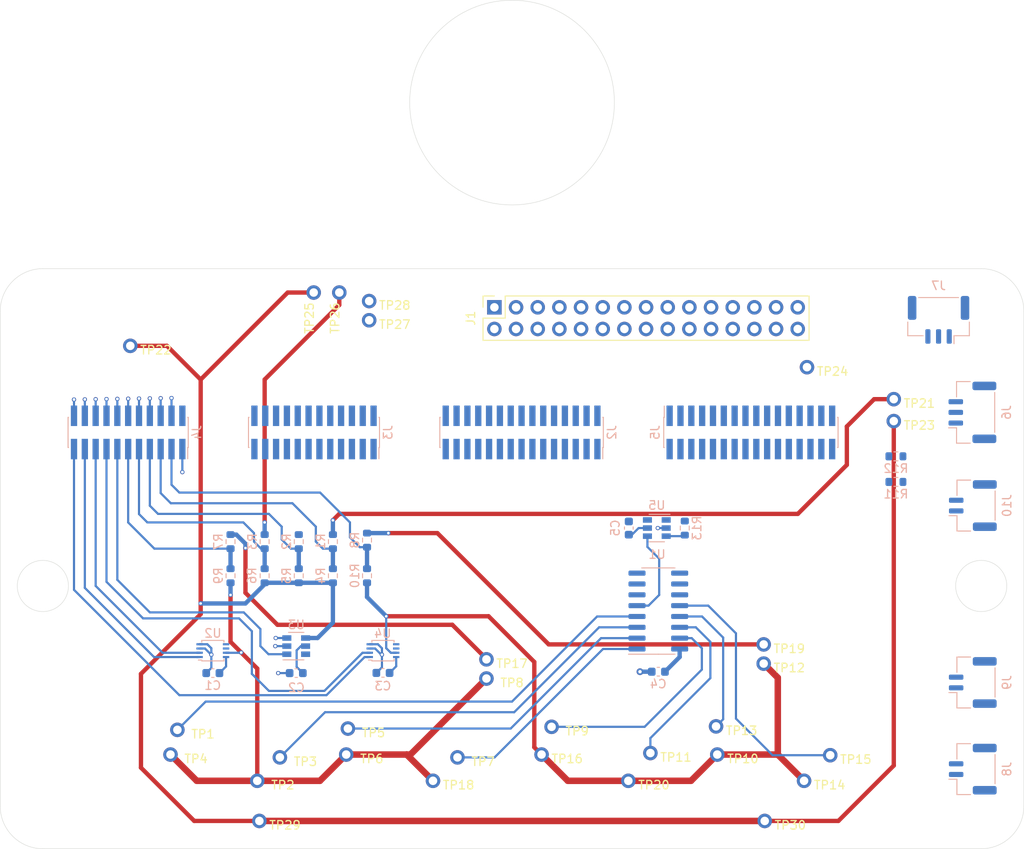
<source format=kicad_pcb>
(kicad_pcb (version 20171130) (host pcbnew 5.1.10-88a1d61d58~90~ubuntu20.04.1)

  (general
    (thickness 1.6)
    (drawings 108)
    (tracks 275)
    (zones 0)
    (modules 63)
    (nets 84)
  )

  (page A4)
  (layers
    (0 F.Cu signal)
    (31 B.Cu signal)
    (32 B.Adhes user)
    (33 F.Adhes user)
    (34 B.Paste user)
    (35 F.Paste user)
    (36 B.SilkS user)
    (37 F.SilkS user)
    (38 B.Mask user)
    (39 F.Mask user)
    (40 Dwgs.User user hide)
    (41 Cmts.User user)
    (42 Eco1.User user)
    (43 Eco2.User user)
    (44 Edge.Cuts user)
    (45 Margin user)
    (46 B.CrtYd user)
    (47 F.CrtYd user)
    (48 B.Fab user)
    (49 F.Fab user)
  )

  (setup
    (last_trace_width 0.508)
    (user_trace_width 0.127)
    (user_trace_width 0.254)
    (user_trace_width 0.508)
    (user_trace_width 0.762)
    (trace_clearance 0.2)
    (zone_clearance 0.508)
    (zone_45_only no)
    (trace_min 0.127)
    (via_size 0.8)
    (via_drill 0.4)
    (via_min_size 0.4)
    (via_min_drill 0.3)
    (user_via 0.5 0.3)
    (uvia_size 0.3)
    (uvia_drill 0.1)
    (uvias_allowed no)
    (uvia_min_size 0.2)
    (uvia_min_drill 0.1)
    (edge_width 0.05)
    (segment_width 0.2)
    (pcb_text_width 0.3)
    (pcb_text_size 1.5 1.5)
    (mod_edge_width 0.12)
    (mod_text_size 1 1)
    (mod_text_width 0.15)
    (pad_size 1.524 1.524)
    (pad_drill 0.762)
    (pad_to_mask_clearance 0)
    (aux_axis_origin 0 0)
    (grid_origin 100 105)
    (visible_elements FFFFFF7F)
    (pcbplotparams
      (layerselection 0x010fc_ffffffff)
      (usegerberextensions false)
      (usegerberattributes true)
      (usegerberadvancedattributes true)
      (creategerberjobfile true)
      (excludeedgelayer true)
      (linewidth 0.100000)
      (plotframeref false)
      (viasonmask false)
      (mode 1)
      (useauxorigin false)
      (hpglpennumber 1)
      (hpglpenspeed 20)
      (hpglpendiameter 15.000000)
      (psnegative false)
      (psa4output false)
      (plotreference true)
      (plotvalue true)
      (plotinvisibletext false)
      (padsonsilk false)
      (subtractmaskfromsilk false)
      (outputformat 1)
      (mirror false)
      (drillshape 1)
      (scaleselection 1)
      (outputdirectory ""))
  )

  (net 0 "")
  (net 1 /+3V3MP)
  (net 2 +12V)
  (net 3 /IIC_SCL)
  (net 4 /IIC_SDA)
  (net 5 GND)
  (net 6 /LVDS7_N)
  (net 7 /LVDS7_P)
  (net 8 /LVDS6_N)
  (net 9 /LVDS6_P)
  (net 10 /LVDS5_N)
  (net 11 /LVDS5_P)
  (net 12 /LVDS4_N)
  (net 13 /LVDS4_P)
  (net 14 /LVDS3_N)
  (net 15 /LVDS3_P)
  (net 16 /LVDS2_N)
  (net 17 /LVDS2_P)
  (net 18 /LVDS1_N)
  (net 19 /LVDS1_P)
  (net 20 /LVDS0_N)
  (net 21 /LVDS0_P)
  (net 22 +5V)
  (net 23 +3V3)
  (net 24 /DAC1)
  (net 25 /DAC0)
  (net 26 /ADC0)
  (net 27 /ADC1)
  (net 28 /ADC2)
  (net 29 /ADC3)
  (net 30 /ADC4)
  (net 31 /ADC5)
  (net 32 /ADC6)
  (net 33 /ADC7)
  (net 34 /HSADC)
  (net 35 /TP_12V)
  (net 36 /TP_3V3)
  (net 37 /TP_3V3MP)
  (net 38 /MCU_IO3)
  (net 39 /MCU_IO2)
  (net 40 /MCU_IO1)
  (net 41 /MCU_IO0)
  (net 42 GND3)
  (net 43 /TP_5V_1)
  (net 44 /TP_5V_2)
  (net 45 GND1)
  (net 46 GND2)
  (net 47 /MCU_IO4)
  (net 48 /MCU_IO11)
  (net 49 /MCU_IO10)
  (net 50 /MCU_IO5)
  (net 51 /MCU_IO9)
  (net 52 /MCU_IO8)
  (net 53 /MCU_IO7)
  (net 54 /MCU_IO6)
  (net 55 /TP_IO1)
  (net 56 /TP_IO2)
  (net 57 /TP_IO3)
  (net 58 /TP_IO4)
  (net 59 /TP_IO5)
  (net 60 /TP_IO6)
  (net 61 /TP_IO7)
  (net 62 /TP_IO8)
  (net 63 "Net-(U1-Pad6)")
  (net 64 /IO_MUX)
  (net 65 "Net-(J6-Pad1)")
  (net 66 "Net-(J7-Pad1)")
  (net 67 /FPGA_IO15)
  (net 68 /FPGA_IO14)
  (net 69 /FPGA_IO13)
  (net 70 /FPGA_IO12)
  (net 71 /FPGA_IO11)
  (net 72 /FPGA_IO10)
  (net 73 /FPGA_IO9)
  (net 74 /FPGA_IO8)
  (net 75 /FPGA_IO7)
  (net 76 /FPGA_IO6)
  (net 77 /FPGA_IO5)
  (net 78 /FPGA_IO4)
  (net 79 /FPGA_IO3)
  (net 80 /FPGA_IO2)
  (net 81 /FPGA_IO1)
  (net 82 /FPGA_IO0)
  (net 83 "Net-(R13-Pad1)")

  (net_class Default "This is the default net class."
    (clearance 0.2)
    (trace_width 0.254)
    (via_dia 0.8)
    (via_drill 0.4)
    (uvia_dia 0.3)
    (uvia_drill 0.1)
    (add_net +12V)
    (add_net +3V3)
    (add_net +5V)
    (add_net /+3V3MP)
    (add_net /ADC0)
    (add_net /ADC1)
    (add_net /ADC2)
    (add_net /ADC3)
    (add_net /ADC4)
    (add_net /ADC5)
    (add_net /ADC6)
    (add_net /ADC7)
    (add_net /DAC0)
    (add_net /DAC1)
    (add_net /FPGA_IO0)
    (add_net /FPGA_IO1)
    (add_net /FPGA_IO10)
    (add_net /FPGA_IO11)
    (add_net /FPGA_IO12)
    (add_net /FPGA_IO13)
    (add_net /FPGA_IO14)
    (add_net /FPGA_IO15)
    (add_net /FPGA_IO2)
    (add_net /FPGA_IO3)
    (add_net /FPGA_IO4)
    (add_net /FPGA_IO5)
    (add_net /FPGA_IO6)
    (add_net /FPGA_IO7)
    (add_net /FPGA_IO8)
    (add_net /FPGA_IO9)
    (add_net /HSADC)
    (add_net /IIC_SCL)
    (add_net /IIC_SDA)
    (add_net /IO_MUX)
    (add_net /LVDS0_N)
    (add_net /LVDS0_P)
    (add_net /LVDS1_N)
    (add_net /LVDS1_P)
    (add_net /LVDS2_N)
    (add_net /LVDS2_P)
    (add_net /LVDS3_N)
    (add_net /LVDS3_P)
    (add_net /LVDS4_N)
    (add_net /LVDS4_P)
    (add_net /LVDS5_N)
    (add_net /LVDS5_P)
    (add_net /LVDS6_N)
    (add_net /LVDS6_P)
    (add_net /LVDS7_N)
    (add_net /LVDS7_P)
    (add_net /MCU_IO0)
    (add_net /MCU_IO1)
    (add_net /MCU_IO10)
    (add_net /MCU_IO11)
    (add_net /MCU_IO2)
    (add_net /MCU_IO3)
    (add_net /MCU_IO4)
    (add_net /MCU_IO5)
    (add_net /MCU_IO6)
    (add_net /MCU_IO7)
    (add_net /MCU_IO8)
    (add_net /MCU_IO9)
    (add_net /TP_12V)
    (add_net /TP_3V3)
    (add_net /TP_3V3MP)
    (add_net /TP_5V_1)
    (add_net /TP_5V_2)
    (add_net /TP_IO1)
    (add_net /TP_IO2)
    (add_net /TP_IO3)
    (add_net /TP_IO4)
    (add_net /TP_IO5)
    (add_net /TP_IO6)
    (add_net /TP_IO7)
    (add_net /TP_IO8)
    (add_net GND)
    (add_net GND1)
    (add_net GND2)
    (add_net GND3)
    (add_net "Net-(J6-Pad1)")
    (add_net "Net-(J7-Pad1)")
    (add_net "Net-(R13-Pad1)")
    (add_net "Net-(U1-Pad6)")
  )

  (module Resistor_SMD:R_0603_1608Metric (layer B.Cu) (tedit 5F68FEEE) (tstamp 611FBDA6)
    (at 175.25 97.41 90)
    (descr "Resistor SMD 0603 (1608 Metric), square (rectangular) end terminal, IPC_7351 nominal, (Body size source: IPC-SM-782 page 72, https://www.pcb-3d.com/wordpress/wp-content/uploads/ipc-sm-782a_amendment_1_and_2.pdf), generated with kicad-footprint-generator")
    (tags resistor)
    (path /64A178EB)
    (attr smd)
    (fp_text reference R13 (at 0 1.43 90) (layer B.SilkS)
      (effects (font (size 1 1) (thickness 0.15)) (justify mirror))
    )
    (fp_text value 220 (at 0 -1.43 90) (layer B.Fab) hide
      (effects (font (size 1 1) (thickness 0.15)) (justify mirror))
    )
    (fp_text user %R (at 0 0 90) (layer B.Fab) hide
      (effects (font (size 0.4 0.4) (thickness 0.06)) (justify mirror))
    )
    (fp_line (start -0.8 -0.4125) (end -0.8 0.4125) (layer B.Fab) (width 0.1))
    (fp_line (start -0.8 0.4125) (end 0.8 0.4125) (layer B.Fab) (width 0.1))
    (fp_line (start 0.8 0.4125) (end 0.8 -0.4125) (layer B.Fab) (width 0.1))
    (fp_line (start 0.8 -0.4125) (end -0.8 -0.4125) (layer B.Fab) (width 0.1))
    (fp_line (start -0.237258 0.5225) (end 0.237258 0.5225) (layer B.SilkS) (width 0.12))
    (fp_line (start -0.237258 -0.5225) (end 0.237258 -0.5225) (layer B.SilkS) (width 0.12))
    (fp_line (start -1.48 -0.73) (end -1.48 0.73) (layer B.CrtYd) (width 0.05))
    (fp_line (start -1.48 0.73) (end 1.48 0.73) (layer B.CrtYd) (width 0.05))
    (fp_line (start 1.48 0.73) (end 1.48 -0.73) (layer B.CrtYd) (width 0.05))
    (fp_line (start 1.48 -0.73) (end -1.48 -0.73) (layer B.CrtYd) (width 0.05))
    (pad 2 smd roundrect (at 0.825 0 90) (size 0.8 0.95) (layers B.Cu B.Paste B.Mask) (roundrect_rratio 0.25)
      (net 34 /HSADC))
    (pad 1 smd roundrect (at -0.825 0 90) (size 0.8 0.95) (layers B.Cu B.Paste B.Mask) (roundrect_rratio 0.25)
      (net 83 "Net-(R13-Pad1)"))
    (model ${KISYS3DMOD}/Resistor_SMD.3dshapes/R_0603_1608Metric.wrl
      (at (xyz 0 0 0))
      (scale (xyz 1 1 1))
      (rotate (xyz 0 0 0))
    )
  )

  (module Connector_JST:JST_GH_BM02B-GHS-TBT_1x02-1MP_P1.25mm_Vertical (layer B.Cu) (tedit 5B78AD87) (tstamp 611F1C4D)
    (at 209.02 94.774969 90)
    (descr "JST GH series connector, BM02B-GHS-TBT (http://www.jst-mfg.com/product/pdf/eng/eGH.pdf), generated with kicad-footprint-generator")
    (tags "connector JST GH side entry")
    (path /636DD07C)
    (attr smd)
    (fp_text reference J10 (at 0 4 90) (layer B.SilkS)
      (effects (font (size 1 1) (thickness 0.15)) (justify mirror))
    )
    (fp_text value SW5 (at 0 -4 90) (layer B.Fab) hide
      (effects (font (size 1 1) (thickness 0.15)) (justify mirror))
    )
    (fp_line (start -0.625 -1.042893) (end -0.125 -1.75) (layer B.Fab) (width 0.1))
    (fp_line (start -1.125 -1.75) (end -0.625 -1.042893) (layer B.Fab) (width 0.1))
    (fp_line (start 3.48 3.3) (end -3.48 3.3) (layer B.CrtYd) (width 0.05))
    (fp_line (start 3.48 -3.3) (end 3.48 3.3) (layer B.CrtYd) (width 0.05))
    (fp_line (start -3.48 -3.3) (end 3.48 -3.3) (layer B.CrtYd) (width 0.05))
    (fp_line (start -3.48 3.3) (end -3.48 -3.3) (layer B.CrtYd) (width 0.05))
    (fp_line (start 0.875 0.5) (end 0.375 0.5) (layer B.Fab) (width 0.1))
    (fp_line (start 0.875 0) (end 0.875 0.5) (layer B.Fab) (width 0.1))
    (fp_line (start 0.375 0) (end 0.875 0) (layer B.Fab) (width 0.1))
    (fp_line (start 0.375 0.5) (end 0.375 0) (layer B.Fab) (width 0.1))
    (fp_line (start -0.375 0.5) (end -0.875 0.5) (layer B.Fab) (width 0.1))
    (fp_line (start -0.375 0) (end -0.375 0.5) (layer B.Fab) (width 0.1))
    (fp_line (start -0.875 0) (end -0.375 0) (layer B.Fab) (width 0.1))
    (fp_line (start -0.875 0.5) (end -0.875 0) (layer B.Fab) (width 0.1))
    (fp_line (start 2.875 -1.75) (end 2.875 2.5) (layer B.Fab) (width 0.1))
    (fp_line (start -2.875 -1.75) (end -2.875 2.5) (layer B.Fab) (width 0.1))
    (fp_line (start -2.875 2.5) (end 2.875 2.5) (layer B.Fab) (width 0.1))
    (fp_line (start -1.715 2.61) (end 1.715 2.61) (layer B.SilkS) (width 0.12))
    (fp_line (start 2.985 -1.86) (end 1.185 -1.86) (layer B.SilkS) (width 0.12))
    (fp_line (start 2.985 -0.26) (end 2.985 -1.86) (layer B.SilkS) (width 0.12))
    (fp_line (start -1.185 -1.86) (end -1.185 -2.8) (layer B.SilkS) (width 0.12))
    (fp_line (start -2.985 -1.86) (end -1.185 -1.86) (layer B.SilkS) (width 0.12))
    (fp_line (start -2.985 -0.26) (end -2.985 -1.86) (layer B.SilkS) (width 0.12))
    (fp_line (start -2.875 -1.75) (end 2.875 -1.75) (layer B.Fab) (width 0.1))
    (fp_text user %R (at 0 1.5 90) (layer B.Fab) hide
      (effects (font (size 1 1) (thickness 0.15)) (justify mirror))
    )
    (pad MP smd roundrect (at 2.475 1.4 90) (size 1 2.8) (layers B.Cu B.Paste B.Mask) (roundrect_rratio 0.25)
      (net 5 GND))
    (pad MP smd roundrect (at -2.475 1.4 90) (size 1 2.8) (layers B.Cu B.Paste B.Mask) (roundrect_rratio 0.25)
      (net 5 GND))
    (pad 2 smd roundrect (at 0.625 -1.95 90) (size 0.6 1.7) (layers B.Cu B.Paste B.Mask) (roundrect_rratio 0.25)
      (net 5 GND))
    (pad 1 smd roundrect (at -0.625 -1.95 90) (size 0.6 1.7) (layers B.Cu B.Paste B.Mask) (roundrect_rratio 0.25)
      (net 51 /MCU_IO9))
    (model ${KISYS3DMOD}/Connector_JST.3dshapes/JST_GH_BM02B-GHS-TBT_1x02-1MP_P1.25mm_Vertical.wrl
      (at (xyz 0 0 0))
      (scale (xyz 1 1 1))
      (rotate (xyz 0 0 0))
    )
  )

  (module Connector_JST:JST_GH_BM02B-GHS-TBT_1x02-1MP_P1.25mm_Vertical (layer B.Cu) (tedit 5B78AD87) (tstamp 611F1C2C)
    (at 209.01 115.513334 90)
    (descr "JST GH series connector, BM02B-GHS-TBT (http://www.jst-mfg.com/product/pdf/eng/eGH.pdf), generated with kicad-footprint-generator")
    (tags "connector JST GH side entry")
    (path /636C40FA)
    (attr smd)
    (fp_text reference J9 (at 0 4 90) (layer B.SilkS)
      (effects (font (size 1 1) (thickness 0.15)) (justify mirror))
    )
    (fp_text value SW4 (at 0 -4 90) (layer B.Fab) hide
      (effects (font (size 1 1) (thickness 0.15)) (justify mirror))
    )
    (fp_line (start -0.625 -1.042893) (end -0.125 -1.75) (layer B.Fab) (width 0.1))
    (fp_line (start -1.125 -1.75) (end -0.625 -1.042893) (layer B.Fab) (width 0.1))
    (fp_line (start 3.48 3.3) (end -3.48 3.3) (layer B.CrtYd) (width 0.05))
    (fp_line (start 3.48 -3.3) (end 3.48 3.3) (layer B.CrtYd) (width 0.05))
    (fp_line (start -3.48 -3.3) (end 3.48 -3.3) (layer B.CrtYd) (width 0.05))
    (fp_line (start -3.48 3.3) (end -3.48 -3.3) (layer B.CrtYd) (width 0.05))
    (fp_line (start 0.875 0.5) (end 0.375 0.5) (layer B.Fab) (width 0.1))
    (fp_line (start 0.875 0) (end 0.875 0.5) (layer B.Fab) (width 0.1))
    (fp_line (start 0.375 0) (end 0.875 0) (layer B.Fab) (width 0.1))
    (fp_line (start 0.375 0.5) (end 0.375 0) (layer B.Fab) (width 0.1))
    (fp_line (start -0.375 0.5) (end -0.875 0.5) (layer B.Fab) (width 0.1))
    (fp_line (start -0.375 0) (end -0.375 0.5) (layer B.Fab) (width 0.1))
    (fp_line (start -0.875 0) (end -0.375 0) (layer B.Fab) (width 0.1))
    (fp_line (start -0.875 0.5) (end -0.875 0) (layer B.Fab) (width 0.1))
    (fp_line (start 2.875 -1.75) (end 2.875 2.5) (layer B.Fab) (width 0.1))
    (fp_line (start -2.875 -1.75) (end -2.875 2.5) (layer B.Fab) (width 0.1))
    (fp_line (start -2.875 2.5) (end 2.875 2.5) (layer B.Fab) (width 0.1))
    (fp_line (start -1.715 2.61) (end 1.715 2.61) (layer B.SilkS) (width 0.12))
    (fp_line (start 2.985 -1.86) (end 1.185 -1.86) (layer B.SilkS) (width 0.12))
    (fp_line (start 2.985 -0.26) (end 2.985 -1.86) (layer B.SilkS) (width 0.12))
    (fp_line (start -1.185 -1.86) (end -1.185 -2.8) (layer B.SilkS) (width 0.12))
    (fp_line (start -2.985 -1.86) (end -1.185 -1.86) (layer B.SilkS) (width 0.12))
    (fp_line (start -2.985 -0.26) (end -2.985 -1.86) (layer B.SilkS) (width 0.12))
    (fp_line (start -2.875 -1.75) (end 2.875 -1.75) (layer B.Fab) (width 0.1))
    (fp_text user %R (at 0 1.5 90) (layer B.Fab) hide
      (effects (font (size 1 1) (thickness 0.15)) (justify mirror))
    )
    (pad MP smd roundrect (at 2.475 1.4 90) (size 1 2.8) (layers B.Cu B.Paste B.Mask) (roundrect_rratio 0.25)
      (net 5 GND))
    (pad MP smd roundrect (at -2.475 1.4 90) (size 1 2.8) (layers B.Cu B.Paste B.Mask) (roundrect_rratio 0.25)
      (net 5 GND))
    (pad 2 smd roundrect (at 0.625 -1.95 90) (size 0.6 1.7) (layers B.Cu B.Paste B.Mask) (roundrect_rratio 0.25)
      (net 5 GND))
    (pad 1 smd roundrect (at -0.625 -1.95 90) (size 0.6 1.7) (layers B.Cu B.Paste B.Mask) (roundrect_rratio 0.25)
      (net 52 /MCU_IO8))
    (model ${KISYS3DMOD}/Connector_JST.3dshapes/JST_GH_BM02B-GHS-TBT_1x02-1MP_P1.25mm_Vertical.wrl
      (at (xyz 0 0 0))
      (scale (xyz 1 1 1))
      (rotate (xyz 0 0 0))
    )
  )

  (module Connector_JST:JST_GH_BM02B-GHS-TBT_1x02-1MP_P1.25mm_Vertical (layer B.Cu) (tedit 5B78AD87) (tstamp 611F1C0B)
    (at 209.01 125.67 90)
    (descr "JST GH series connector, BM02B-GHS-TBT (http://www.jst-mfg.com/product/pdf/eng/eGH.pdf), generated with kicad-footprint-generator")
    (tags "connector JST GH side entry")
    (path /635D7408)
    (attr smd)
    (fp_text reference J8 (at 0 4 90) (layer B.SilkS)
      (effects (font (size 1 1) (thickness 0.15)) (justify mirror))
    )
    (fp_text value SW3 (at 0 -4 90) (layer B.Fab) hide
      (effects (font (size 1 1) (thickness 0.15)) (justify mirror))
    )
    (fp_line (start -0.625 -1.042893) (end -0.125 -1.75) (layer B.Fab) (width 0.1))
    (fp_line (start -1.125 -1.75) (end -0.625 -1.042893) (layer B.Fab) (width 0.1))
    (fp_line (start 3.48 3.3) (end -3.48 3.3) (layer B.CrtYd) (width 0.05))
    (fp_line (start 3.48 -3.3) (end 3.48 3.3) (layer B.CrtYd) (width 0.05))
    (fp_line (start -3.48 -3.3) (end 3.48 -3.3) (layer B.CrtYd) (width 0.05))
    (fp_line (start -3.48 3.3) (end -3.48 -3.3) (layer B.CrtYd) (width 0.05))
    (fp_line (start 0.875 0.5) (end 0.375 0.5) (layer B.Fab) (width 0.1))
    (fp_line (start 0.875 0) (end 0.875 0.5) (layer B.Fab) (width 0.1))
    (fp_line (start 0.375 0) (end 0.875 0) (layer B.Fab) (width 0.1))
    (fp_line (start 0.375 0.5) (end 0.375 0) (layer B.Fab) (width 0.1))
    (fp_line (start -0.375 0.5) (end -0.875 0.5) (layer B.Fab) (width 0.1))
    (fp_line (start -0.375 0) (end -0.375 0.5) (layer B.Fab) (width 0.1))
    (fp_line (start -0.875 0) (end -0.375 0) (layer B.Fab) (width 0.1))
    (fp_line (start -0.875 0.5) (end -0.875 0) (layer B.Fab) (width 0.1))
    (fp_line (start 2.875 -1.75) (end 2.875 2.5) (layer B.Fab) (width 0.1))
    (fp_line (start -2.875 -1.75) (end -2.875 2.5) (layer B.Fab) (width 0.1))
    (fp_line (start -2.875 2.5) (end 2.875 2.5) (layer B.Fab) (width 0.1))
    (fp_line (start -1.715 2.61) (end 1.715 2.61) (layer B.SilkS) (width 0.12))
    (fp_line (start 2.985 -1.86) (end 1.185 -1.86) (layer B.SilkS) (width 0.12))
    (fp_line (start 2.985 -0.26) (end 2.985 -1.86) (layer B.SilkS) (width 0.12))
    (fp_line (start -1.185 -1.86) (end -1.185 -2.8) (layer B.SilkS) (width 0.12))
    (fp_line (start -2.985 -1.86) (end -1.185 -1.86) (layer B.SilkS) (width 0.12))
    (fp_line (start -2.985 -0.26) (end -2.985 -1.86) (layer B.SilkS) (width 0.12))
    (fp_line (start -2.875 -1.75) (end 2.875 -1.75) (layer B.Fab) (width 0.1))
    (fp_text user %R (at 0 1.5 90) (layer B.Fab) hide
      (effects (font (size 1 1) (thickness 0.15)) (justify mirror))
    )
    (pad MP smd roundrect (at 2.475 1.4 90) (size 1 2.8) (layers B.Cu B.Paste B.Mask) (roundrect_rratio 0.25)
      (net 5 GND))
    (pad MP smd roundrect (at -2.475 1.4 90) (size 1 2.8) (layers B.Cu B.Paste B.Mask) (roundrect_rratio 0.25)
      (net 5 GND))
    (pad 2 smd roundrect (at 0.625 -1.95 90) (size 0.6 1.7) (layers B.Cu B.Paste B.Mask) (roundrect_rratio 0.25)
      (net 5 GND))
    (pad 1 smd roundrect (at -0.625 -1.95 90) (size 0.6 1.7) (layers B.Cu B.Paste B.Mask) (roundrect_rratio 0.25)
      (net 53 /MCU_IO7))
    (model ${KISYS3DMOD}/Connector_JST.3dshapes/JST_GH_BM02B-GHS-TBT_1x02-1MP_P1.25mm_Vertical.wrl
      (at (xyz 0 0 0))
      (scale (xyz 1 1 1))
      (rotate (xyz 0 0 0))
    )
  )

  (module Connector_JST:JST_GH_BM03B-GHS-TBT_1x03-1MP_P1.25mm_Vertical (layer B.Cu) (tedit 5B78AD87) (tstamp 611F1BEA)
    (at 205 73 180)
    (descr "JST GH series connector, BM03B-GHS-TBT (http://www.jst-mfg.com/product/pdf/eng/eGH.pdf), generated with kicad-footprint-generator")
    (tags "connector JST GH side entry")
    (path /636AACE0)
    (attr smd)
    (fp_text reference J7 (at 0 4) (layer B.SilkS)
      (effects (font (size 1 1) (thickness 0.15)) (justify mirror))
    )
    (fp_text value SW2 (at 0 -4) (layer B.Fab) hide
      (effects (font (size 1 1) (thickness 0.15)) (justify mirror))
    )
    (fp_line (start -1.25 -1.042893) (end -0.75 -1.75) (layer B.Fab) (width 0.1))
    (fp_line (start -1.75 -1.75) (end -1.25 -1.042893) (layer B.Fab) (width 0.1))
    (fp_line (start 4.1 3.3) (end -4.1 3.3) (layer B.CrtYd) (width 0.05))
    (fp_line (start 4.1 -3.3) (end 4.1 3.3) (layer B.CrtYd) (width 0.05))
    (fp_line (start -4.1 -3.3) (end 4.1 -3.3) (layer B.CrtYd) (width 0.05))
    (fp_line (start -4.1 3.3) (end -4.1 -3.3) (layer B.CrtYd) (width 0.05))
    (fp_line (start 1.5 0.5) (end 1 0.5) (layer B.Fab) (width 0.1))
    (fp_line (start 1.5 0) (end 1.5 0.5) (layer B.Fab) (width 0.1))
    (fp_line (start 1 0) (end 1.5 0) (layer B.Fab) (width 0.1))
    (fp_line (start 1 0.5) (end 1 0) (layer B.Fab) (width 0.1))
    (fp_line (start 0.25 0.5) (end -0.25 0.5) (layer B.Fab) (width 0.1))
    (fp_line (start 0.25 0) (end 0.25 0.5) (layer B.Fab) (width 0.1))
    (fp_line (start -0.25 0) (end 0.25 0) (layer B.Fab) (width 0.1))
    (fp_line (start -0.25 0.5) (end -0.25 0) (layer B.Fab) (width 0.1))
    (fp_line (start -1 0.5) (end -1.5 0.5) (layer B.Fab) (width 0.1))
    (fp_line (start -1 0) (end -1 0.5) (layer B.Fab) (width 0.1))
    (fp_line (start -1.5 0) (end -1 0) (layer B.Fab) (width 0.1))
    (fp_line (start -1.5 0.5) (end -1.5 0) (layer B.Fab) (width 0.1))
    (fp_line (start 3.5 -1.75) (end 3.5 2.5) (layer B.Fab) (width 0.1))
    (fp_line (start -3.5 -1.75) (end -3.5 2.5) (layer B.Fab) (width 0.1))
    (fp_line (start -3.5 2.5) (end 3.5 2.5) (layer B.Fab) (width 0.1))
    (fp_line (start -2.34 2.61) (end 2.34 2.61) (layer B.SilkS) (width 0.12))
    (fp_line (start 3.61 -1.86) (end 1.81 -1.86) (layer B.SilkS) (width 0.12))
    (fp_line (start 3.61 -0.26) (end 3.61 -1.86) (layer B.SilkS) (width 0.12))
    (fp_line (start -1.81 -1.86) (end -1.81 -2.8) (layer B.SilkS) (width 0.12))
    (fp_line (start -3.61 -1.86) (end -1.81 -1.86) (layer B.SilkS) (width 0.12))
    (fp_line (start -3.61 -0.26) (end -3.61 -1.86) (layer B.SilkS) (width 0.12))
    (fp_line (start -3.5 -1.75) (end 3.5 -1.75) (layer B.Fab) (width 0.1))
    (fp_text user %R (at 0 1.5) (layer B.Fab) hide
      (effects (font (size 1 1) (thickness 0.15)) (justify mirror))
    )
    (pad MP smd roundrect (at 3.1 1.4 180) (size 1 2.8) (layers B.Cu B.Paste B.Mask) (roundrect_rratio 0.25)
      (net 5 GND))
    (pad MP smd roundrect (at -3.1 1.4 180) (size 1 2.8) (layers B.Cu B.Paste B.Mask) (roundrect_rratio 0.25)
      (net 5 GND))
    (pad 3 smd roundrect (at 1.25 -1.95 180) (size 0.6 1.7) (layers B.Cu B.Paste B.Mask) (roundrect_rratio 0.25)
      (net 5 GND))
    (pad 2 smd roundrect (at 0 -1.95 180) (size 0.6 1.7) (layers B.Cu B.Paste B.Mask) (roundrect_rratio 0.25)
      (net 54 /MCU_IO6))
    (pad 1 smd roundrect (at -1.25 -1.95 180) (size 0.6 1.7) (layers B.Cu B.Paste B.Mask) (roundrect_rratio 0.25)
      (net 66 "Net-(J7-Pad1)"))
    (model ${KISYS3DMOD}/Connector_JST.3dshapes/JST_GH_BM03B-GHS-TBT_1x03-1MP_P1.25mm_Vertical.wrl
      (at (xyz 0 0 0))
      (scale (xyz 1 1 1))
      (rotate (xyz 0 0 0))
    )
  )

  (module Connector_JST:JST_GH_BM03B-GHS-TBT_1x03-1MP_P1.25mm_Vertical (layer B.Cu) (tedit 5B78AD87) (tstamp 611F1BC4)
    (at 208.97 83.85 90)
    (descr "JST GH series connector, BM03B-GHS-TBT (http://www.jst-mfg.com/product/pdf/eng/eGH.pdf), generated with kicad-footprint-generator")
    (tags "connector JST GH side entry")
    (path /635D81CA)
    (attr smd)
    (fp_text reference J6 (at 0 4 90) (layer B.SilkS)
      (effects (font (size 1 1) (thickness 0.15)) (justify mirror))
    )
    (fp_text value SW1 (at 0 -4 90) (layer B.Fab) hide
      (effects (font (size 1 1) (thickness 0.15)) (justify mirror))
    )
    (fp_line (start -1.25 -1.042893) (end -0.75 -1.75) (layer B.Fab) (width 0.1))
    (fp_line (start -1.75 -1.75) (end -1.25 -1.042893) (layer B.Fab) (width 0.1))
    (fp_line (start 4.1 3.3) (end -4.1 3.3) (layer B.CrtYd) (width 0.05))
    (fp_line (start 4.1 -3.3) (end 4.1 3.3) (layer B.CrtYd) (width 0.05))
    (fp_line (start -4.1 -3.3) (end 4.1 -3.3) (layer B.CrtYd) (width 0.05))
    (fp_line (start -4.1 3.3) (end -4.1 -3.3) (layer B.CrtYd) (width 0.05))
    (fp_line (start 1.5 0.5) (end 1 0.5) (layer B.Fab) (width 0.1))
    (fp_line (start 1.5 0) (end 1.5 0.5) (layer B.Fab) (width 0.1))
    (fp_line (start 1 0) (end 1.5 0) (layer B.Fab) (width 0.1))
    (fp_line (start 1 0.5) (end 1 0) (layer B.Fab) (width 0.1))
    (fp_line (start 0.25 0.5) (end -0.25 0.5) (layer B.Fab) (width 0.1))
    (fp_line (start 0.25 0) (end 0.25 0.5) (layer B.Fab) (width 0.1))
    (fp_line (start -0.25 0) (end 0.25 0) (layer B.Fab) (width 0.1))
    (fp_line (start -0.25 0.5) (end -0.25 0) (layer B.Fab) (width 0.1))
    (fp_line (start -1 0.5) (end -1.5 0.5) (layer B.Fab) (width 0.1))
    (fp_line (start -1 0) (end -1 0.5) (layer B.Fab) (width 0.1))
    (fp_line (start -1.5 0) (end -1 0) (layer B.Fab) (width 0.1))
    (fp_line (start -1.5 0.5) (end -1.5 0) (layer B.Fab) (width 0.1))
    (fp_line (start 3.5 -1.75) (end 3.5 2.5) (layer B.Fab) (width 0.1))
    (fp_line (start -3.5 -1.75) (end -3.5 2.5) (layer B.Fab) (width 0.1))
    (fp_line (start -3.5 2.5) (end 3.5 2.5) (layer B.Fab) (width 0.1))
    (fp_line (start -2.34 2.61) (end 2.34 2.61) (layer B.SilkS) (width 0.12))
    (fp_line (start 3.61 -1.86) (end 1.81 -1.86) (layer B.SilkS) (width 0.12))
    (fp_line (start 3.61 -0.26) (end 3.61 -1.86) (layer B.SilkS) (width 0.12))
    (fp_line (start -1.81 -1.86) (end -1.81 -2.8) (layer B.SilkS) (width 0.12))
    (fp_line (start -3.61 -1.86) (end -1.81 -1.86) (layer B.SilkS) (width 0.12))
    (fp_line (start -3.61 -0.26) (end -3.61 -1.86) (layer B.SilkS) (width 0.12))
    (fp_line (start -3.5 -1.75) (end 3.5 -1.75) (layer B.Fab) (width 0.1))
    (fp_text user %R (at 0 1.5 90) (layer B.Fab) hide
      (effects (font (size 1 1) (thickness 0.15)) (justify mirror))
    )
    (pad MP smd roundrect (at 3.1 1.4 90) (size 1 2.8) (layers B.Cu B.Paste B.Mask) (roundrect_rratio 0.25)
      (net 5 GND))
    (pad MP smd roundrect (at -3.1 1.4 90) (size 1 2.8) (layers B.Cu B.Paste B.Mask) (roundrect_rratio 0.25)
      (net 5 GND))
    (pad 3 smd roundrect (at 1.25 -1.95 90) (size 0.6 1.7) (layers B.Cu B.Paste B.Mask) (roundrect_rratio 0.25)
      (net 5 GND))
    (pad 2 smd roundrect (at 0 -1.95 90) (size 0.6 1.7) (layers B.Cu B.Paste B.Mask) (roundrect_rratio 0.25)
      (net 50 /MCU_IO5))
    (pad 1 smd roundrect (at -1.25 -1.95 90) (size 0.6 1.7) (layers B.Cu B.Paste B.Mask) (roundrect_rratio 0.25)
      (net 65 "Net-(J6-Pad1)"))
    (model ${KISYS3DMOD}/Connector_JST.3dshapes/JST_GH_BM03B-GHS-TBT_1x03-1MP_P1.25mm_Vertical.wrl
      (at (xyz 0 0 0))
      (scale (xyz 1 1 1))
      (rotate (xyz 0 0 0))
    )
  )

  (module Connector_PinHeader_1.27mm:PinHeader_2x16_P1.27mm_Vertical_SMD (layer B.Cu) (tedit 59FED6E3) (tstamp 611F1B9E)
    (at 183 86.199969 270)
    (descr "surface-mounted straight pin header, 2x16, 1.27mm pitch, double rows")
    (tags "Surface mounted pin header SMD 2x16 1.27mm double row")
    (path /635CF05C)
    (attr smd)
    (fp_text reference J5 (at 0 11.22 90) (layer B.SilkS)
      (effects (font (size 1 1) (thickness 0.15)) (justify mirror))
    )
    (fp_text value FPGA_IO (at 0 -11.22 90) (layer B.Fab) hide
      (effects (font (size 1 1) (thickness 0.15)) (justify mirror))
    )
    (fp_line (start 4.3 10.7) (end -4.3 10.7) (layer B.CrtYd) (width 0.05))
    (fp_line (start 4.3 -10.7) (end 4.3 10.7) (layer B.CrtYd) (width 0.05))
    (fp_line (start -4.3 -10.7) (end 4.3 -10.7) (layer B.CrtYd) (width 0.05))
    (fp_line (start -4.3 10.7) (end -4.3 -10.7) (layer B.CrtYd) (width 0.05))
    (fp_line (start 1.765 -10.155) (end 1.765 -10.22) (layer B.SilkS) (width 0.12))
    (fp_line (start -1.765 -10.155) (end -1.765 -10.22) (layer B.SilkS) (width 0.12))
    (fp_line (start 1.765 10.22) (end 1.765 10.155) (layer B.SilkS) (width 0.12))
    (fp_line (start -1.765 10.22) (end -1.765 10.155) (layer B.SilkS) (width 0.12))
    (fp_line (start -3.09 10.155) (end -1.765 10.155) (layer B.SilkS) (width 0.12))
    (fp_line (start -1.765 -10.22) (end 1.765 -10.22) (layer B.SilkS) (width 0.12))
    (fp_line (start -1.765 10.22) (end 1.765 10.22) (layer B.SilkS) (width 0.12))
    (fp_line (start 2.75 -9.725) (end 1.705 -9.725) (layer B.Fab) (width 0.1))
    (fp_line (start 2.75 -9.325) (end 2.75 -9.725) (layer B.Fab) (width 0.1))
    (fp_line (start 1.705 -9.325) (end 2.75 -9.325) (layer B.Fab) (width 0.1))
    (fp_line (start -2.75 -9.725) (end -1.705 -9.725) (layer B.Fab) (width 0.1))
    (fp_line (start -2.75 -9.325) (end -2.75 -9.725) (layer B.Fab) (width 0.1))
    (fp_line (start -1.705 -9.325) (end -2.75 -9.325) (layer B.Fab) (width 0.1))
    (fp_line (start 2.75 -8.455) (end 1.705 -8.455) (layer B.Fab) (width 0.1))
    (fp_line (start 2.75 -8.055) (end 2.75 -8.455) (layer B.Fab) (width 0.1))
    (fp_line (start 1.705 -8.055) (end 2.75 -8.055) (layer B.Fab) (width 0.1))
    (fp_line (start -2.75 -8.455) (end -1.705 -8.455) (layer B.Fab) (width 0.1))
    (fp_line (start -2.75 -8.055) (end -2.75 -8.455) (layer B.Fab) (width 0.1))
    (fp_line (start -1.705 -8.055) (end -2.75 -8.055) (layer B.Fab) (width 0.1))
    (fp_line (start 2.75 -7.185) (end 1.705 -7.185) (layer B.Fab) (width 0.1))
    (fp_line (start 2.75 -6.785) (end 2.75 -7.185) (layer B.Fab) (width 0.1))
    (fp_line (start 1.705 -6.785) (end 2.75 -6.785) (layer B.Fab) (width 0.1))
    (fp_line (start -2.75 -7.185) (end -1.705 -7.185) (layer B.Fab) (width 0.1))
    (fp_line (start -2.75 -6.785) (end -2.75 -7.185) (layer B.Fab) (width 0.1))
    (fp_line (start -1.705 -6.785) (end -2.75 -6.785) (layer B.Fab) (width 0.1))
    (fp_line (start 2.75 -5.915) (end 1.705 -5.915) (layer B.Fab) (width 0.1))
    (fp_line (start 2.75 -5.515) (end 2.75 -5.915) (layer B.Fab) (width 0.1))
    (fp_line (start 1.705 -5.515) (end 2.75 -5.515) (layer B.Fab) (width 0.1))
    (fp_line (start -2.75 -5.915) (end -1.705 -5.915) (layer B.Fab) (width 0.1))
    (fp_line (start -2.75 -5.515) (end -2.75 -5.915) (layer B.Fab) (width 0.1))
    (fp_line (start -1.705 -5.515) (end -2.75 -5.515) (layer B.Fab) (width 0.1))
    (fp_line (start 2.75 -4.645) (end 1.705 -4.645) (layer B.Fab) (width 0.1))
    (fp_line (start 2.75 -4.245) (end 2.75 -4.645) (layer B.Fab) (width 0.1))
    (fp_line (start 1.705 -4.245) (end 2.75 -4.245) (layer B.Fab) (width 0.1))
    (fp_line (start -2.75 -4.645) (end -1.705 -4.645) (layer B.Fab) (width 0.1))
    (fp_line (start -2.75 -4.245) (end -2.75 -4.645) (layer B.Fab) (width 0.1))
    (fp_line (start -1.705 -4.245) (end -2.75 -4.245) (layer B.Fab) (width 0.1))
    (fp_line (start 2.75 -3.375) (end 1.705 -3.375) (layer B.Fab) (width 0.1))
    (fp_line (start 2.75 -2.975) (end 2.75 -3.375) (layer B.Fab) (width 0.1))
    (fp_line (start 1.705 -2.975) (end 2.75 -2.975) (layer B.Fab) (width 0.1))
    (fp_line (start -2.75 -3.375) (end -1.705 -3.375) (layer B.Fab) (width 0.1))
    (fp_line (start -2.75 -2.975) (end -2.75 -3.375) (layer B.Fab) (width 0.1))
    (fp_line (start -1.705 -2.975) (end -2.75 -2.975) (layer B.Fab) (width 0.1))
    (fp_line (start 2.75 -2.105) (end 1.705 -2.105) (layer B.Fab) (width 0.1))
    (fp_line (start 2.75 -1.705) (end 2.75 -2.105) (layer B.Fab) (width 0.1))
    (fp_line (start 1.705 -1.705) (end 2.75 -1.705) (layer B.Fab) (width 0.1))
    (fp_line (start -2.75 -2.105) (end -1.705 -2.105) (layer B.Fab) (width 0.1))
    (fp_line (start -2.75 -1.705) (end -2.75 -2.105) (layer B.Fab) (width 0.1))
    (fp_line (start -1.705 -1.705) (end -2.75 -1.705) (layer B.Fab) (width 0.1))
    (fp_line (start 2.75 -0.835) (end 1.705 -0.835) (layer B.Fab) (width 0.1))
    (fp_line (start 2.75 -0.435) (end 2.75 -0.835) (layer B.Fab) (width 0.1))
    (fp_line (start 1.705 -0.435) (end 2.75 -0.435) (layer B.Fab) (width 0.1))
    (fp_line (start -2.75 -0.835) (end -1.705 -0.835) (layer B.Fab) (width 0.1))
    (fp_line (start -2.75 -0.435) (end -2.75 -0.835) (layer B.Fab) (width 0.1))
    (fp_line (start -1.705 -0.435) (end -2.75 -0.435) (layer B.Fab) (width 0.1))
    (fp_line (start 2.75 0.435) (end 1.705 0.435) (layer B.Fab) (width 0.1))
    (fp_line (start 2.75 0.835) (end 2.75 0.435) (layer B.Fab) (width 0.1))
    (fp_line (start 1.705 0.835) (end 2.75 0.835) (layer B.Fab) (width 0.1))
    (fp_line (start -2.75 0.435) (end -1.705 0.435) (layer B.Fab) (width 0.1))
    (fp_line (start -2.75 0.835) (end -2.75 0.435) (layer B.Fab) (width 0.1))
    (fp_line (start -1.705 0.835) (end -2.75 0.835) (layer B.Fab) (width 0.1))
    (fp_line (start 2.75 1.705) (end 1.705 1.705) (layer B.Fab) (width 0.1))
    (fp_line (start 2.75 2.105) (end 2.75 1.705) (layer B.Fab) (width 0.1))
    (fp_line (start 1.705 2.105) (end 2.75 2.105) (layer B.Fab) (width 0.1))
    (fp_line (start -2.75 1.705) (end -1.705 1.705) (layer B.Fab) (width 0.1))
    (fp_line (start -2.75 2.105) (end -2.75 1.705) (layer B.Fab) (width 0.1))
    (fp_line (start -1.705 2.105) (end -2.75 2.105) (layer B.Fab) (width 0.1))
    (fp_line (start 2.75 2.975) (end 1.705 2.975) (layer B.Fab) (width 0.1))
    (fp_line (start 2.75 3.375) (end 2.75 2.975) (layer B.Fab) (width 0.1))
    (fp_line (start 1.705 3.375) (end 2.75 3.375) (layer B.Fab) (width 0.1))
    (fp_line (start -2.75 2.975) (end -1.705 2.975) (layer B.Fab) (width 0.1))
    (fp_line (start -2.75 3.375) (end -2.75 2.975) (layer B.Fab) (width 0.1))
    (fp_line (start -1.705 3.375) (end -2.75 3.375) (layer B.Fab) (width 0.1))
    (fp_line (start 2.75 4.245) (end 1.705 4.245) (layer B.Fab) (width 0.1))
    (fp_line (start 2.75 4.645) (end 2.75 4.245) (layer B.Fab) (width 0.1))
    (fp_line (start 1.705 4.645) (end 2.75 4.645) (layer B.Fab) (width 0.1))
    (fp_line (start -2.75 4.245) (end -1.705 4.245) (layer B.Fab) (width 0.1))
    (fp_line (start -2.75 4.645) (end -2.75 4.245) (layer B.Fab) (width 0.1))
    (fp_line (start -1.705 4.645) (end -2.75 4.645) (layer B.Fab) (width 0.1))
    (fp_line (start 2.75 5.515) (end 1.705 5.515) (layer B.Fab) (width 0.1))
    (fp_line (start 2.75 5.915) (end 2.75 5.515) (layer B.Fab) (width 0.1))
    (fp_line (start 1.705 5.915) (end 2.75 5.915) (layer B.Fab) (width 0.1))
    (fp_line (start -2.75 5.515) (end -1.705 5.515) (layer B.Fab) (width 0.1))
    (fp_line (start -2.75 5.915) (end -2.75 5.515) (layer B.Fab) (width 0.1))
    (fp_line (start -1.705 5.915) (end -2.75 5.915) (layer B.Fab) (width 0.1))
    (fp_line (start 2.75 6.785) (end 1.705 6.785) (layer B.Fab) (width 0.1))
    (fp_line (start 2.75 7.185) (end 2.75 6.785) (layer B.Fab) (width 0.1))
    (fp_line (start 1.705 7.185) (end 2.75 7.185) (layer B.Fab) (width 0.1))
    (fp_line (start -2.75 6.785) (end -1.705 6.785) (layer B.Fab) (width 0.1))
    (fp_line (start -2.75 7.185) (end -2.75 6.785) (layer B.Fab) (width 0.1))
    (fp_line (start -1.705 7.185) (end -2.75 7.185) (layer B.Fab) (width 0.1))
    (fp_line (start 2.75 8.055) (end 1.705 8.055) (layer B.Fab) (width 0.1))
    (fp_line (start 2.75 8.455) (end 2.75 8.055) (layer B.Fab) (width 0.1))
    (fp_line (start 1.705 8.455) (end 2.75 8.455) (layer B.Fab) (width 0.1))
    (fp_line (start -2.75 8.055) (end -1.705 8.055) (layer B.Fab) (width 0.1))
    (fp_line (start -2.75 8.455) (end -2.75 8.055) (layer B.Fab) (width 0.1))
    (fp_line (start -1.705 8.455) (end -2.75 8.455) (layer B.Fab) (width 0.1))
    (fp_line (start 2.75 9.325) (end 1.705 9.325) (layer B.Fab) (width 0.1))
    (fp_line (start 2.75 9.725) (end 2.75 9.325) (layer B.Fab) (width 0.1))
    (fp_line (start 1.705 9.725) (end 2.75 9.725) (layer B.Fab) (width 0.1))
    (fp_line (start -2.75 9.325) (end -1.705 9.325) (layer B.Fab) (width 0.1))
    (fp_line (start -2.75 9.725) (end -2.75 9.325) (layer B.Fab) (width 0.1))
    (fp_line (start -1.705 9.725) (end -2.75 9.725) (layer B.Fab) (width 0.1))
    (fp_line (start 1.705 10.16) (end 1.705 -10.16) (layer B.Fab) (width 0.1))
    (fp_line (start -1.705 9.725) (end -1.27 10.16) (layer B.Fab) (width 0.1))
    (fp_line (start -1.705 -10.16) (end -1.705 9.725) (layer B.Fab) (width 0.1))
    (fp_line (start -1.27 10.16) (end 1.705 10.16) (layer B.Fab) (width 0.1))
    (fp_line (start 1.705 -10.16) (end -1.705 -10.16) (layer B.Fab) (width 0.1))
    (fp_text user %R (at 0 0 180) (layer B.Fab) hide
      (effects (font (size 1 1) (thickness 0.15)) (justify mirror))
    )
    (pad 32 smd rect (at 1.95 -9.525 270) (size 2.4 0.74) (layers B.Cu B.Paste B.Mask)
      (net 67 /FPGA_IO15))
    (pad 31 smd rect (at -1.95 -9.525 270) (size 2.4 0.74) (layers B.Cu B.Paste B.Mask)
      (net 5 GND))
    (pad 30 smd rect (at 1.95 -8.255 270) (size 2.4 0.74) (layers B.Cu B.Paste B.Mask)
      (net 23 +3V3))
    (pad 29 smd rect (at -1.95 -8.255 270) (size 2.4 0.74) (layers B.Cu B.Paste B.Mask)
      (net 68 /FPGA_IO14))
    (pad 28 smd rect (at 1.95 -6.985 270) (size 2.4 0.74) (layers B.Cu B.Paste B.Mask)
      (net 69 /FPGA_IO13))
    (pad 27 smd rect (at -1.95 -6.985 270) (size 2.4 0.74) (layers B.Cu B.Paste B.Mask)
      (net 5 GND))
    (pad 26 smd rect (at 1.95 -5.715 270) (size 2.4 0.74) (layers B.Cu B.Paste B.Mask)
      (net 23 +3V3))
    (pad 25 smd rect (at -1.95 -5.715 270) (size 2.4 0.74) (layers B.Cu B.Paste B.Mask)
      (net 70 /FPGA_IO12))
    (pad 24 smd rect (at 1.95 -4.445 270) (size 2.4 0.74) (layers B.Cu B.Paste B.Mask)
      (net 71 /FPGA_IO11))
    (pad 23 smd rect (at -1.95 -4.445 270) (size 2.4 0.74) (layers B.Cu B.Paste B.Mask)
      (net 5 GND))
    (pad 22 smd rect (at 1.95 -3.175 270) (size 2.4 0.74) (layers B.Cu B.Paste B.Mask)
      (net 23 +3V3))
    (pad 21 smd rect (at -1.95 -3.175 270) (size 2.4 0.74) (layers B.Cu B.Paste B.Mask)
      (net 72 /FPGA_IO10))
    (pad 20 smd rect (at 1.95 -1.905 270) (size 2.4 0.74) (layers B.Cu B.Paste B.Mask)
      (net 73 /FPGA_IO9))
    (pad 19 smd rect (at -1.95 -1.905 270) (size 2.4 0.74) (layers B.Cu B.Paste B.Mask)
      (net 5 GND))
    (pad 18 smd rect (at 1.95 -0.635 270) (size 2.4 0.74) (layers B.Cu B.Paste B.Mask)
      (net 23 +3V3))
    (pad 17 smd rect (at -1.95 -0.635 270) (size 2.4 0.74) (layers B.Cu B.Paste B.Mask)
      (net 74 /FPGA_IO8))
    (pad 16 smd rect (at 1.95 0.635 270) (size 2.4 0.74) (layers B.Cu B.Paste B.Mask)
      (net 75 /FPGA_IO7))
    (pad 15 smd rect (at -1.95 0.635 270) (size 2.4 0.74) (layers B.Cu B.Paste B.Mask)
      (net 5 GND))
    (pad 14 smd rect (at 1.95 1.905 270) (size 2.4 0.74) (layers B.Cu B.Paste B.Mask)
      (net 23 +3V3))
    (pad 13 smd rect (at -1.95 1.905 270) (size 2.4 0.74) (layers B.Cu B.Paste B.Mask)
      (net 76 /FPGA_IO6))
    (pad 12 smd rect (at 1.95 3.175 270) (size 2.4 0.74) (layers B.Cu B.Paste B.Mask)
      (net 77 /FPGA_IO5))
    (pad 11 smd rect (at -1.95 3.175 270) (size 2.4 0.74) (layers B.Cu B.Paste B.Mask)
      (net 5 GND))
    (pad 10 smd rect (at 1.95 4.445 270) (size 2.4 0.74) (layers B.Cu B.Paste B.Mask)
      (net 23 +3V3))
    (pad 9 smd rect (at -1.95 4.445 270) (size 2.4 0.74) (layers B.Cu B.Paste B.Mask)
      (net 78 /FPGA_IO4))
    (pad 8 smd rect (at 1.95 5.715 270) (size 2.4 0.74) (layers B.Cu B.Paste B.Mask)
      (net 79 /FPGA_IO3))
    (pad 7 smd rect (at -1.95 5.715 270) (size 2.4 0.74) (layers B.Cu B.Paste B.Mask)
      (net 5 GND))
    (pad 6 smd rect (at 1.95 6.985 270) (size 2.4 0.74) (layers B.Cu B.Paste B.Mask)
      (net 23 +3V3))
    (pad 5 smd rect (at -1.95 6.985 270) (size 2.4 0.74) (layers B.Cu B.Paste B.Mask)
      (net 80 /FPGA_IO2))
    (pad 4 smd rect (at 1.95 8.255 270) (size 2.4 0.74) (layers B.Cu B.Paste B.Mask)
      (net 81 /FPGA_IO1))
    (pad 3 smd rect (at -1.95 8.255 270) (size 2.4 0.74) (layers B.Cu B.Paste B.Mask)
      (net 5 GND))
    (pad 2 smd rect (at 1.95 9.525 270) (size 2.4 0.74) (layers B.Cu B.Paste B.Mask)
      (net 23 +3V3))
    (pad 1 smd rect (at -1.95 9.525 270) (size 2.4 0.74) (layers B.Cu B.Paste B.Mask)
      (net 82 /FPGA_IO0))
    (model ${KISYS3DMOD}/Connector_PinHeader_1.27mm.3dshapes/PinHeader_2x16_P1.27mm_Vertical_SMD.wrl
      (at (xyz 0 0 0))
      (scale (xyz 1 1 1))
      (rotate (xyz 0 0 0))
    )
  )

  (module Resistor_SMD:R_0603_1608Metric (layer B.Cu) (tedit 5F68FEEE) (tstamp 611E9DC9)
    (at 200 89)
    (descr "Resistor SMD 0603 (1608 Metric), square (rectangular) end terminal, IPC_7351 nominal, (Body size source: IPC-SM-782 page 72, https://www.pcb-3d.com/wordpress/wp-content/uploads/ipc-sm-782a_amendment_1_and_2.pdf), generated with kicad-footprint-generator")
    (tags resistor)
    (path /63281EC4)
    (attr smd)
    (fp_text reference R12 (at 0 1.43) (layer B.SilkS)
      (effects (font (size 1 1) (thickness 0.15)) (justify mirror))
    )
    (fp_text value 10k (at 0 -1.43) (layer B.Fab) hide
      (effects (font (size 1 1) (thickness 0.15)) (justify mirror))
    )
    (fp_line (start 1.48 -0.73) (end -1.48 -0.73) (layer B.CrtYd) (width 0.05))
    (fp_line (start 1.48 0.73) (end 1.48 -0.73) (layer B.CrtYd) (width 0.05))
    (fp_line (start -1.48 0.73) (end 1.48 0.73) (layer B.CrtYd) (width 0.05))
    (fp_line (start -1.48 -0.73) (end -1.48 0.73) (layer B.CrtYd) (width 0.05))
    (fp_line (start -0.237258 -0.5225) (end 0.237258 -0.5225) (layer B.SilkS) (width 0.12))
    (fp_line (start -0.237258 0.5225) (end 0.237258 0.5225) (layer B.SilkS) (width 0.12))
    (fp_line (start 0.8 -0.4125) (end -0.8 -0.4125) (layer B.Fab) (width 0.1))
    (fp_line (start 0.8 0.4125) (end 0.8 -0.4125) (layer B.Fab) (width 0.1))
    (fp_line (start -0.8 0.4125) (end 0.8 0.4125) (layer B.Fab) (width 0.1))
    (fp_line (start -0.8 -0.4125) (end -0.8 0.4125) (layer B.Fab) (width 0.1))
    (fp_text user %R (at 0 0) (layer B.Fab) hide
      (effects (font (size 0.4 0.4) (thickness 0.06)) (justify mirror))
    )
    (pad 2 smd roundrect (at 0.825 0) (size 0.8 0.95) (layers B.Cu B.Paste B.Mask) (roundrect_rratio 0.25)
      (net 66 "Net-(J7-Pad1)"))
    (pad 1 smd roundrect (at -0.825 0) (size 0.8 0.95) (layers B.Cu B.Paste B.Mask) (roundrect_rratio 0.25)
      (net 23 +3V3))
    (model ${KISYS3DMOD}/Resistor_SMD.3dshapes/R_0603_1608Metric.wrl
      (at (xyz 0 0 0))
      (scale (xyz 1 1 1))
      (rotate (xyz 0 0 0))
    )
  )

  (module Resistor_SMD:R_0603_1608Metric (layer B.Cu) (tedit 5F68FEEE) (tstamp 611E9DB8)
    (at 200 92)
    (descr "Resistor SMD 0603 (1608 Metric), square (rectangular) end terminal, IPC_7351 nominal, (Body size source: IPC-SM-782 page 72, https://www.pcb-3d.com/wordpress/wp-content/uploads/ipc-sm-782a_amendment_1_and_2.pdf), generated with kicad-footprint-generator")
    (tags resistor)
    (path /632C4040)
    (attr smd)
    (fp_text reference R11 (at 0 1.43) (layer B.SilkS)
      (effects (font (size 1 1) (thickness 0.15)) (justify mirror))
    )
    (fp_text value 10k (at 0 -1.43) (layer B.Fab) hide
      (effects (font (size 1 1) (thickness 0.15)) (justify mirror))
    )
    (fp_line (start 1.48 -0.73) (end -1.48 -0.73) (layer B.CrtYd) (width 0.05))
    (fp_line (start 1.48 0.73) (end 1.48 -0.73) (layer B.CrtYd) (width 0.05))
    (fp_line (start -1.48 0.73) (end 1.48 0.73) (layer B.CrtYd) (width 0.05))
    (fp_line (start -1.48 -0.73) (end -1.48 0.73) (layer B.CrtYd) (width 0.05))
    (fp_line (start -0.237258 -0.5225) (end 0.237258 -0.5225) (layer B.SilkS) (width 0.12))
    (fp_line (start -0.237258 0.5225) (end 0.237258 0.5225) (layer B.SilkS) (width 0.12))
    (fp_line (start 0.8 -0.4125) (end -0.8 -0.4125) (layer B.Fab) (width 0.1))
    (fp_line (start 0.8 0.4125) (end 0.8 -0.4125) (layer B.Fab) (width 0.1))
    (fp_line (start -0.8 0.4125) (end 0.8 0.4125) (layer B.Fab) (width 0.1))
    (fp_line (start -0.8 -0.4125) (end -0.8 0.4125) (layer B.Fab) (width 0.1))
    (fp_text user %R (at 0 0) (layer B.Fab) hide
      (effects (font (size 0.4 0.4) (thickness 0.06)) (justify mirror))
    )
    (pad 2 smd roundrect (at 0.825 0) (size 0.8 0.95) (layers B.Cu B.Paste B.Mask) (roundrect_rratio 0.25)
      (net 65 "Net-(J6-Pad1)"))
    (pad 1 smd roundrect (at -0.825 0) (size 0.8 0.95) (layers B.Cu B.Paste B.Mask) (roundrect_rratio 0.25)
      (net 23 +3V3))
    (model ${KISYS3DMOD}/Resistor_SMD.3dshapes/R_0603_1608Metric.wrl
      (at (xyz 0 0 0))
      (scale (xyz 1 1 1))
      (rotate (xyz 0 0 0))
    )
  )

  (module Package_TO_SOT_SMD:SOT-23-6 (layer B.Cu) (tedit 5A02FF57) (tstamp 611E5B58)
    (at 171.970016 97.41 180)
    (descr "6-pin SOT-23 package")
    (tags SOT-23-6)
    (path /62FDE208)
    (attr smd)
    (fp_text reference U5 (at 0 2.66) (layer B.SilkS)
      (effects (font (size 1 1) (thickness 0.15)) (justify mirror))
    )
    (fp_text value TS5A3159 (at 0 -2.9) (layer B.Fab) hide
      (effects (font (size 1 1) (thickness 0.15)) (justify mirror))
    )
    (fp_line (start -0.9 -1.61) (end 0.9 -1.61) (layer B.SilkS) (width 0.12))
    (fp_line (start 0.9 1.61) (end -1.55 1.61) (layer B.SilkS) (width 0.12))
    (fp_line (start 1.9 1.8) (end -1.9 1.8) (layer B.CrtYd) (width 0.05))
    (fp_line (start 1.9 -1.8) (end 1.9 1.8) (layer B.CrtYd) (width 0.05))
    (fp_line (start -1.9 -1.8) (end 1.9 -1.8) (layer B.CrtYd) (width 0.05))
    (fp_line (start -1.9 1.8) (end -1.9 -1.8) (layer B.CrtYd) (width 0.05))
    (fp_line (start -0.9 0.9) (end -0.25 1.55) (layer B.Fab) (width 0.1))
    (fp_line (start 0.9 1.55) (end -0.25 1.55) (layer B.Fab) (width 0.1))
    (fp_line (start -0.9 0.9) (end -0.9 -1.55) (layer B.Fab) (width 0.1))
    (fp_line (start 0.9 -1.55) (end -0.9 -1.55) (layer B.Fab) (width 0.1))
    (fp_line (start 0.9 1.55) (end 0.9 -1.55) (layer B.Fab) (width 0.1))
    (fp_text user %R (at 0 0 270) (layer B.Fab) hide
      (effects (font (size 0.5 0.5) (thickness 0.075)) (justify mirror))
    )
    (pad 5 smd rect (at 1.1 0 180) (size 1.06 0.65) (layers B.Cu B.Paste B.Mask)
      (net 22 +5V))
    (pad 6 smd rect (at 1.1 0.95 180) (size 1.06 0.65) (layers B.Cu B.Paste B.Mask)
      (net 80 /FPGA_IO2))
    (pad 4 smd rect (at 1.1 -0.95 180) (size 1.06 0.65) (layers B.Cu B.Paste B.Mask)
      (net 64 /IO_MUX))
    (pad 3 smd rect (at -1.1 -0.95 180) (size 1.06 0.65) (layers B.Cu B.Paste B.Mask)
      (net 83 "Net-(R13-Pad1)"))
    (pad 2 smd rect (at -1.1 0 180) (size 1.06 0.65) (layers B.Cu B.Paste B.Mask)
      (net 5 GND))
    (pad 1 smd rect (at -1.1 0.95 180) (size 1.06 0.65) (layers B.Cu B.Paste B.Mask)
      (net 82 /FPGA_IO0))
    (model ${KISYS3DMOD}/Package_TO_SOT_SMD.3dshapes/SOT-23-6.wrl
      (at (xyz 0 0 0))
      (scale (xyz 1 1 1))
      (rotate (xyz 0 0 0))
    )
  )

  (module Package_SO:SOP-16_3.9x9.9mm_P1.27mm (layer B.Cu) (tedit 5F476169) (tstamp 611E5AA8)
    (at 172.149969 107.139969)
    (descr "SOP, 16 Pin (https://www.diodes.com/assets/Datasheets/PAM8403.pdf), generated with kicad-footprint-generator ipc_gullwing_generator.py")
    (tags "SOP SO")
    (path /62FB6D8E)
    (attr smd)
    (fp_text reference U1 (at -0.149969 -6.639969) (layer B.SilkS)
      (effects (font (size 1 1) (thickness 0.15)) (justify mirror))
    )
    (fp_text value SN74CBT3251 (at 0 -5.9) (layer B.Fab) hide
      (effects (font (size 1 1) (thickness 0.15)) (justify mirror))
    )
    (fp_line (start 0 -5.06) (end 1.95 -5.06) (layer B.SilkS) (width 0.12))
    (fp_line (start 0 -5.06) (end -1.95 -5.06) (layer B.SilkS) (width 0.12))
    (fp_line (start 0 5.06) (end 1.95 5.06) (layer B.SilkS) (width 0.12))
    (fp_line (start 0 5.06) (end -3.5 5.06) (layer B.SilkS) (width 0.12))
    (fp_line (start -0.975 4.95) (end 1.95 4.95) (layer B.Fab) (width 0.1))
    (fp_line (start 1.95 4.95) (end 1.95 -4.95) (layer B.Fab) (width 0.1))
    (fp_line (start 1.95 -4.95) (end -1.95 -4.95) (layer B.Fab) (width 0.1))
    (fp_line (start -1.95 -4.95) (end -1.95 3.975) (layer B.Fab) (width 0.1))
    (fp_line (start -1.95 3.975) (end -0.975 4.95) (layer B.Fab) (width 0.1))
    (fp_line (start -3.75 5.2) (end -3.75 -5.2) (layer B.CrtYd) (width 0.05))
    (fp_line (start -3.75 -5.2) (end 3.75 -5.2) (layer B.CrtYd) (width 0.05))
    (fp_line (start 3.75 -5.2) (end 3.75 5.2) (layer B.CrtYd) (width 0.05))
    (fp_line (start 3.75 5.2) (end -3.75 5.2) (layer B.CrtYd) (width 0.05))
    (fp_text user %R (at 0 0) (layer B.Fab) hide
      (effects (font (size 0.98 0.98) (thickness 0.15)) (justify mirror))
    )
    (pad 16 smd roundrect (at 2.5 4.445) (size 2 0.6) (layers B.Cu B.Paste B.Mask) (roundrect_rratio 0.25)
      (net 22 +5V))
    (pad 15 smd roundrect (at 2.5 3.175) (size 2 0.6) (layers B.Cu B.Paste B.Mask) (roundrect_rratio 0.25)
      (net 59 /TP_IO5))
    (pad 14 smd roundrect (at 2.5 1.905) (size 2 0.6) (layers B.Cu B.Paste B.Mask) (roundrect_rratio 0.25)
      (net 60 /TP_IO6))
    (pad 13 smd roundrect (at 2.5 0.635) (size 2 0.6) (layers B.Cu B.Paste B.Mask) (roundrect_rratio 0.25)
      (net 61 /TP_IO7))
    (pad 12 smd roundrect (at 2.5 -0.635) (size 2 0.6) (layers B.Cu B.Paste B.Mask) (roundrect_rratio 0.25)
      (net 62 /TP_IO8))
    (pad 11 smd roundrect (at 2.5 -1.905) (size 2 0.6) (layers B.Cu B.Paste B.Mask) (roundrect_rratio 0.25)
      (net 78 /FPGA_IO4))
    (pad 10 smd roundrect (at 2.5 -3.175) (size 2 0.6) (layers B.Cu B.Paste B.Mask) (roundrect_rratio 0.25)
      (net 76 /FPGA_IO6))
    (pad 9 smd roundrect (at 2.5 -4.445) (size 2 0.6) (layers B.Cu B.Paste B.Mask) (roundrect_rratio 0.25)
      (net 74 /FPGA_IO8))
    (pad 8 smd roundrect (at -2.5 -4.445) (size 2 0.6) (layers B.Cu B.Paste B.Mask) (roundrect_rratio 0.25)
      (net 5 GND))
    (pad 7 smd roundrect (at -2.5 -3.175) (size 2 0.6) (layers B.Cu B.Paste B.Mask) (roundrect_rratio 0.25)
      (net 5 GND))
    (pad 6 smd roundrect (at -2.5 -1.905) (size 2 0.6) (layers B.Cu B.Paste B.Mask) (roundrect_rratio 0.25)
      (net 63 "Net-(U1-Pad6)"))
    (pad 5 smd roundrect (at -2.5 -0.635) (size 2 0.6) (layers B.Cu B.Paste B.Mask) (roundrect_rratio 0.25)
      (net 64 /IO_MUX))
    (pad 4 smd roundrect (at -2.5 0.635) (size 2 0.6) (layers B.Cu B.Paste B.Mask) (roundrect_rratio 0.25)
      (net 55 /TP_IO1))
    (pad 3 smd roundrect (at -2.5 1.905) (size 2 0.6) (layers B.Cu B.Paste B.Mask) (roundrect_rratio 0.25)
      (net 56 /TP_IO2))
    (pad 2 smd roundrect (at -2.5 3.175) (size 2 0.6) (layers B.Cu B.Paste B.Mask) (roundrect_rratio 0.25)
      (net 57 /TP_IO3))
    (pad 1 smd roundrect (at -2.5 4.445) (size 2 0.6) (layers B.Cu B.Paste B.Mask) (roundrect_rratio 0.25)
      (net 58 /TP_IO4))
    (model ${KISYS3DMOD}/Package_SO.3dshapes/SOP-16_3.9x9.9mm_P1.27mm.wrl
      (at (xyz 0 0 0))
      (scale (xyz 1 1 1))
      (rotate (xyz 0 0 0))
    )
  )

  (module Capacitor_SMD:C_0603_1608Metric (layer B.Cu) (tedit 5F68FEEE) (tstamp 611E5518)
    (at 168.690031 97.41 90)
    (descr "Capacitor SMD 0603 (1608 Metric), square (rectangular) end terminal, IPC_7351 nominal, (Body size source: IPC-SM-782 page 76, https://www.pcb-3d.com/wordpress/wp-content/uploads/ipc-sm-782a_amendment_1_and_2.pdf), generated with kicad-footprint-generator")
    (tags capacitor)
    (path /62FDE20E)
    (attr smd)
    (fp_text reference C5 (at 0.01 -1.59 90) (layer B.SilkS)
      (effects (font (size 1 1) (thickness 0.15)) (justify mirror))
    )
    (fp_text value 0.1uF (at 0 -1.43 90) (layer B.Fab) hide
      (effects (font (size 1 1) (thickness 0.15)) (justify mirror))
    )
    (fp_line (start -0.8 -0.4) (end -0.8 0.4) (layer B.Fab) (width 0.1))
    (fp_line (start -0.8 0.4) (end 0.8 0.4) (layer B.Fab) (width 0.1))
    (fp_line (start 0.8 0.4) (end 0.8 -0.4) (layer B.Fab) (width 0.1))
    (fp_line (start 0.8 -0.4) (end -0.8 -0.4) (layer B.Fab) (width 0.1))
    (fp_line (start -0.14058 0.51) (end 0.14058 0.51) (layer B.SilkS) (width 0.12))
    (fp_line (start -0.14058 -0.51) (end 0.14058 -0.51) (layer B.SilkS) (width 0.12))
    (fp_line (start -1.48 -0.73) (end -1.48 0.73) (layer B.CrtYd) (width 0.05))
    (fp_line (start -1.48 0.73) (end 1.48 0.73) (layer B.CrtYd) (width 0.05))
    (fp_line (start 1.48 0.73) (end 1.48 -0.73) (layer B.CrtYd) (width 0.05))
    (fp_line (start 1.48 -0.73) (end -1.48 -0.73) (layer B.CrtYd) (width 0.05))
    (fp_text user %R (at 0 0 90) (layer B.Fab) hide
      (effects (font (size 0.4 0.4) (thickness 0.06)) (justify mirror))
    )
    (pad 2 smd roundrect (at 0.775 0 90) (size 0.9 0.95) (layers B.Cu B.Paste B.Mask) (roundrect_rratio 0.25)
      (net 5 GND))
    (pad 1 smd roundrect (at -0.775 0 90) (size 0.9 0.95) (layers B.Cu B.Paste B.Mask) (roundrect_rratio 0.25)
      (net 22 +5V))
    (model ${KISYS3DMOD}/Capacitor_SMD.3dshapes/C_0603_1608Metric.wrl
      (at (xyz 0 0 0))
      (scale (xyz 1 1 1))
      (rotate (xyz 0 0 0))
    )
  )

  (module Capacitor_SMD:C_0603_1608Metric (layer B.Cu) (tedit 5F68FEEE) (tstamp 611E5507)
    (at 172.149969 114.25 180)
    (descr "Capacitor SMD 0603 (1608 Metric), square (rectangular) end terminal, IPC_7351 nominal, (Body size source: IPC-SM-782 page 76, https://www.pcb-3d.com/wordpress/wp-content/uploads/ipc-sm-782a_amendment_1_and_2.pdf), generated with kicad-footprint-generator")
    (tags capacitor)
    (path /62A02041)
    (attr smd)
    (fp_text reference C4 (at 0.01 -1.44) (layer B.SilkS)
      (effects (font (size 1 1) (thickness 0.15)) (justify mirror))
    )
    (fp_text value 0.1uF (at 0 -1.43) (layer B.Fab) hide
      (effects (font (size 1 1) (thickness 0.15)) (justify mirror))
    )
    (fp_line (start -0.8 -0.4) (end -0.8 0.4) (layer B.Fab) (width 0.1))
    (fp_line (start -0.8 0.4) (end 0.8 0.4) (layer B.Fab) (width 0.1))
    (fp_line (start 0.8 0.4) (end 0.8 -0.4) (layer B.Fab) (width 0.1))
    (fp_line (start 0.8 -0.4) (end -0.8 -0.4) (layer B.Fab) (width 0.1))
    (fp_line (start -0.14058 0.51) (end 0.14058 0.51) (layer B.SilkS) (width 0.12))
    (fp_line (start -0.14058 -0.51) (end 0.14058 -0.51) (layer B.SilkS) (width 0.12))
    (fp_line (start -1.48 -0.73) (end -1.48 0.73) (layer B.CrtYd) (width 0.05))
    (fp_line (start -1.48 0.73) (end 1.48 0.73) (layer B.CrtYd) (width 0.05))
    (fp_line (start 1.48 0.73) (end 1.48 -0.73) (layer B.CrtYd) (width 0.05))
    (fp_line (start 1.48 -0.73) (end -1.48 -0.73) (layer B.CrtYd) (width 0.05))
    (fp_text user %R (at 0 0) (layer B.Fab) hide
      (effects (font (size 0.4 0.4) (thickness 0.06)) (justify mirror))
    )
    (pad 2 smd roundrect (at 0.775 0 180) (size 0.9 0.95) (layers B.Cu B.Paste B.Mask) (roundrect_rratio 0.25)
      (net 5 GND))
    (pad 1 smd roundrect (at -0.775 0 180) (size 0.9 0.95) (layers B.Cu B.Paste B.Mask) (roundrect_rratio 0.25)
      (net 22 +5V))
    (model ${KISYS3DMOD}/Capacitor_SMD.3dshapes/C_0603_1608Metric.wrl
      (at (xyz 0 0 0))
      (scale (xyz 1 1 1))
      (rotate (xyz 0 0 0))
    )
  )

  (module Package_SO:VSSOP-8_2.4x2.1mm_P0.5mm (layer B.Cu) (tedit 5A02F25C) (tstamp 611E309C)
    (at 139.87 111.78)
    (descr http://www.ti.com/lit/ml/mpds050d/mpds050d.pdf)
    (tags "VSSOP DCU R-PDSO-G8 Pitch0.5mm")
    (path /6236E1FF)
    (attr smd)
    (fp_text reference U4 (at -0.03 -2.000031) (layer B.SilkS)
      (effects (font (size 1 1) (thickness 0.15)) (justify mirror))
    )
    (fp_text value TS5A3359 (at 0 -2.413) (layer B.Fab) hide
      (effects (font (size 1 1) (thickness 0.15)) (justify mirror))
    )
    (fp_line (start -1.2 -1.05) (end 1.2 -1.05) (layer B.Fab) (width 0.1))
    (fp_line (start 1.2 -1.05) (end 1.2 1.05) (layer B.Fab) (width 0.1))
    (fp_line (start 1.2 1.05) (end -0.9 1.05) (layer B.Fab) (width 0.1))
    (fp_line (start -0.9 1.05) (end -1.2 0.7) (layer B.Fab) (width 0.1))
    (fp_line (start -1.2 0.7) (end -1.2 -1.05) (layer B.Fab) (width 0.1))
    (fp_line (start -1.3 -1.2) (end 1.3 -1.2) (layer B.SilkS) (width 0.12))
    (fp_line (start 1.3 -1.2) (end 1.3 -1) (layer B.SilkS) (width 0.12))
    (fp_line (start 1.3 1) (end 1.3 1.2) (layer B.SilkS) (width 0.12))
    (fp_line (start 1.3 1.2) (end -1.3 1.2) (layer B.SilkS) (width 0.12))
    (fp_line (start -1.3 1.2) (end -1.3 1.1) (layer B.SilkS) (width 0.12))
    (fp_line (start -1.3 1.1) (end -1.7 1.1) (layer B.SilkS) (width 0.12))
    (fp_line (start -1.3 -1.2) (end -1.3 -1) (layer B.SilkS) (width 0.12))
    (fp_line (start -2.18 1.3) (end 2.18 1.3) (layer B.CrtYd) (width 0.05))
    (fp_line (start 2.18 1.3) (end 2.18 -1.3) (layer B.CrtYd) (width 0.05))
    (fp_line (start 2.18 -1.3) (end -2.18 -1.3) (layer B.CrtYd) (width 0.05))
    (fp_line (start -2.18 -1.3) (end -2.18 1.3) (layer B.CrtYd) (width 0.05))
    (fp_text user %R (at 0 0) (layer B.Fab) hide
      (effects (font (size 0.5 0.5) (thickness 0.1)) (justify mirror))
    )
    (pad 8 smd rect (at 1.55 0.75) (size 0.75 0.25) (layers B.Cu B.Paste B.Mask)
      (net 22 +5V))
    (pad 7 smd rect (at 1.55 0.25) (size 0.75 0.25) (layers B.Cu B.Paste B.Mask)
      (net 46 GND2))
    (pad 6 smd rect (at 1.55 -0.25) (size 0.75 0.25) (layers B.Cu B.Paste B.Mask)
      (net 39 /MCU_IO2))
    (pad 5 smd rect (at 1.55 -0.75) (size 0.75 0.25) (layers B.Cu B.Paste B.Mask)
      (net 38 /MCU_IO3))
    (pad 4 smd rect (at -1.55 -0.75) (size 0.75 0.25) (layers B.Cu B.Paste B.Mask)
      (net 5 GND))
    (pad 3 smd rect (at -1.55 -0.25) (size 0.75 0.25) (layers B.Cu B.Paste B.Mask)
      (net 5 GND))
    (pad 2 smd rect (at -1.55 0.25) (size 0.75 0.25) (layers B.Cu B.Paste B.Mask)
      (net 27 /ADC1))
    (pad 1 smd rect (at -1.55 0.75) (size 0.75 0.25) (layers B.Cu B.Paste B.Mask)
      (net 24 /DAC1))
    (model ${KISYS3DMOD}/Package_SO.3dshapes/VSSOP-8_2.4x2.1mm_P0.5mm.wrl
      (at (xyz 0 0 0))
      (scale (xyz 1 1 1))
      (rotate (xyz 0 0 0))
    )
  )

  (module Package_TO_SOT_SMD:SOT-23-6 (layer B.Cu) (tedit 5A02FF57) (tstamp 611E307F)
    (at 129.7 111.25)
    (descr "6-pin SOT-23 package")
    (tags SOT-23-6)
    (path /627BA854)
    (attr smd)
    (fp_text reference U3 (at 0.01 -2.510031) (layer B.SilkS)
      (effects (font (size 1 1) (thickness 0.15)) (justify mirror))
    )
    (fp_text value TS5A3159 (at 0 -2.9) (layer B.Fab) hide
      (effects (font (size 1 1) (thickness 0.15)) (justify mirror))
    )
    (fp_line (start 0.9 1.55) (end 0.9 -1.55) (layer B.Fab) (width 0.1))
    (fp_line (start 0.9 -1.55) (end -0.9 -1.55) (layer B.Fab) (width 0.1))
    (fp_line (start -0.9 0.9) (end -0.9 -1.55) (layer B.Fab) (width 0.1))
    (fp_line (start 0.9 1.55) (end -0.25 1.55) (layer B.Fab) (width 0.1))
    (fp_line (start -0.9 0.9) (end -0.25 1.55) (layer B.Fab) (width 0.1))
    (fp_line (start -1.9 1.8) (end -1.9 -1.8) (layer B.CrtYd) (width 0.05))
    (fp_line (start -1.9 -1.8) (end 1.9 -1.8) (layer B.CrtYd) (width 0.05))
    (fp_line (start 1.9 -1.8) (end 1.9 1.8) (layer B.CrtYd) (width 0.05))
    (fp_line (start 1.9 1.8) (end -1.9 1.8) (layer B.CrtYd) (width 0.05))
    (fp_line (start 0.9 1.61) (end -1.55 1.61) (layer B.SilkS) (width 0.12))
    (fp_line (start -0.9 -1.61) (end 0.9 -1.61) (layer B.SilkS) (width 0.12))
    (fp_text user %R (at 0 0 -90) (layer B.Fab) hide
      (effects (font (size 0.5 0.5) (thickness 0.075)) (justify mirror))
    )
    (pad 5 smd rect (at 1.1 0) (size 1.06 0.65) (layers B.Cu B.Paste B.Mask)
      (net 22 +5V))
    (pad 6 smd rect (at 1.1 0.95) (size 1.06 0.65) (layers B.Cu B.Paste B.Mask)
      (net 47 /MCU_IO4))
    (pad 4 smd rect (at 1.1 -0.95) (size 1.06 0.65) (layers B.Cu B.Paste B.Mask)
      (net 42 GND3))
    (pad 3 smd rect (at -1.1 -0.95) (size 1.06 0.65) (layers B.Cu B.Paste B.Mask)
      (net 5 GND))
    (pad 2 smd rect (at -1.1 0) (size 1.06 0.65) (layers B.Cu B.Paste B.Mask)
      (net 5 GND))
    (pad 1 smd rect (at -1.1 0.95) (size 1.06 0.65) (layers B.Cu B.Paste B.Mask)
      (net 28 /ADC2))
    (model ${KISYS3DMOD}/Package_TO_SOT_SMD.3dshapes/SOT-23-6.wrl
      (at (xyz 0 0 0))
      (scale (xyz 1 1 1))
      (rotate (xyz 0 0 0))
    )
  )

  (module Package_SO:VSSOP-8_2.4x2.1mm_P0.5mm (layer B.Cu) (tedit 5A02F25C) (tstamp 611E3069)
    (at 119.925 111.78)
    (descr http://www.ti.com/lit/ml/mpds050d/mpds050d.pdf)
    (tags "VSSOP DCU R-PDSO-G8 Pitch0.5mm")
    (path /6222A382)
    (attr smd)
    (fp_text reference U2 (at 0.01 -2.040031) (layer B.SilkS)
      (effects (font (size 1 1) (thickness 0.15)) (justify mirror))
    )
    (fp_text value TS5A3359 (at 0 -2.413) (layer B.Fab) hide
      (effects (font (size 1 1) (thickness 0.15)) (justify mirror))
    )
    (fp_line (start -1.2 -1.05) (end 1.2 -1.05) (layer B.Fab) (width 0.1))
    (fp_line (start 1.2 -1.05) (end 1.2 1.05) (layer B.Fab) (width 0.1))
    (fp_line (start 1.2 1.05) (end -0.9 1.05) (layer B.Fab) (width 0.1))
    (fp_line (start -0.9 1.05) (end -1.2 0.7) (layer B.Fab) (width 0.1))
    (fp_line (start -1.2 0.7) (end -1.2 -1.05) (layer B.Fab) (width 0.1))
    (fp_line (start -1.3 -1.2) (end 1.3 -1.2) (layer B.SilkS) (width 0.12))
    (fp_line (start 1.3 -1.2) (end 1.3 -1) (layer B.SilkS) (width 0.12))
    (fp_line (start 1.3 1) (end 1.3 1.2) (layer B.SilkS) (width 0.12))
    (fp_line (start 1.3 1.2) (end -1.3 1.2) (layer B.SilkS) (width 0.12))
    (fp_line (start -1.3 1.2) (end -1.3 1.1) (layer B.SilkS) (width 0.12))
    (fp_line (start -1.3 1.1) (end -1.7 1.1) (layer B.SilkS) (width 0.12))
    (fp_line (start -1.3 -1.2) (end -1.3 -1) (layer B.SilkS) (width 0.12))
    (fp_line (start -2.18 1.3) (end 2.18 1.3) (layer B.CrtYd) (width 0.05))
    (fp_line (start 2.18 1.3) (end 2.18 -1.3) (layer B.CrtYd) (width 0.05))
    (fp_line (start 2.18 -1.3) (end -2.18 -1.3) (layer B.CrtYd) (width 0.05))
    (fp_line (start -2.18 -1.3) (end -2.18 1.3) (layer B.CrtYd) (width 0.05))
    (fp_text user %R (at 0 0) (layer B.Fab) hide
      (effects (font (size 0.5 0.5) (thickness 0.1)) (justify mirror))
    )
    (pad 8 smd rect (at 1.55 0.75) (size 0.75 0.25) (layers B.Cu B.Paste B.Mask)
      (net 22 +5V))
    (pad 7 smd rect (at 1.55 0.25) (size 0.75 0.25) (layers B.Cu B.Paste B.Mask)
      (net 45 GND1))
    (pad 6 smd rect (at 1.55 -0.25) (size 0.75 0.25) (layers B.Cu B.Paste B.Mask)
      (net 41 /MCU_IO0))
    (pad 5 smd rect (at 1.55 -0.75) (size 0.75 0.25) (layers B.Cu B.Paste B.Mask)
      (net 40 /MCU_IO1))
    (pad 4 smd rect (at -1.55 -0.75) (size 0.75 0.25) (layers B.Cu B.Paste B.Mask)
      (net 5 GND))
    (pad 3 smd rect (at -1.55 -0.25) (size 0.75 0.25) (layers B.Cu B.Paste B.Mask)
      (net 5 GND))
    (pad 2 smd rect (at -1.55 0.25) (size 0.75 0.25) (layers B.Cu B.Paste B.Mask)
      (net 26 /ADC0))
    (pad 1 smd rect (at -1.55 0.75) (size 0.75 0.25) (layers B.Cu B.Paste B.Mask)
      (net 25 /DAC0))
    (model ${KISYS3DMOD}/Package_SO.3dshapes/VSSOP-8_2.4x2.1mm_P0.5mm.wrl
      (at (xyz 0 0 0))
      (scale (xyz 1 1 1))
      (rotate (xyz 0 0 0))
    )
  )

  (module Resistor_SMD:R_0603_1608Metric (layer B.Cu) (tedit 5F68FEEE) (tstamp 611E2F5C)
    (at 138 103 270)
    (descr "Resistor SMD 0603 (1608 Metric), square (rectangular) end terminal, IPC_7351 nominal, (Body size source: IPC-SM-782 page 72, https://www.pcb-3d.com/wordpress/wp-content/uploads/ipc-sm-782a_amendment_1_and_2.pdf), generated with kicad-footprint-generator")
    (tags resistor)
    (path /61D61A71)
    (attr smd)
    (fp_text reference R10 (at 0 1.43 90) (layer B.SilkS)
      (effects (font (size 1 1) (thickness 0.15)) (justify mirror))
    )
    (fp_text value 10k (at 0 -1.43 90) (layer B.Fab) hide
      (effects (font (size 1 1) (thickness 0.15)) (justify mirror))
    )
    (fp_line (start 1.48 -0.73) (end -1.48 -0.73) (layer B.CrtYd) (width 0.05))
    (fp_line (start 1.48 0.73) (end 1.48 -0.73) (layer B.CrtYd) (width 0.05))
    (fp_line (start -1.48 0.73) (end 1.48 0.73) (layer B.CrtYd) (width 0.05))
    (fp_line (start -1.48 -0.73) (end -1.48 0.73) (layer B.CrtYd) (width 0.05))
    (fp_line (start -0.237258 -0.5225) (end 0.237258 -0.5225) (layer B.SilkS) (width 0.12))
    (fp_line (start -0.237258 0.5225) (end 0.237258 0.5225) (layer B.SilkS) (width 0.12))
    (fp_line (start 0.8 -0.4125) (end -0.8 -0.4125) (layer B.Fab) (width 0.1))
    (fp_line (start 0.8 0.4125) (end 0.8 -0.4125) (layer B.Fab) (width 0.1))
    (fp_line (start -0.8 0.4125) (end 0.8 0.4125) (layer B.Fab) (width 0.1))
    (fp_line (start -0.8 -0.4125) (end -0.8 0.4125) (layer B.Fab) (width 0.1))
    (fp_text user %R (at 0 0 90) (layer B.Fab) hide
      (effects (font (size 0.4 0.4) (thickness 0.06)) (justify mirror))
    )
    (pad 2 smd roundrect (at 0.825 0 270) (size 0.8 0.95) (layers B.Cu B.Paste B.Mask) (roundrect_rratio 0.25)
      (net 46 GND2))
    (pad 1 smd roundrect (at -0.825 0 270) (size 0.8 0.95) (layers B.Cu B.Paste B.Mask) (roundrect_rratio 0.25)
      (net 33 /ADC7))
    (model ${KISYS3DMOD}/Resistor_SMD.3dshapes/R_0603_1608Metric.wrl
      (at (xyz 0 0 0))
      (scale (xyz 1 1 1))
      (rotate (xyz 0 0 0))
    )
  )

  (module Resistor_SMD:R_0603_1608Metric (layer B.Cu) (tedit 5F68FEEE) (tstamp 611E2F4B)
    (at 122 103 270)
    (descr "Resistor SMD 0603 (1608 Metric), square (rectangular) end terminal, IPC_7351 nominal, (Body size source: IPC-SM-782 page 72, https://www.pcb-3d.com/wordpress/wp-content/uploads/ipc-sm-782a_amendment_1_and_2.pdf), generated with kicad-footprint-generator")
    (tags resistor)
    (path /61D4E494)
    (attr smd)
    (fp_text reference R9 (at 0 1.43 90) (layer B.SilkS)
      (effects (font (size 1 1) (thickness 0.15)) (justify mirror))
    )
    (fp_text value 10k (at 0 -1.43 90) (layer B.Fab) hide
      (effects (font (size 1 1) (thickness 0.15)) (justify mirror))
    )
    (fp_line (start 1.48 -0.73) (end -1.48 -0.73) (layer B.CrtYd) (width 0.05))
    (fp_line (start 1.48 0.73) (end 1.48 -0.73) (layer B.CrtYd) (width 0.05))
    (fp_line (start -1.48 0.73) (end 1.48 0.73) (layer B.CrtYd) (width 0.05))
    (fp_line (start -1.48 -0.73) (end -1.48 0.73) (layer B.CrtYd) (width 0.05))
    (fp_line (start -0.237258 -0.5225) (end 0.237258 -0.5225) (layer B.SilkS) (width 0.12))
    (fp_line (start -0.237258 0.5225) (end 0.237258 0.5225) (layer B.SilkS) (width 0.12))
    (fp_line (start 0.8 -0.4125) (end -0.8 -0.4125) (layer B.Fab) (width 0.1))
    (fp_line (start 0.8 0.4125) (end 0.8 -0.4125) (layer B.Fab) (width 0.1))
    (fp_line (start -0.8 0.4125) (end 0.8 0.4125) (layer B.Fab) (width 0.1))
    (fp_line (start -0.8 -0.4125) (end -0.8 0.4125) (layer B.Fab) (width 0.1))
    (fp_text user %R (at 0 0 90) (layer B.Fab) hide
      (effects (font (size 0.4 0.4) (thickness 0.06)) (justify mirror))
    )
    (pad 2 smd roundrect (at 0.825 0 270) (size 0.8 0.95) (layers B.Cu B.Paste B.Mask) (roundrect_rratio 0.25)
      (net 45 GND1))
    (pad 1 smd roundrect (at -0.825 0 270) (size 0.8 0.95) (layers B.Cu B.Paste B.Mask) (roundrect_rratio 0.25)
      (net 29 /ADC3))
    (model ${KISYS3DMOD}/Resistor_SMD.3dshapes/R_0603_1608Metric.wrl
      (at (xyz 0 0 0))
      (scale (xyz 1 1 1))
      (rotate (xyz 0 0 0))
    )
  )

  (module Resistor_SMD:R_0603_1608Metric (layer B.Cu) (tedit 5F68FEEE) (tstamp 611E2F3A)
    (at 138 98.825 270)
    (descr "Resistor SMD 0603 (1608 Metric), square (rectangular) end terminal, IPC_7351 nominal, (Body size source: IPC-SM-782 page 72, https://www.pcb-3d.com/wordpress/wp-content/uploads/ipc-sm-782a_amendment_1_and_2.pdf), generated with kicad-footprint-generator")
    (tags resistor)
    (path /61D61A77)
    (attr smd)
    (fp_text reference R8 (at 0 1.43 90) (layer B.SilkS)
      (effects (font (size 1 1) (thickness 0.15)) (justify mirror))
    )
    (fp_text value 10k (at 0 -1.43 90) (layer B.Fab) hide
      (effects (font (size 1 1) (thickness 0.15)) (justify mirror))
    )
    (fp_line (start 1.48 -0.73) (end -1.48 -0.73) (layer B.CrtYd) (width 0.05))
    (fp_line (start 1.48 0.73) (end 1.48 -0.73) (layer B.CrtYd) (width 0.05))
    (fp_line (start -1.48 0.73) (end 1.48 0.73) (layer B.CrtYd) (width 0.05))
    (fp_line (start -1.48 -0.73) (end -1.48 0.73) (layer B.CrtYd) (width 0.05))
    (fp_line (start -0.237258 -0.5225) (end 0.237258 -0.5225) (layer B.SilkS) (width 0.12))
    (fp_line (start -0.237258 0.5225) (end 0.237258 0.5225) (layer B.SilkS) (width 0.12))
    (fp_line (start 0.8 -0.4125) (end -0.8 -0.4125) (layer B.Fab) (width 0.1))
    (fp_line (start 0.8 0.4125) (end 0.8 -0.4125) (layer B.Fab) (width 0.1))
    (fp_line (start -0.8 0.4125) (end 0.8 0.4125) (layer B.Fab) (width 0.1))
    (fp_line (start -0.8 -0.4125) (end -0.8 0.4125) (layer B.Fab) (width 0.1))
    (fp_text user %R (at 0 0 90) (layer B.Fab) hide
      (effects (font (size 0.4 0.4) (thickness 0.06)) (justify mirror))
    )
    (pad 2 smd roundrect (at 0.825 0 270) (size 0.8 0.95) (layers B.Cu B.Paste B.Mask) (roundrect_rratio 0.25)
      (net 33 /ADC7))
    (pad 1 smd roundrect (at -0.825 0 270) (size 0.8 0.95) (layers B.Cu B.Paste B.Mask) (roundrect_rratio 0.25)
      (net 44 /TP_5V_2))
    (model ${KISYS3DMOD}/Resistor_SMD.3dshapes/R_0603_1608Metric.wrl
      (at (xyz 0 0 0))
      (scale (xyz 1 1 1))
      (rotate (xyz 0 0 0))
    )
  )

  (module Resistor_SMD:R_0603_1608Metric (layer B.Cu) (tedit 5F68FEEE) (tstamp 611E2F29)
    (at 122 99 270)
    (descr "Resistor SMD 0603 (1608 Metric), square (rectangular) end terminal, IPC_7351 nominal, (Body size source: IPC-SM-782 page 72, https://www.pcb-3d.com/wordpress/wp-content/uploads/ipc-sm-782a_amendment_1_and_2.pdf), generated with kicad-footprint-generator")
    (tags resistor)
    (path /61D4E49A)
    (attr smd)
    (fp_text reference R7 (at 0 1.43 90) (layer B.SilkS)
      (effects (font (size 1 1) (thickness 0.15)) (justify mirror))
    )
    (fp_text value 10k (at 0 -1.43 90) (layer B.Fab) hide
      (effects (font (size 1 1) (thickness 0.15)) (justify mirror))
    )
    (fp_line (start 1.48 -0.73) (end -1.48 -0.73) (layer B.CrtYd) (width 0.05))
    (fp_line (start 1.48 0.73) (end 1.48 -0.73) (layer B.CrtYd) (width 0.05))
    (fp_line (start -1.48 0.73) (end 1.48 0.73) (layer B.CrtYd) (width 0.05))
    (fp_line (start -1.48 -0.73) (end -1.48 0.73) (layer B.CrtYd) (width 0.05))
    (fp_line (start -0.237258 -0.5225) (end 0.237258 -0.5225) (layer B.SilkS) (width 0.12))
    (fp_line (start -0.237258 0.5225) (end 0.237258 0.5225) (layer B.SilkS) (width 0.12))
    (fp_line (start 0.8 -0.4125) (end -0.8 -0.4125) (layer B.Fab) (width 0.1))
    (fp_line (start 0.8 0.4125) (end 0.8 -0.4125) (layer B.Fab) (width 0.1))
    (fp_line (start -0.8 0.4125) (end 0.8 0.4125) (layer B.Fab) (width 0.1))
    (fp_line (start -0.8 -0.4125) (end -0.8 0.4125) (layer B.Fab) (width 0.1))
    (fp_text user %R (at 0 0 90) (layer B.Fab) hide
      (effects (font (size 0.4 0.4) (thickness 0.06)) (justify mirror))
    )
    (pad 2 smd roundrect (at 0.825 0 270) (size 0.8 0.95) (layers B.Cu B.Paste B.Mask) (roundrect_rratio 0.25)
      (net 29 /ADC3))
    (pad 1 smd roundrect (at -0.825 0 270) (size 0.8 0.95) (layers B.Cu B.Paste B.Mask) (roundrect_rratio 0.25)
      (net 43 /TP_5V_1))
    (model ${KISYS3DMOD}/Resistor_SMD.3dshapes/R_0603_1608Metric.wrl
      (at (xyz 0 0 0))
      (scale (xyz 1 1 1))
      (rotate (xyz 0 0 0))
    )
  )

  (module Capacitor_SMD:C_0603_1608Metric (layer B.Cu) (tedit 5F68FEEE) (tstamp 611E2B1A)
    (at 139.87 114.389969 180)
    (descr "Capacitor SMD 0603 (1608 Metric), square (rectangular) end terminal, IPC_7351 nominal, (Body size source: IPC-SM-782 page 76, https://www.pcb-3d.com/wordpress/wp-content/uploads/ipc-sm-782a_amendment_1_and_2.pdf), generated with kicad-footprint-generator")
    (tags capacitor)
    (path /6236E228)
    (attr smd)
    (fp_text reference C3 (at 0.01 -1.539969) (layer B.SilkS)
      (effects (font (size 1 1) (thickness 0.15)) (justify mirror))
    )
    (fp_text value 0.1uF (at 0 -1.43) (layer B.Fab) hide
      (effects (font (size 1 1) (thickness 0.15)) (justify mirror))
    )
    (fp_line (start 1.48 -0.73) (end -1.48 -0.73) (layer B.CrtYd) (width 0.05))
    (fp_line (start 1.48 0.73) (end 1.48 -0.73) (layer B.CrtYd) (width 0.05))
    (fp_line (start -1.48 0.73) (end 1.48 0.73) (layer B.CrtYd) (width 0.05))
    (fp_line (start -1.48 -0.73) (end -1.48 0.73) (layer B.CrtYd) (width 0.05))
    (fp_line (start -0.14058 -0.51) (end 0.14058 -0.51) (layer B.SilkS) (width 0.12))
    (fp_line (start -0.14058 0.51) (end 0.14058 0.51) (layer B.SilkS) (width 0.12))
    (fp_line (start 0.8 -0.4) (end -0.8 -0.4) (layer B.Fab) (width 0.1))
    (fp_line (start 0.8 0.4) (end 0.8 -0.4) (layer B.Fab) (width 0.1))
    (fp_line (start -0.8 0.4) (end 0.8 0.4) (layer B.Fab) (width 0.1))
    (fp_line (start -0.8 -0.4) (end -0.8 0.4) (layer B.Fab) (width 0.1))
    (fp_text user %R (at 0 0) (layer B.Fab) hide
      (effects (font (size 0.4 0.4) (thickness 0.06)) (justify mirror))
    )
    (pad 2 smd roundrect (at 0.775 0 180) (size 0.9 0.95) (layers B.Cu B.Paste B.Mask) (roundrect_rratio 0.25)
      (net 5 GND))
    (pad 1 smd roundrect (at -0.775 0 180) (size 0.9 0.95) (layers B.Cu B.Paste B.Mask) (roundrect_rratio 0.25)
      (net 22 +5V))
    (model ${KISYS3DMOD}/Capacitor_SMD.3dshapes/C_0603_1608Metric.wrl
      (at (xyz 0 0 0))
      (scale (xyz 1 1 1))
      (rotate (xyz 0 0 0))
    )
  )

  (module Capacitor_SMD:C_0603_1608Metric (layer B.Cu) (tedit 5F68FEEE) (tstamp 611E2B09)
    (at 129.7 114.409969 180)
    (descr "Capacitor SMD 0603 (1608 Metric), square (rectangular) end terminal, IPC_7351 nominal, (Body size source: IPC-SM-782 page 76, https://www.pcb-3d.com/wordpress/wp-content/uploads/ipc-sm-782a_amendment_1_and_2.pdf), generated with kicad-footprint-generator")
    (tags capacitor)
    (path /6284142E)
    (attr smd)
    (fp_text reference C2 (at -0.02 -1.709969) (layer B.SilkS)
      (effects (font (size 1 1) (thickness 0.15)) (justify mirror))
    )
    (fp_text value 0.1uF (at 0 -1.43) (layer B.Fab) hide
      (effects (font (size 1 1) (thickness 0.15)) (justify mirror))
    )
    (fp_line (start 1.48 -0.73) (end -1.48 -0.73) (layer B.CrtYd) (width 0.05))
    (fp_line (start 1.48 0.73) (end 1.48 -0.73) (layer B.CrtYd) (width 0.05))
    (fp_line (start -1.48 0.73) (end 1.48 0.73) (layer B.CrtYd) (width 0.05))
    (fp_line (start -1.48 -0.73) (end -1.48 0.73) (layer B.CrtYd) (width 0.05))
    (fp_line (start -0.14058 -0.51) (end 0.14058 -0.51) (layer B.SilkS) (width 0.12))
    (fp_line (start -0.14058 0.51) (end 0.14058 0.51) (layer B.SilkS) (width 0.12))
    (fp_line (start 0.8 -0.4) (end -0.8 -0.4) (layer B.Fab) (width 0.1))
    (fp_line (start 0.8 0.4) (end 0.8 -0.4) (layer B.Fab) (width 0.1))
    (fp_line (start -0.8 0.4) (end 0.8 0.4) (layer B.Fab) (width 0.1))
    (fp_line (start -0.8 -0.4) (end -0.8 0.4) (layer B.Fab) (width 0.1))
    (fp_text user %R (at 0 0) (layer B.Fab) hide
      (effects (font (size 0.4 0.4) (thickness 0.06)) (justify mirror))
    )
    (pad 2 smd roundrect (at 0.775 0 180) (size 0.9 0.95) (layers B.Cu B.Paste B.Mask) (roundrect_rratio 0.25)
      (net 5 GND))
    (pad 1 smd roundrect (at -0.775 0 180) (size 0.9 0.95) (layers B.Cu B.Paste B.Mask) (roundrect_rratio 0.25)
      (net 22 +5V))
    (model ${KISYS3DMOD}/Capacitor_SMD.3dshapes/C_0603_1608Metric.wrl
      (at (xyz 0 0 0))
      (scale (xyz 1 1 1))
      (rotate (xyz 0 0 0))
    )
  )

  (module Capacitor_SMD:C_0603_1608Metric (layer B.Cu) (tedit 5F68FEEE) (tstamp 611E2AF8)
    (at 119.925 114.409969 180)
    (descr "Capacitor SMD 0603 (1608 Metric), square (rectangular) end terminal, IPC_7351 nominal, (Body size source: IPC-SM-782 page 76, https://www.pcb-3d.com/wordpress/wp-content/uploads/ipc-sm-782a_amendment_1_and_2.pdf), generated with kicad-footprint-generator")
    (tags capacitor)
    (path /623408F9)
    (attr smd)
    (fp_text reference C1 (at 0.01 -1.459969) (layer B.SilkS)
      (effects (font (size 1 1) (thickness 0.15)) (justify mirror))
    )
    (fp_text value 0.1uF (at 0 -1.43) (layer B.Fab) hide
      (effects (font (size 1 1) (thickness 0.15)) (justify mirror))
    )
    (fp_line (start 1.48 -0.73) (end -1.48 -0.73) (layer B.CrtYd) (width 0.05))
    (fp_line (start 1.48 0.73) (end 1.48 -0.73) (layer B.CrtYd) (width 0.05))
    (fp_line (start -1.48 0.73) (end 1.48 0.73) (layer B.CrtYd) (width 0.05))
    (fp_line (start -1.48 -0.73) (end -1.48 0.73) (layer B.CrtYd) (width 0.05))
    (fp_line (start -0.14058 -0.51) (end 0.14058 -0.51) (layer B.SilkS) (width 0.12))
    (fp_line (start -0.14058 0.51) (end 0.14058 0.51) (layer B.SilkS) (width 0.12))
    (fp_line (start 0.8 -0.4) (end -0.8 -0.4) (layer B.Fab) (width 0.1))
    (fp_line (start 0.8 0.4) (end 0.8 -0.4) (layer B.Fab) (width 0.1))
    (fp_line (start -0.8 0.4) (end 0.8 0.4) (layer B.Fab) (width 0.1))
    (fp_line (start -0.8 -0.4) (end -0.8 0.4) (layer B.Fab) (width 0.1))
    (fp_text user %R (at 0 0) (layer B.Fab) hide
      (effects (font (size 0.4 0.4) (thickness 0.06)) (justify mirror))
    )
    (pad 2 smd roundrect (at 0.775 0 180) (size 0.9 0.95) (layers B.Cu B.Paste B.Mask) (roundrect_rratio 0.25)
      (net 5 GND))
    (pad 1 smd roundrect (at -0.775 0 180) (size 0.9 0.95) (layers B.Cu B.Paste B.Mask) (roundrect_rratio 0.25)
      (net 22 +5V))
    (model ${KISYS3DMOD}/Capacitor_SMD.3dshapes/C_0603_1608Metric.wrl
      (at (xyz 0 0 0))
      (scale (xyz 1 1 1))
      (rotate (xyz 0 0 0))
    )
  )

  (module Connector_PinHeader_1.27mm:PinHeader_2x15_P1.27mm_Vertical_SMD (layer B.Cu) (tedit 59FED6E3) (tstamp 611CB243)
    (at 156.116666 86.199969 90)
    (descr "surface-mounted straight pin header, 2x15, 1.27mm pitch, double rows")
    (tags "Surface mounted pin header SMD 2x15 1.27mm double row")
    (path /6127DBBD)
    (attr smd)
    (fp_text reference J2 (at 0 10.585 270) (layer B.SilkS)
      (effects (font (size 1 1) (thickness 0.15)) (justify mirror))
    )
    (fp_text value EEM (at 0 -10.585 270) (layer B.Fab) hide
      (effects (font (size 1 1) (thickness 0.15)) (justify mirror))
    )
    (fp_line (start 4.3 10.05) (end -4.3 10.05) (layer B.CrtYd) (width 0.05))
    (fp_line (start 4.3 -10.05) (end 4.3 10.05) (layer B.CrtYd) (width 0.05))
    (fp_line (start -4.3 -10.05) (end 4.3 -10.05) (layer B.CrtYd) (width 0.05))
    (fp_line (start -4.3 10.05) (end -4.3 -10.05) (layer B.CrtYd) (width 0.05))
    (fp_line (start 1.765 -9.52) (end 1.765 -9.585) (layer B.SilkS) (width 0.12))
    (fp_line (start -1.765 -9.52) (end -1.765 -9.585) (layer B.SilkS) (width 0.12))
    (fp_line (start 1.765 9.585) (end 1.765 9.52) (layer B.SilkS) (width 0.12))
    (fp_line (start -1.765 9.585) (end -1.765 9.52) (layer B.SilkS) (width 0.12))
    (fp_line (start -3.09 9.52) (end -1.765 9.52) (layer B.SilkS) (width 0.12))
    (fp_line (start -1.765 -9.585) (end 1.765 -9.585) (layer B.SilkS) (width 0.12))
    (fp_line (start -1.765 9.585) (end 1.765 9.585) (layer B.SilkS) (width 0.12))
    (fp_line (start 2.75 -9.09) (end 1.705 -9.09) (layer B.Fab) (width 0.1))
    (fp_line (start 2.75 -8.69) (end 2.75 -9.09) (layer B.Fab) (width 0.1))
    (fp_line (start 1.705 -8.69) (end 2.75 -8.69) (layer B.Fab) (width 0.1))
    (fp_line (start -2.75 -9.09) (end -1.705 -9.09) (layer B.Fab) (width 0.1))
    (fp_line (start -2.75 -8.69) (end -2.75 -9.09) (layer B.Fab) (width 0.1))
    (fp_line (start -1.705 -8.69) (end -2.75 -8.69) (layer B.Fab) (width 0.1))
    (fp_line (start 2.75 -7.82) (end 1.705 -7.82) (layer B.Fab) (width 0.1))
    (fp_line (start 2.75 -7.42) (end 2.75 -7.82) (layer B.Fab) (width 0.1))
    (fp_line (start 1.705 -7.42) (end 2.75 -7.42) (layer B.Fab) (width 0.1))
    (fp_line (start -2.75 -7.82) (end -1.705 -7.82) (layer B.Fab) (width 0.1))
    (fp_line (start -2.75 -7.42) (end -2.75 -7.82) (layer B.Fab) (width 0.1))
    (fp_line (start -1.705 -7.42) (end -2.75 -7.42) (layer B.Fab) (width 0.1))
    (fp_line (start 2.75 -6.55) (end 1.705 -6.55) (layer B.Fab) (width 0.1))
    (fp_line (start 2.75 -6.15) (end 2.75 -6.55) (layer B.Fab) (width 0.1))
    (fp_line (start 1.705 -6.15) (end 2.75 -6.15) (layer B.Fab) (width 0.1))
    (fp_line (start -2.75 -6.55) (end -1.705 -6.55) (layer B.Fab) (width 0.1))
    (fp_line (start -2.75 -6.15) (end -2.75 -6.55) (layer B.Fab) (width 0.1))
    (fp_line (start -1.705 -6.15) (end -2.75 -6.15) (layer B.Fab) (width 0.1))
    (fp_line (start 2.75 -5.28) (end 1.705 -5.28) (layer B.Fab) (width 0.1))
    (fp_line (start 2.75 -4.88) (end 2.75 -5.28) (layer B.Fab) (width 0.1))
    (fp_line (start 1.705 -4.88) (end 2.75 -4.88) (layer B.Fab) (width 0.1))
    (fp_line (start -2.75 -5.28) (end -1.705 -5.28) (layer B.Fab) (width 0.1))
    (fp_line (start -2.75 -4.88) (end -2.75 -5.28) (layer B.Fab) (width 0.1))
    (fp_line (start -1.705 -4.88) (end -2.75 -4.88) (layer B.Fab) (width 0.1))
    (fp_line (start 2.75 -4.01) (end 1.705 -4.01) (layer B.Fab) (width 0.1))
    (fp_line (start 2.75 -3.61) (end 2.75 -4.01) (layer B.Fab) (width 0.1))
    (fp_line (start 1.705 -3.61) (end 2.75 -3.61) (layer B.Fab) (width 0.1))
    (fp_line (start -2.75 -4.01) (end -1.705 -4.01) (layer B.Fab) (width 0.1))
    (fp_line (start -2.75 -3.61) (end -2.75 -4.01) (layer B.Fab) (width 0.1))
    (fp_line (start -1.705 -3.61) (end -2.75 -3.61) (layer B.Fab) (width 0.1))
    (fp_line (start 2.75 -2.74) (end 1.705 -2.74) (layer B.Fab) (width 0.1))
    (fp_line (start 2.75 -2.34) (end 2.75 -2.74) (layer B.Fab) (width 0.1))
    (fp_line (start 1.705 -2.34) (end 2.75 -2.34) (layer B.Fab) (width 0.1))
    (fp_line (start -2.75 -2.74) (end -1.705 -2.74) (layer B.Fab) (width 0.1))
    (fp_line (start -2.75 -2.34) (end -2.75 -2.74) (layer B.Fab) (width 0.1))
    (fp_line (start -1.705 -2.34) (end -2.75 -2.34) (layer B.Fab) (width 0.1))
    (fp_line (start 2.75 -1.47) (end 1.705 -1.47) (layer B.Fab) (width 0.1))
    (fp_line (start 2.75 -1.07) (end 2.75 -1.47) (layer B.Fab) (width 0.1))
    (fp_line (start 1.705 -1.07) (end 2.75 -1.07) (layer B.Fab) (width 0.1))
    (fp_line (start -2.75 -1.47) (end -1.705 -1.47) (layer B.Fab) (width 0.1))
    (fp_line (start -2.75 -1.07) (end -2.75 -1.47) (layer B.Fab) (width 0.1))
    (fp_line (start -1.705 -1.07) (end -2.75 -1.07) (layer B.Fab) (width 0.1))
    (fp_line (start 2.75 -0.2) (end 1.705 -0.2) (layer B.Fab) (width 0.1))
    (fp_line (start 2.75 0.2) (end 2.75 -0.2) (layer B.Fab) (width 0.1))
    (fp_line (start 1.705 0.2) (end 2.75 0.2) (layer B.Fab) (width 0.1))
    (fp_line (start -2.75 -0.2) (end -1.705 -0.2) (layer B.Fab) (width 0.1))
    (fp_line (start -2.75 0.2) (end -2.75 -0.2) (layer B.Fab) (width 0.1))
    (fp_line (start -1.705 0.2) (end -2.75 0.2) (layer B.Fab) (width 0.1))
    (fp_line (start 2.75 1.07) (end 1.705 1.07) (layer B.Fab) (width 0.1))
    (fp_line (start 2.75 1.47) (end 2.75 1.07) (layer B.Fab) (width 0.1))
    (fp_line (start 1.705 1.47) (end 2.75 1.47) (layer B.Fab) (width 0.1))
    (fp_line (start -2.75 1.07) (end -1.705 1.07) (layer B.Fab) (width 0.1))
    (fp_line (start -2.75 1.47) (end -2.75 1.07) (layer B.Fab) (width 0.1))
    (fp_line (start -1.705 1.47) (end -2.75 1.47) (layer B.Fab) (width 0.1))
    (fp_line (start 2.75 2.34) (end 1.705 2.34) (layer B.Fab) (width 0.1))
    (fp_line (start 2.75 2.74) (end 2.75 2.34) (layer B.Fab) (width 0.1))
    (fp_line (start 1.705 2.74) (end 2.75 2.74) (layer B.Fab) (width 0.1))
    (fp_line (start -2.75 2.34) (end -1.705 2.34) (layer B.Fab) (width 0.1))
    (fp_line (start -2.75 2.74) (end -2.75 2.34) (layer B.Fab) (width 0.1))
    (fp_line (start -1.705 2.74) (end -2.75 2.74) (layer B.Fab) (width 0.1))
    (fp_line (start 2.75 3.61) (end 1.705 3.61) (layer B.Fab) (width 0.1))
    (fp_line (start 2.75 4.01) (end 2.75 3.61) (layer B.Fab) (width 0.1))
    (fp_line (start 1.705 4.01) (end 2.75 4.01) (layer B.Fab) (width 0.1))
    (fp_line (start -2.75 3.61) (end -1.705 3.61) (layer B.Fab) (width 0.1))
    (fp_line (start -2.75 4.01) (end -2.75 3.61) (layer B.Fab) (width 0.1))
    (fp_line (start -1.705 4.01) (end -2.75 4.01) (layer B.Fab) (width 0.1))
    (fp_line (start 2.75 4.88) (end 1.705 4.88) (layer B.Fab) (width 0.1))
    (fp_line (start 2.75 5.28) (end 2.75 4.88) (layer B.Fab) (width 0.1))
    (fp_line (start 1.705 5.28) (end 2.75 5.28) (layer B.Fab) (width 0.1))
    (fp_line (start -2.75 4.88) (end -1.705 4.88) (layer B.Fab) (width 0.1))
    (fp_line (start -2.75 5.28) (end -2.75 4.88) (layer B.Fab) (width 0.1))
    (fp_line (start -1.705 5.28) (end -2.75 5.28) (layer B.Fab) (width 0.1))
    (fp_line (start 2.75 6.15) (end 1.705 6.15) (layer B.Fab) (width 0.1))
    (fp_line (start 2.75 6.55) (end 2.75 6.15) (layer B.Fab) (width 0.1))
    (fp_line (start 1.705 6.55) (end 2.75 6.55) (layer B.Fab) (width 0.1))
    (fp_line (start -2.75 6.15) (end -1.705 6.15) (layer B.Fab) (width 0.1))
    (fp_line (start -2.75 6.55) (end -2.75 6.15) (layer B.Fab) (width 0.1))
    (fp_line (start -1.705 6.55) (end -2.75 6.55) (layer B.Fab) (width 0.1))
    (fp_line (start 2.75 7.42) (end 1.705 7.42) (layer B.Fab) (width 0.1))
    (fp_line (start 2.75 7.82) (end 2.75 7.42) (layer B.Fab) (width 0.1))
    (fp_line (start 1.705 7.82) (end 2.75 7.82) (layer B.Fab) (width 0.1))
    (fp_line (start -2.75 7.42) (end -1.705 7.42) (layer B.Fab) (width 0.1))
    (fp_line (start -2.75 7.82) (end -2.75 7.42) (layer B.Fab) (width 0.1))
    (fp_line (start -1.705 7.82) (end -2.75 7.82) (layer B.Fab) (width 0.1))
    (fp_line (start 2.75 8.69) (end 1.705 8.69) (layer B.Fab) (width 0.1))
    (fp_line (start 2.75 9.09) (end 2.75 8.69) (layer B.Fab) (width 0.1))
    (fp_line (start 1.705 9.09) (end 2.75 9.09) (layer B.Fab) (width 0.1))
    (fp_line (start -2.75 8.69) (end -1.705 8.69) (layer B.Fab) (width 0.1))
    (fp_line (start -2.75 9.09) (end -2.75 8.69) (layer B.Fab) (width 0.1))
    (fp_line (start -1.705 9.09) (end -2.75 9.09) (layer B.Fab) (width 0.1))
    (fp_line (start 1.705 9.525) (end 1.705 -9.525) (layer B.Fab) (width 0.1))
    (fp_line (start -1.705 9.09) (end -1.27 9.525) (layer B.Fab) (width 0.1))
    (fp_line (start -1.705 -9.525) (end -1.705 9.09) (layer B.Fab) (width 0.1))
    (fp_line (start -1.27 9.525) (end 1.705 9.525) (layer B.Fab) (width 0.1))
    (fp_line (start 1.705 -9.525) (end -1.705 -9.525) (layer B.Fab) (width 0.1))
    (fp_text user %R (at 0 0) (layer B.Fab) hide
      (effects (font (size 1 1) (thickness 0.15)) (justify mirror))
    )
    (pad 30 smd rect (at 1.95 -8.89 90) (size 2.4 0.74) (layers B.Cu B.Paste B.Mask)
      (net 1 /+3V3MP))
    (pad 29 smd rect (at -1.95 -8.89 90) (size 2.4 0.74) (layers B.Cu B.Paste B.Mask)
      (net 2 +12V))
    (pad 28 smd rect (at 1.95 -7.62 90) (size 2.4 0.74) (layers B.Cu B.Paste B.Mask)
      (net 2 +12V))
    (pad 27 smd rect (at -1.95 -7.62 90) (size 2.4 0.74) (layers B.Cu B.Paste B.Mask)
      (net 3 /IIC_SCL))
    (pad 26 smd rect (at 1.95 -6.35 90) (size 2.4 0.74) (layers B.Cu B.Paste B.Mask)
      (net 4 /IIC_SDA))
    (pad 25 smd rect (at -1.95 -6.35 90) (size 2.4 0.74) (layers B.Cu B.Paste B.Mask)
      (net 5 GND))
    (pad 24 smd rect (at 1.95 -5.08 90) (size 2.4 0.74) (layers B.Cu B.Paste B.Mask)
      (net 6 /LVDS7_N))
    (pad 23 smd rect (at -1.95 -5.08 90) (size 2.4 0.74) (layers B.Cu B.Paste B.Mask)
      (net 7 /LVDS7_P))
    (pad 22 smd rect (at 1.95 -3.81 90) (size 2.4 0.74) (layers B.Cu B.Paste B.Mask)
      (net 5 GND))
    (pad 21 smd rect (at -1.95 -3.81 90) (size 2.4 0.74) (layers B.Cu B.Paste B.Mask)
      (net 8 /LVDS6_N))
    (pad 20 smd rect (at 1.95 -2.54 90) (size 2.4 0.74) (layers B.Cu B.Paste B.Mask)
      (net 9 /LVDS6_P))
    (pad 19 smd rect (at -1.95 -2.54 90) (size 2.4 0.74) (layers B.Cu B.Paste B.Mask)
      (net 5 GND))
    (pad 18 smd rect (at 1.95 -1.27 90) (size 2.4 0.74) (layers B.Cu B.Paste B.Mask)
      (net 10 /LVDS5_N))
    (pad 17 smd rect (at -1.95 -1.27 90) (size 2.4 0.74) (layers B.Cu B.Paste B.Mask)
      (net 11 /LVDS5_P))
    (pad 16 smd rect (at 1.95 0 90) (size 2.4 0.74) (layers B.Cu B.Paste B.Mask)
      (net 5 GND))
    (pad 15 smd rect (at -1.95 0 90) (size 2.4 0.74) (layers B.Cu B.Paste B.Mask)
      (net 12 /LVDS4_N))
    (pad 14 smd rect (at 1.95 1.27 90) (size 2.4 0.74) (layers B.Cu B.Paste B.Mask)
      (net 13 /LVDS4_P))
    (pad 13 smd rect (at -1.95 1.27 90) (size 2.4 0.74) (layers B.Cu B.Paste B.Mask)
      (net 5 GND))
    (pad 12 smd rect (at 1.95 2.54 90) (size 2.4 0.74) (layers B.Cu B.Paste B.Mask)
      (net 14 /LVDS3_N))
    (pad 11 smd rect (at -1.95 2.54 90) (size 2.4 0.74) (layers B.Cu B.Paste B.Mask)
      (net 15 /LVDS3_P))
    (pad 10 smd rect (at 1.95 3.81 90) (size 2.4 0.74) (layers B.Cu B.Paste B.Mask)
      (net 5 GND))
    (pad 9 smd rect (at -1.95 3.81 90) (size 2.4 0.74) (layers B.Cu B.Paste B.Mask)
      (net 16 /LVDS2_N))
    (pad 8 smd rect (at 1.95 5.08 90) (size 2.4 0.74) (layers B.Cu B.Paste B.Mask)
      (net 17 /LVDS2_P))
    (pad 7 smd rect (at -1.95 5.08 90) (size 2.4 0.74) (layers B.Cu B.Paste B.Mask)
      (net 5 GND))
    (pad 6 smd rect (at 1.95 6.35 90) (size 2.4 0.74) (layers B.Cu B.Paste B.Mask)
      (net 18 /LVDS1_N))
    (pad 5 smd rect (at -1.95 6.35 90) (size 2.4 0.74) (layers B.Cu B.Paste B.Mask)
      (net 19 /LVDS1_P))
    (pad 4 smd rect (at 1.95 7.62 90) (size 2.4 0.74) (layers B.Cu B.Paste B.Mask)
      (net 5 GND))
    (pad 3 smd rect (at -1.95 7.62 90) (size 2.4 0.74) (layers B.Cu B.Paste B.Mask)
      (net 20 /LVDS0_N))
    (pad 2 smd rect (at 1.95 8.89 90) (size 2.4 0.74) (layers B.Cu B.Paste B.Mask)
      (net 21 /LVDS0_P))
    (pad 1 smd rect (at -1.95 8.89 90) (size 2.4 0.74) (layers B.Cu B.Paste B.Mask)
      (net 5 GND))
    (model ${KISYS3DMOD}/Connector_PinHeader_1.27mm.3dshapes/PinHeader_2x15_P1.27mm_Vertical_SMD.wrl
      (at (xyz 0 0 0))
      (scale (xyz 1 1 1))
      (rotate (xyz 0 0 0))
    )
  )

  (module Resistor_SMD:R_0603_1608Metric (layer B.Cu) (tedit 5F68FEEE) (tstamp 611CB38B)
    (at 126 103 270)
    (descr "Resistor SMD 0603 (1608 Metric), square (rectangular) end terminal, IPC_7351 nominal, (Body size source: IPC-SM-782 page 72, https://www.pcb-3d.com/wordpress/wp-content/uploads/ipc-sm-782a_amendment_1_and_2.pdf), generated with kicad-footprint-generator")
    (tags resistor)
    (path /61B7574E)
    (attr smd)
    (fp_text reference R6 (at -0.01 1.49 270) (layer B.SilkS)
      (effects (font (size 1 1) (thickness 0.15)) (justify mirror))
    )
    (fp_text value 10k (at 0 -1.43 270) (layer B.Fab) hide
      (effects (font (size 1 1) (thickness 0.15)) (justify mirror))
    )
    (fp_line (start 1.48 -0.73) (end -1.48 -0.73) (layer B.CrtYd) (width 0.05))
    (fp_line (start 1.48 0.73) (end 1.48 -0.73) (layer B.CrtYd) (width 0.05))
    (fp_line (start -1.48 0.73) (end 1.48 0.73) (layer B.CrtYd) (width 0.05))
    (fp_line (start -1.48 -0.73) (end -1.48 0.73) (layer B.CrtYd) (width 0.05))
    (fp_line (start -0.237258 -0.5225) (end 0.237258 -0.5225) (layer B.SilkS) (width 0.12))
    (fp_line (start -0.237258 0.5225) (end 0.237258 0.5225) (layer B.SilkS) (width 0.12))
    (fp_line (start 0.8 -0.4125) (end -0.8 -0.4125) (layer B.Fab) (width 0.1))
    (fp_line (start 0.8 0.4125) (end 0.8 -0.4125) (layer B.Fab) (width 0.1))
    (fp_line (start -0.8 0.4125) (end 0.8 0.4125) (layer B.Fab) (width 0.1))
    (fp_line (start -0.8 -0.4125) (end -0.8 0.4125) (layer B.Fab) (width 0.1))
    (fp_text user %R (at 0 0 270) (layer B.Fab) hide
      (effects (font (size 0.4 0.4) (thickness 0.06)) (justify mirror))
    )
    (pad 2 smd roundrect (at 0.825 0 270) (size 0.8 0.95) (layers B.Cu B.Paste B.Mask) (roundrect_rratio 0.25)
      (net 42 GND3))
    (pad 1 smd roundrect (at -0.825 0 270) (size 0.8 0.95) (layers B.Cu B.Paste B.Mask) (roundrect_rratio 0.25)
      (net 30 /ADC4))
    (model ${KISYS3DMOD}/Resistor_SMD.3dshapes/R_0603_1608Metric.wrl
      (at (xyz 0 0 0))
      (scale (xyz 1 1 1))
      (rotate (xyz 0 0 0))
    )
  )

  (module Resistor_SMD:R_0603_1608Metric (layer B.Cu) (tedit 5F68FEEE) (tstamp 611CB37A)
    (at 130 103 270)
    (descr "Resistor SMD 0603 (1608 Metric), square (rectangular) end terminal, IPC_7351 nominal, (Body size source: IPC-SM-782 page 72, https://www.pcb-3d.com/wordpress/wp-content/uploads/ipc-sm-782a_amendment_1_and_2.pdf), generated with kicad-footprint-generator")
    (tags resistor)
    (path /61B6B5D2)
    (attr smd)
    (fp_text reference R5 (at 0 1.43 270) (layer B.SilkS)
      (effects (font (size 1 1) (thickness 0.15)) (justify mirror))
    )
    (fp_text value 10k (at 0 -1.43 270) (layer B.Fab) hide
      (effects (font (size 1 1) (thickness 0.15)) (justify mirror))
    )
    (fp_line (start 1.48 -0.73) (end -1.48 -0.73) (layer B.CrtYd) (width 0.05))
    (fp_line (start 1.48 0.73) (end 1.48 -0.73) (layer B.CrtYd) (width 0.05))
    (fp_line (start -1.48 0.73) (end 1.48 0.73) (layer B.CrtYd) (width 0.05))
    (fp_line (start -1.48 -0.73) (end -1.48 0.73) (layer B.CrtYd) (width 0.05))
    (fp_line (start -0.237258 -0.5225) (end 0.237258 -0.5225) (layer B.SilkS) (width 0.12))
    (fp_line (start -0.237258 0.5225) (end 0.237258 0.5225) (layer B.SilkS) (width 0.12))
    (fp_line (start 0.8 -0.4125) (end -0.8 -0.4125) (layer B.Fab) (width 0.1))
    (fp_line (start 0.8 0.4125) (end 0.8 -0.4125) (layer B.Fab) (width 0.1))
    (fp_line (start -0.8 0.4125) (end 0.8 0.4125) (layer B.Fab) (width 0.1))
    (fp_line (start -0.8 -0.4125) (end -0.8 0.4125) (layer B.Fab) (width 0.1))
    (fp_text user %R (at 0 0 270) (layer B.Fab) hide
      (effects (font (size 0.4 0.4) (thickness 0.06)) (justify mirror))
    )
    (pad 2 smd roundrect (at 0.825 0 270) (size 0.8 0.95) (layers B.Cu B.Paste B.Mask) (roundrect_rratio 0.25)
      (net 42 GND3))
    (pad 1 smd roundrect (at -0.825 0 270) (size 0.8 0.95) (layers B.Cu B.Paste B.Mask) (roundrect_rratio 0.25)
      (net 31 /ADC5))
    (model ${KISYS3DMOD}/Resistor_SMD.3dshapes/R_0603_1608Metric.wrl
      (at (xyz 0 0 0))
      (scale (xyz 1 1 1))
      (rotate (xyz 0 0 0))
    )
  )

  (module Resistor_SMD:R_0603_1608Metric (layer B.Cu) (tedit 5F68FEEE) (tstamp 611CB369)
    (at 134 103 270)
    (descr "Resistor SMD 0603 (1608 Metric), square (rectangular) end terminal, IPC_7351 nominal, (Body size source: IPC-SM-782 page 72, https://www.pcb-3d.com/wordpress/wp-content/uploads/ipc-sm-782a_amendment_1_and_2.pdf), generated with kicad-footprint-generator")
    (tags resistor)
    (path /619B8BBC)
    (attr smd)
    (fp_text reference R4 (at 0 1.43 270) (layer B.SilkS)
      (effects (font (size 1 1) (thickness 0.15)) (justify mirror))
    )
    (fp_text value 10k (at 0 -1.43 270) (layer B.Fab) hide
      (effects (font (size 1 1) (thickness 0.15)) (justify mirror))
    )
    (fp_line (start 1.48 -0.73) (end -1.48 -0.73) (layer B.CrtYd) (width 0.05))
    (fp_line (start 1.48 0.73) (end 1.48 -0.73) (layer B.CrtYd) (width 0.05))
    (fp_line (start -1.48 0.73) (end 1.48 0.73) (layer B.CrtYd) (width 0.05))
    (fp_line (start -1.48 -0.73) (end -1.48 0.73) (layer B.CrtYd) (width 0.05))
    (fp_line (start -0.237258 -0.5225) (end 0.237258 -0.5225) (layer B.SilkS) (width 0.12))
    (fp_line (start -0.237258 0.5225) (end 0.237258 0.5225) (layer B.SilkS) (width 0.12))
    (fp_line (start 0.8 -0.4125) (end -0.8 -0.4125) (layer B.Fab) (width 0.1))
    (fp_line (start 0.8 0.4125) (end 0.8 -0.4125) (layer B.Fab) (width 0.1))
    (fp_line (start -0.8 0.4125) (end 0.8 0.4125) (layer B.Fab) (width 0.1))
    (fp_line (start -0.8 -0.4125) (end -0.8 0.4125) (layer B.Fab) (width 0.1))
    (fp_text user %R (at 0 0 270) (layer B.Fab) hide
      (effects (font (size 0.4 0.4) (thickness 0.06)) (justify mirror))
    )
    (pad 2 smd roundrect (at 0.825 0 270) (size 0.8 0.95) (layers B.Cu B.Paste B.Mask) (roundrect_rratio 0.25)
      (net 42 GND3))
    (pad 1 smd roundrect (at -0.825 0 270) (size 0.8 0.95) (layers B.Cu B.Paste B.Mask) (roundrect_rratio 0.25)
      (net 32 /ADC6))
    (model ${KISYS3DMOD}/Resistor_SMD.3dshapes/R_0603_1608Metric.wrl
      (at (xyz 0 0 0))
      (scale (xyz 1 1 1))
      (rotate (xyz 0 0 0))
    )
  )

  (module Resistor_SMD:R_0603_1608Metric (layer B.Cu) (tedit 5F68FEEE) (tstamp 611CB358)
    (at 126 99 270)
    (descr "Resistor SMD 0603 (1608 Metric), square (rectangular) end terminal, IPC_7351 nominal, (Body size source: IPC-SM-782 page 72, https://www.pcb-3d.com/wordpress/wp-content/uploads/ipc-sm-782a_amendment_1_and_2.pdf), generated with kicad-footprint-generator")
    (tags resistor)
    (path /61B75754)
    (attr smd)
    (fp_text reference R3 (at 0 1.43 270) (layer B.SilkS)
      (effects (font (size 1 1) (thickness 0.15)) (justify mirror))
    )
    (fp_text value 10k (at 0 -1.43 270) (layer B.Fab) hide
      (effects (font (size 1 1) (thickness 0.15)) (justify mirror))
    )
    (fp_line (start 1.48 -0.73) (end -1.48 -0.73) (layer B.CrtYd) (width 0.05))
    (fp_line (start 1.48 0.73) (end 1.48 -0.73) (layer B.CrtYd) (width 0.05))
    (fp_line (start -1.48 0.73) (end 1.48 0.73) (layer B.CrtYd) (width 0.05))
    (fp_line (start -1.48 -0.73) (end -1.48 0.73) (layer B.CrtYd) (width 0.05))
    (fp_line (start -0.237258 -0.5225) (end 0.237258 -0.5225) (layer B.SilkS) (width 0.12))
    (fp_line (start -0.237258 0.5225) (end 0.237258 0.5225) (layer B.SilkS) (width 0.12))
    (fp_line (start 0.8 -0.4125) (end -0.8 -0.4125) (layer B.Fab) (width 0.1))
    (fp_line (start 0.8 0.4125) (end 0.8 -0.4125) (layer B.Fab) (width 0.1))
    (fp_line (start -0.8 0.4125) (end 0.8 0.4125) (layer B.Fab) (width 0.1))
    (fp_line (start -0.8 -0.4125) (end -0.8 0.4125) (layer B.Fab) (width 0.1))
    (fp_text user %R (at 0 0 270) (layer B.Fab) hide
      (effects (font (size 0.4 0.4) (thickness 0.06)) (justify mirror))
    )
    (pad 2 smd roundrect (at 0.825 0 270) (size 0.8 0.95) (layers B.Cu B.Paste B.Mask) (roundrect_rratio 0.25)
      (net 30 /ADC4))
    (pad 1 smd roundrect (at -0.825 0 270) (size 0.8 0.95) (layers B.Cu B.Paste B.Mask) (roundrect_rratio 0.25)
      (net 37 /TP_3V3MP))
    (model ${KISYS3DMOD}/Resistor_SMD.3dshapes/R_0603_1608Metric.wrl
      (at (xyz 0 0 0))
      (scale (xyz 1 1 1))
      (rotate (xyz 0 0 0))
    )
  )

  (module Resistor_SMD:R_0603_1608Metric (layer B.Cu) (tedit 5F68FEEE) (tstamp 611CB347)
    (at 130 99 270)
    (descr "Resistor SMD 0603 (1608 Metric), square (rectangular) end terminal, IPC_7351 nominal, (Body size source: IPC-SM-782 page 72, https://www.pcb-3d.com/wordpress/wp-content/uploads/ipc-sm-782a_amendment_1_and_2.pdf), generated with kicad-footprint-generator")
    (tags resistor)
    (path /61B6B5D8)
    (attr smd)
    (fp_text reference R2 (at 0 1.43 270) (layer B.SilkS)
      (effects (font (size 1 1) (thickness 0.15)) (justify mirror))
    )
    (fp_text value 10k (at 0 -1.43 270) (layer B.Fab) hide
      (effects (font (size 1 1) (thickness 0.15)) (justify mirror))
    )
    (fp_line (start 1.48 -0.73) (end -1.48 -0.73) (layer B.CrtYd) (width 0.05))
    (fp_line (start 1.48 0.73) (end 1.48 -0.73) (layer B.CrtYd) (width 0.05))
    (fp_line (start -1.48 0.73) (end 1.48 0.73) (layer B.CrtYd) (width 0.05))
    (fp_line (start -1.48 -0.73) (end -1.48 0.73) (layer B.CrtYd) (width 0.05))
    (fp_line (start -0.237258 -0.5225) (end 0.237258 -0.5225) (layer B.SilkS) (width 0.12))
    (fp_line (start -0.237258 0.5225) (end 0.237258 0.5225) (layer B.SilkS) (width 0.12))
    (fp_line (start 0.8 -0.4125) (end -0.8 -0.4125) (layer B.Fab) (width 0.1))
    (fp_line (start 0.8 0.4125) (end 0.8 -0.4125) (layer B.Fab) (width 0.1))
    (fp_line (start -0.8 0.4125) (end 0.8 0.4125) (layer B.Fab) (width 0.1))
    (fp_line (start -0.8 -0.4125) (end -0.8 0.4125) (layer B.Fab) (width 0.1))
    (fp_text user %R (at 0 0 270) (layer B.Fab) hide
      (effects (font (size 0.4 0.4) (thickness 0.06)) (justify mirror))
    )
    (pad 2 smd roundrect (at 0.825 0 270) (size 0.8 0.95) (layers B.Cu B.Paste B.Mask) (roundrect_rratio 0.25)
      (net 31 /ADC5))
    (pad 1 smd roundrect (at -0.825 0 270) (size 0.8 0.95) (layers B.Cu B.Paste B.Mask) (roundrect_rratio 0.25)
      (net 36 /TP_3V3))
    (model ${KISYS3DMOD}/Resistor_SMD.3dshapes/R_0603_1608Metric.wrl
      (at (xyz 0 0 0))
      (scale (xyz 1 1 1))
      (rotate (xyz 0 0 0))
    )
  )

  (module Resistor_SMD:R_0603_1608Metric (layer B.Cu) (tedit 5F68FEEE) (tstamp 611CB336)
    (at 134 99 270)
    (descr "Resistor SMD 0603 (1608 Metric), square (rectangular) end terminal, IPC_7351 nominal, (Body size source: IPC-SM-782 page 72, https://www.pcb-3d.com/wordpress/wp-content/uploads/ipc-sm-782a_amendment_1_and_2.pdf), generated with kicad-footprint-generator")
    (tags resistor)
    (path /619CCA40)
    (attr smd)
    (fp_text reference R1 (at 0 1.43 270) (layer B.SilkS)
      (effects (font (size 1 1) (thickness 0.15)) (justify mirror))
    )
    (fp_text value 51k (at 0 -1.43 270) (layer B.Fab) hide
      (effects (font (size 1 1) (thickness 0.15)) (justify mirror))
    )
    (fp_line (start 1.48 -0.73) (end -1.48 -0.73) (layer B.CrtYd) (width 0.05))
    (fp_line (start 1.48 0.73) (end 1.48 -0.73) (layer B.CrtYd) (width 0.05))
    (fp_line (start -1.48 0.73) (end 1.48 0.73) (layer B.CrtYd) (width 0.05))
    (fp_line (start -1.48 -0.73) (end -1.48 0.73) (layer B.CrtYd) (width 0.05))
    (fp_line (start -0.237258 -0.5225) (end 0.237258 -0.5225) (layer B.SilkS) (width 0.12))
    (fp_line (start -0.237258 0.5225) (end 0.237258 0.5225) (layer B.SilkS) (width 0.12))
    (fp_line (start 0.8 -0.4125) (end -0.8 -0.4125) (layer B.Fab) (width 0.1))
    (fp_line (start 0.8 0.4125) (end 0.8 -0.4125) (layer B.Fab) (width 0.1))
    (fp_line (start -0.8 0.4125) (end 0.8 0.4125) (layer B.Fab) (width 0.1))
    (fp_line (start -0.8 -0.4125) (end -0.8 0.4125) (layer B.Fab) (width 0.1))
    (fp_text user %R (at 0 0 270) (layer B.Fab) hide
      (effects (font (size 0.4 0.4) (thickness 0.06)) (justify mirror))
    )
    (pad 2 smd roundrect (at 0.825 0 270) (size 0.8 0.95) (layers B.Cu B.Paste B.Mask) (roundrect_rratio 0.25)
      (net 32 /ADC6))
    (pad 1 smd roundrect (at -0.825 0 270) (size 0.8 0.95) (layers B.Cu B.Paste B.Mask) (roundrect_rratio 0.25)
      (net 35 /TP_12V))
    (model ${KISYS3DMOD}/Resistor_SMD.3dshapes/R_0603_1608Metric.wrl
      (at (xyz 0 0 0))
      (scale (xyz 1 1 1))
      (rotate (xyz 0 0 0))
    )
  )

  (module Connector_PinHeader_1.27mm:PinHeader_2x11_P1.27mm_Vertical_SMD (layer B.Cu) (tedit 59FED6E3) (tstamp 611CB325)
    (at 110 86.199969 90)
    (descr "surface-mounted straight pin header, 2x11, 1.27mm pitch, double rows")
    (tags "Surface mounted pin header SMD 2x11 1.27mm double row")
    (path /613DC56A)
    (attr smd)
    (fp_text reference J4 (at 0 8.045 270) (layer B.SilkS)
      (effects (font (size 1 1) (thickness 0.15)) (justify mirror))
    )
    (fp_text value Analog (at 0 -8.045 270) (layer B.Fab) hide
      (effects (font (size 1 1) (thickness 0.15)) (justify mirror))
    )
    (fp_line (start 4.3 7.5) (end -4.3 7.5) (layer B.CrtYd) (width 0.05))
    (fp_line (start 4.3 -7.5) (end 4.3 7.5) (layer B.CrtYd) (width 0.05))
    (fp_line (start -4.3 -7.5) (end 4.3 -7.5) (layer B.CrtYd) (width 0.05))
    (fp_line (start -4.3 7.5) (end -4.3 -7.5) (layer B.CrtYd) (width 0.05))
    (fp_line (start 1.765 -6.98) (end 1.765 -7.045) (layer B.SilkS) (width 0.12))
    (fp_line (start -1.765 -6.98) (end -1.765 -7.045) (layer B.SilkS) (width 0.12))
    (fp_line (start 1.765 7.045) (end 1.765 6.98) (layer B.SilkS) (width 0.12))
    (fp_line (start -1.765 7.045) (end -1.765 6.98) (layer B.SilkS) (width 0.12))
    (fp_line (start -3.09 6.98) (end -1.765 6.98) (layer B.SilkS) (width 0.12))
    (fp_line (start -1.765 -7.045) (end 1.765 -7.045) (layer B.SilkS) (width 0.12))
    (fp_line (start -1.765 7.045) (end 1.765 7.045) (layer B.SilkS) (width 0.12))
    (fp_line (start 2.75 -6.55) (end 1.705 -6.55) (layer B.Fab) (width 0.1))
    (fp_line (start 2.75 -6.15) (end 2.75 -6.55) (layer B.Fab) (width 0.1))
    (fp_line (start 1.705 -6.15) (end 2.75 -6.15) (layer B.Fab) (width 0.1))
    (fp_line (start -2.75 -6.55) (end -1.705 -6.55) (layer B.Fab) (width 0.1))
    (fp_line (start -2.75 -6.15) (end -2.75 -6.55) (layer B.Fab) (width 0.1))
    (fp_line (start -1.705 -6.15) (end -2.75 -6.15) (layer B.Fab) (width 0.1))
    (fp_line (start 2.75 -5.28) (end 1.705 -5.28) (layer B.Fab) (width 0.1))
    (fp_line (start 2.75 -4.88) (end 2.75 -5.28) (layer B.Fab) (width 0.1))
    (fp_line (start 1.705 -4.88) (end 2.75 -4.88) (layer B.Fab) (width 0.1))
    (fp_line (start -2.75 -5.28) (end -1.705 -5.28) (layer B.Fab) (width 0.1))
    (fp_line (start -2.75 -4.88) (end -2.75 -5.28) (layer B.Fab) (width 0.1))
    (fp_line (start -1.705 -4.88) (end -2.75 -4.88) (layer B.Fab) (width 0.1))
    (fp_line (start 2.75 -4.01) (end 1.705 -4.01) (layer B.Fab) (width 0.1))
    (fp_line (start 2.75 -3.61) (end 2.75 -4.01) (layer B.Fab) (width 0.1))
    (fp_line (start 1.705 -3.61) (end 2.75 -3.61) (layer B.Fab) (width 0.1))
    (fp_line (start -2.75 -4.01) (end -1.705 -4.01) (layer B.Fab) (width 0.1))
    (fp_line (start -2.75 -3.61) (end -2.75 -4.01) (layer B.Fab) (width 0.1))
    (fp_line (start -1.705 -3.61) (end -2.75 -3.61) (layer B.Fab) (width 0.1))
    (fp_line (start 2.75 -2.74) (end 1.705 -2.74) (layer B.Fab) (width 0.1))
    (fp_line (start 2.75 -2.34) (end 2.75 -2.74) (layer B.Fab) (width 0.1))
    (fp_line (start 1.705 -2.34) (end 2.75 -2.34) (layer B.Fab) (width 0.1))
    (fp_line (start -2.75 -2.74) (end -1.705 -2.74) (layer B.Fab) (width 0.1))
    (fp_line (start -2.75 -2.34) (end -2.75 -2.74) (layer B.Fab) (width 0.1))
    (fp_line (start -1.705 -2.34) (end -2.75 -2.34) (layer B.Fab) (width 0.1))
    (fp_line (start 2.75 -1.47) (end 1.705 -1.47) (layer B.Fab) (width 0.1))
    (fp_line (start 2.75 -1.07) (end 2.75 -1.47) (layer B.Fab) (width 0.1))
    (fp_line (start 1.705 -1.07) (end 2.75 -1.07) (layer B.Fab) (width 0.1))
    (fp_line (start -2.75 -1.47) (end -1.705 -1.47) (layer B.Fab) (width 0.1))
    (fp_line (start -2.75 -1.07) (end -2.75 -1.47) (layer B.Fab) (width 0.1))
    (fp_line (start -1.705 -1.07) (end -2.75 -1.07) (layer B.Fab) (width 0.1))
    (fp_line (start 2.75 -0.2) (end 1.705 -0.2) (layer B.Fab) (width 0.1))
    (fp_line (start 2.75 0.2) (end 2.75 -0.2) (layer B.Fab) (width 0.1))
    (fp_line (start 1.705 0.2) (end 2.75 0.2) (layer B.Fab) (width 0.1))
    (fp_line (start -2.75 -0.2) (end -1.705 -0.2) (layer B.Fab) (width 0.1))
    (fp_line (start -2.75 0.2) (end -2.75 -0.2) (layer B.Fab) (width 0.1))
    (fp_line (start -1.705 0.2) (end -2.75 0.2) (layer B.Fab) (width 0.1))
    (fp_line (start 2.75 1.07) (end 1.705 1.07) (layer B.Fab) (width 0.1))
    (fp_line (start 2.75 1.47) (end 2.75 1.07) (layer B.Fab) (width 0.1))
    (fp_line (start 1.705 1.47) (end 2.75 1.47) (layer B.Fab) (width 0.1))
    (fp_line (start -2.75 1.07) (end -1.705 1.07) (layer B.Fab) (width 0.1))
    (fp_line (start -2.75 1.47) (end -2.75 1.07) (layer B.Fab) (width 0.1))
    (fp_line (start -1.705 1.47) (end -2.75 1.47) (layer B.Fab) (width 0.1))
    (fp_line (start 2.75 2.34) (end 1.705 2.34) (layer B.Fab) (width 0.1))
    (fp_line (start 2.75 2.74) (end 2.75 2.34) (layer B.Fab) (width 0.1))
    (fp_line (start 1.705 2.74) (end 2.75 2.74) (layer B.Fab) (width 0.1))
    (fp_line (start -2.75 2.34) (end -1.705 2.34) (layer B.Fab) (width 0.1))
    (fp_line (start -2.75 2.74) (end -2.75 2.34) (layer B.Fab) (width 0.1))
    (fp_line (start -1.705 2.74) (end -2.75 2.74) (layer B.Fab) (width 0.1))
    (fp_line (start 2.75 3.61) (end 1.705 3.61) (layer B.Fab) (width 0.1))
    (fp_line (start 2.75 4.01) (end 2.75 3.61) (layer B.Fab) (width 0.1))
    (fp_line (start 1.705 4.01) (end 2.75 4.01) (layer B.Fab) (width 0.1))
    (fp_line (start -2.75 3.61) (end -1.705 3.61) (layer B.Fab) (width 0.1))
    (fp_line (start -2.75 4.01) (end -2.75 3.61) (layer B.Fab) (width 0.1))
    (fp_line (start -1.705 4.01) (end -2.75 4.01) (layer B.Fab) (width 0.1))
    (fp_line (start 2.75 4.88) (end 1.705 4.88) (layer B.Fab) (width 0.1))
    (fp_line (start 2.75 5.28) (end 2.75 4.88) (layer B.Fab) (width 0.1))
    (fp_line (start 1.705 5.28) (end 2.75 5.28) (layer B.Fab) (width 0.1))
    (fp_line (start -2.75 4.88) (end -1.705 4.88) (layer B.Fab) (width 0.1))
    (fp_line (start -2.75 5.28) (end -2.75 4.88) (layer B.Fab) (width 0.1))
    (fp_line (start -1.705 5.28) (end -2.75 5.28) (layer B.Fab) (width 0.1))
    (fp_line (start 2.75 6.15) (end 1.705 6.15) (layer B.Fab) (width 0.1))
    (fp_line (start 2.75 6.55) (end 2.75 6.15) (layer B.Fab) (width 0.1))
    (fp_line (start 1.705 6.55) (end 2.75 6.55) (layer B.Fab) (width 0.1))
    (fp_line (start -2.75 6.15) (end -1.705 6.15) (layer B.Fab) (width 0.1))
    (fp_line (start -2.75 6.55) (end -2.75 6.15) (layer B.Fab) (width 0.1))
    (fp_line (start -1.705 6.55) (end -2.75 6.55) (layer B.Fab) (width 0.1))
    (fp_line (start 1.705 6.985) (end 1.705 -6.985) (layer B.Fab) (width 0.1))
    (fp_line (start -1.705 6.55) (end -1.27 6.985) (layer B.Fab) (width 0.1))
    (fp_line (start -1.705 -6.985) (end -1.705 6.55) (layer B.Fab) (width 0.1))
    (fp_line (start -1.27 6.985) (end 1.705 6.985) (layer B.Fab) (width 0.1))
    (fp_line (start 1.705 -6.985) (end -1.705 -6.985) (layer B.Fab) (width 0.1))
    (fp_text user %R (at 0 0) (layer B.Fab) hide
      (effects (font (size 1 1) (thickness 0.15)) (justify mirror))
    )
    (pad 22 smd rect (at 1.95 -6.35 90) (size 2.4 0.74) (layers B.Cu B.Paste B.Mask)
      (net 5 GND))
    (pad 21 smd rect (at -1.95 -6.35 90) (size 2.4 0.74) (layers B.Cu B.Paste B.Mask)
      (net 24 /DAC1))
    (pad 20 smd rect (at 1.95 -5.08 90) (size 2.4 0.74) (layers B.Cu B.Paste B.Mask)
      (net 5 GND))
    (pad 19 smd rect (at -1.95 -5.08 90) (size 2.4 0.74) (layers B.Cu B.Paste B.Mask)
      (net 25 /DAC0))
    (pad 18 smd rect (at 1.95 -3.81 90) (size 2.4 0.74) (layers B.Cu B.Paste B.Mask)
      (net 5 GND))
    (pad 17 smd rect (at -1.95 -3.81 90) (size 2.4 0.74) (layers B.Cu B.Paste B.Mask)
      (net 26 /ADC0))
    (pad 16 smd rect (at 1.95 -2.54 90) (size 2.4 0.74) (layers B.Cu B.Paste B.Mask)
      (net 5 GND))
    (pad 15 smd rect (at -1.95 -2.54 90) (size 2.4 0.74) (layers B.Cu B.Paste B.Mask)
      (net 27 /ADC1))
    (pad 14 smd rect (at 1.95 -1.27 90) (size 2.4 0.74) (layers B.Cu B.Paste B.Mask)
      (net 5 GND))
    (pad 13 smd rect (at -1.95 -1.27 90) (size 2.4 0.74) (layers B.Cu B.Paste B.Mask)
      (net 28 /ADC2))
    (pad 12 smd rect (at 1.95 0 90) (size 2.4 0.74) (layers B.Cu B.Paste B.Mask)
      (net 5 GND))
    (pad 11 smd rect (at -1.95 0 90) (size 2.4 0.74) (layers B.Cu B.Paste B.Mask)
      (net 29 /ADC3))
    (pad 10 smd rect (at 1.95 1.27 90) (size 2.4 0.74) (layers B.Cu B.Paste B.Mask)
      (net 5 GND))
    (pad 9 smd rect (at -1.95 1.27 90) (size 2.4 0.74) (layers B.Cu B.Paste B.Mask)
      (net 30 /ADC4))
    (pad 8 smd rect (at 1.95 2.54 90) (size 2.4 0.74) (layers B.Cu B.Paste B.Mask)
      (net 5 GND))
    (pad 7 smd rect (at -1.95 2.54 90) (size 2.4 0.74) (layers B.Cu B.Paste B.Mask)
      (net 31 /ADC5))
    (pad 6 smd rect (at 1.95 3.81 90) (size 2.4 0.74) (layers B.Cu B.Paste B.Mask)
      (net 5 GND))
    (pad 5 smd rect (at -1.95 3.81 90) (size 2.4 0.74) (layers B.Cu B.Paste B.Mask)
      (net 32 /ADC6))
    (pad 4 smd rect (at 1.95 5.08 90) (size 2.4 0.74) (layers B.Cu B.Paste B.Mask)
      (net 5 GND))
    (pad 3 smd rect (at -1.95 5.08 90) (size 2.4 0.74) (layers B.Cu B.Paste B.Mask)
      (net 33 /ADC7))
    (pad 2 smd rect (at 1.95 6.35 90) (size 2.4 0.74) (layers B.Cu B.Paste B.Mask)
      (net 34 /HSADC))
    (pad 1 smd rect (at -1.95 6.35 90) (size 2.4 0.74) (layers B.Cu B.Paste B.Mask)
      (net 5 GND))
    (model ${KISYS3DMOD}/Connector_PinHeader_1.27mm.3dshapes/PinHeader_2x11_P1.27mm_Vertical_SMD.wrl
      (at (xyz 0 0 0))
      (scale (xyz 1 1 1))
      (rotate (xyz 0 0 0))
    )
  )

  (module Connector_PinHeader_1.27mm:PinHeader_2x12_P1.27mm_Vertical_SMD (layer B.Cu) (tedit 59FED6E3) (tstamp 611CB2B8)
    (at 131.783333 86.199969 90)
    (descr "surface-mounted straight pin header, 2x12, 1.27mm pitch, double rows")
    (tags "Surface mounted pin header SMD 2x12 1.27mm double row")
    (path /613E8DE2)
    (attr smd)
    (fp_text reference J3 (at 0 8.68 270) (layer B.SilkS)
      (effects (font (size 1 1) (thickness 0.15)) (justify mirror))
    )
    (fp_text value MCU_IO (at 0 -8.68 270) (layer B.Fab) hide
      (effects (font (size 1 1) (thickness 0.15)) (justify mirror))
    )
    (fp_line (start 4.3 8.15) (end -4.3 8.15) (layer B.CrtYd) (width 0.05))
    (fp_line (start 4.3 -8.15) (end 4.3 8.15) (layer B.CrtYd) (width 0.05))
    (fp_line (start -4.3 -8.15) (end 4.3 -8.15) (layer B.CrtYd) (width 0.05))
    (fp_line (start -4.3 8.15) (end -4.3 -8.15) (layer B.CrtYd) (width 0.05))
    (fp_line (start 1.765 -7.615) (end 1.765 -7.68) (layer B.SilkS) (width 0.12))
    (fp_line (start -1.765 -7.615) (end -1.765 -7.68) (layer B.SilkS) (width 0.12))
    (fp_line (start 1.765 7.68) (end 1.765 7.615) (layer B.SilkS) (width 0.12))
    (fp_line (start -1.765 7.68) (end -1.765 7.615) (layer B.SilkS) (width 0.12))
    (fp_line (start -3.09 7.615) (end -1.765 7.615) (layer B.SilkS) (width 0.12))
    (fp_line (start -1.765 -7.68) (end 1.765 -7.68) (layer B.SilkS) (width 0.12))
    (fp_line (start -1.765 7.68) (end 1.765 7.68) (layer B.SilkS) (width 0.12))
    (fp_line (start 2.75 -7.185) (end 1.705 -7.185) (layer B.Fab) (width 0.1))
    (fp_line (start 2.75 -6.785) (end 2.75 -7.185) (layer B.Fab) (width 0.1))
    (fp_line (start 1.705 -6.785) (end 2.75 -6.785) (layer B.Fab) (width 0.1))
    (fp_line (start -2.75 -7.185) (end -1.705 -7.185) (layer B.Fab) (width 0.1))
    (fp_line (start -2.75 -6.785) (end -2.75 -7.185) (layer B.Fab) (width 0.1))
    (fp_line (start -1.705 -6.785) (end -2.75 -6.785) (layer B.Fab) (width 0.1))
    (fp_line (start 2.75 -5.915) (end 1.705 -5.915) (layer B.Fab) (width 0.1))
    (fp_line (start 2.75 -5.515) (end 2.75 -5.915) (layer B.Fab) (width 0.1))
    (fp_line (start 1.705 -5.515) (end 2.75 -5.515) (layer B.Fab) (width 0.1))
    (fp_line (start -2.75 -5.915) (end -1.705 -5.915) (layer B.Fab) (width 0.1))
    (fp_line (start -2.75 -5.515) (end -2.75 -5.915) (layer B.Fab) (width 0.1))
    (fp_line (start -1.705 -5.515) (end -2.75 -5.515) (layer B.Fab) (width 0.1))
    (fp_line (start 2.75 -4.645) (end 1.705 -4.645) (layer B.Fab) (width 0.1))
    (fp_line (start 2.75 -4.245) (end 2.75 -4.645) (layer B.Fab) (width 0.1))
    (fp_line (start 1.705 -4.245) (end 2.75 -4.245) (layer B.Fab) (width 0.1))
    (fp_line (start -2.75 -4.645) (end -1.705 -4.645) (layer B.Fab) (width 0.1))
    (fp_line (start -2.75 -4.245) (end -2.75 -4.645) (layer B.Fab) (width 0.1))
    (fp_line (start -1.705 -4.245) (end -2.75 -4.245) (layer B.Fab) (width 0.1))
    (fp_line (start 2.75 -3.375) (end 1.705 -3.375) (layer B.Fab) (width 0.1))
    (fp_line (start 2.75 -2.975) (end 2.75 -3.375) (layer B.Fab) (width 0.1))
    (fp_line (start 1.705 -2.975) (end 2.75 -2.975) (layer B.Fab) (width 0.1))
    (fp_line (start -2.75 -3.375) (end -1.705 -3.375) (layer B.Fab) (width 0.1))
    (fp_line (start -2.75 -2.975) (end -2.75 -3.375) (layer B.Fab) (width 0.1))
    (fp_line (start -1.705 -2.975) (end -2.75 -2.975) (layer B.Fab) (width 0.1))
    (fp_line (start 2.75 -2.105) (end 1.705 -2.105) (layer B.Fab) (width 0.1))
    (fp_line (start 2.75 -1.705) (end 2.75 -2.105) (layer B.Fab) (width 0.1))
    (fp_line (start 1.705 -1.705) (end 2.75 -1.705) (layer B.Fab) (width 0.1))
    (fp_line (start -2.75 -2.105) (end -1.705 -2.105) (layer B.Fab) (width 0.1))
    (fp_line (start -2.75 -1.705) (end -2.75 -2.105) (layer B.Fab) (width 0.1))
    (fp_line (start -1.705 -1.705) (end -2.75 -1.705) (layer B.Fab) (width 0.1))
    (fp_line (start 2.75 -0.835) (end 1.705 -0.835) (layer B.Fab) (width 0.1))
    (fp_line (start 2.75 -0.435) (end 2.75 -0.835) (layer B.Fab) (width 0.1))
    (fp_line (start 1.705 -0.435) (end 2.75 -0.435) (layer B.Fab) (width 0.1))
    (fp_line (start -2.75 -0.835) (end -1.705 -0.835) (layer B.Fab) (width 0.1))
    (fp_line (start -2.75 -0.435) (end -2.75 -0.835) (layer B.Fab) (width 0.1))
    (fp_line (start -1.705 -0.435) (end -2.75 -0.435) (layer B.Fab) (width 0.1))
    (fp_line (start 2.75 0.435) (end 1.705 0.435) (layer B.Fab) (width 0.1))
    (fp_line (start 2.75 0.835) (end 2.75 0.435) (layer B.Fab) (width 0.1))
    (fp_line (start 1.705 0.835) (end 2.75 0.835) (layer B.Fab) (width 0.1))
    (fp_line (start -2.75 0.435) (end -1.705 0.435) (layer B.Fab) (width 0.1))
    (fp_line (start -2.75 0.835) (end -2.75 0.435) (layer B.Fab) (width 0.1))
    (fp_line (start -1.705 0.835) (end -2.75 0.835) (layer B.Fab) (width 0.1))
    (fp_line (start 2.75 1.705) (end 1.705 1.705) (layer B.Fab) (width 0.1))
    (fp_line (start 2.75 2.105) (end 2.75 1.705) (layer B.Fab) (width 0.1))
    (fp_line (start 1.705 2.105) (end 2.75 2.105) (layer B.Fab) (width 0.1))
    (fp_line (start -2.75 1.705) (end -1.705 1.705) (layer B.Fab) (width 0.1))
    (fp_line (start -2.75 2.105) (end -2.75 1.705) (layer B.Fab) (width 0.1))
    (fp_line (start -1.705 2.105) (end -2.75 2.105) (layer B.Fab) (width 0.1))
    (fp_line (start 2.75 2.975) (end 1.705 2.975) (layer B.Fab) (width 0.1))
    (fp_line (start 2.75 3.375) (end 2.75 2.975) (layer B.Fab) (width 0.1))
    (fp_line (start 1.705 3.375) (end 2.75 3.375) (layer B.Fab) (width 0.1))
    (fp_line (start -2.75 2.975) (end -1.705 2.975) (layer B.Fab) (width 0.1))
    (fp_line (start -2.75 3.375) (end -2.75 2.975) (layer B.Fab) (width 0.1))
    (fp_line (start -1.705 3.375) (end -2.75 3.375) (layer B.Fab) (width 0.1))
    (fp_line (start 2.75 4.245) (end 1.705 4.245) (layer B.Fab) (width 0.1))
    (fp_line (start 2.75 4.645) (end 2.75 4.245) (layer B.Fab) (width 0.1))
    (fp_line (start 1.705 4.645) (end 2.75 4.645) (layer B.Fab) (width 0.1))
    (fp_line (start -2.75 4.245) (end -1.705 4.245) (layer B.Fab) (width 0.1))
    (fp_line (start -2.75 4.645) (end -2.75 4.245) (layer B.Fab) (width 0.1))
    (fp_line (start -1.705 4.645) (end -2.75 4.645) (layer B.Fab) (width 0.1))
    (fp_line (start 2.75 5.515) (end 1.705 5.515) (layer B.Fab) (width 0.1))
    (fp_line (start 2.75 5.915) (end 2.75 5.515) (layer B.Fab) (width 0.1))
    (fp_line (start 1.705 5.915) (end 2.75 5.915) (layer B.Fab) (width 0.1))
    (fp_line (start -2.75 5.515) (end -1.705 5.515) (layer B.Fab) (width 0.1))
    (fp_line (start -2.75 5.915) (end -2.75 5.515) (layer B.Fab) (width 0.1))
    (fp_line (start -1.705 5.915) (end -2.75 5.915) (layer B.Fab) (width 0.1))
    (fp_line (start 2.75 6.785) (end 1.705 6.785) (layer B.Fab) (width 0.1))
    (fp_line (start 2.75 7.185) (end 2.75 6.785) (layer B.Fab) (width 0.1))
    (fp_line (start 1.705 7.185) (end 2.75 7.185) (layer B.Fab) (width 0.1))
    (fp_line (start -2.75 6.785) (end -1.705 6.785) (layer B.Fab) (width 0.1))
    (fp_line (start -2.75 7.185) (end -2.75 6.785) (layer B.Fab) (width 0.1))
    (fp_line (start -1.705 7.185) (end -2.75 7.185) (layer B.Fab) (width 0.1))
    (fp_line (start 1.705 7.62) (end 1.705 -7.62) (layer B.Fab) (width 0.1))
    (fp_line (start -1.705 7.185) (end -1.27 7.62) (layer B.Fab) (width 0.1))
    (fp_line (start -1.705 -7.62) (end -1.705 7.185) (layer B.Fab) (width 0.1))
    (fp_line (start -1.27 7.62) (end 1.705 7.62) (layer B.Fab) (width 0.1))
    (fp_line (start 1.705 -7.62) (end -1.705 -7.62) (layer B.Fab) (width 0.1))
    (fp_text user %R (at 0 0) (layer B.Fab) hide
      (effects (font (size 1 1) (thickness 0.15)) (justify mirror))
    )
    (pad 24 smd rect (at 1.95 -6.985 90) (size 2.4 0.74) (layers B.Cu B.Paste B.Mask)
      (net 22 +5V))
    (pad 23 smd rect (at -1.95 -6.985 90) (size 2.4 0.74) (layers B.Cu B.Paste B.Mask)
      (net 5 GND))
    (pad 22 smd rect (at 1.95 -5.715 90) (size 2.4 0.74) (layers B.Cu B.Paste B.Mask)
      (net 22 +5V))
    (pad 21 smd rect (at -1.95 -5.715 90) (size 2.4 0.74) (layers B.Cu B.Paste B.Mask)
      (net 4 /IIC_SDA))
    (pad 20 smd rect (at 1.95 -4.445 90) (size 2.4 0.74) (layers B.Cu B.Paste B.Mask)
      (net 5 GND))
    (pad 19 smd rect (at -1.95 -4.445 90) (size 2.4 0.74) (layers B.Cu B.Paste B.Mask)
      (net 3 /IIC_SCL))
    (pad 18 smd rect (at 1.95 -3.175 90) (size 2.4 0.74) (layers B.Cu B.Paste B.Mask)
      (net 48 /MCU_IO11))
    (pad 17 smd rect (at -1.95 -3.175 90) (size 2.4 0.74) (layers B.Cu B.Paste B.Mask)
      (net 5 GND))
    (pad 16 smd rect (at 1.95 -1.905 90) (size 2.4 0.74) (layers B.Cu B.Paste B.Mask)
      (net 49 /MCU_IO10))
    (pad 15 smd rect (at -1.95 -1.905 90) (size 2.4 0.74) (layers B.Cu B.Paste B.Mask)
      (net 50 /MCU_IO5))
    (pad 14 smd rect (at 1.95 -0.635 90) (size 2.4 0.74) (layers B.Cu B.Paste B.Mask)
      (net 5 GND))
    (pad 13 smd rect (at -1.95 -0.635 90) (size 2.4 0.74) (layers B.Cu B.Paste B.Mask)
      (net 47 /MCU_IO4))
    (pad 12 smd rect (at 1.95 0.635 90) (size 2.4 0.74) (layers B.Cu B.Paste B.Mask)
      (net 51 /MCU_IO9))
    (pad 11 smd rect (at -1.95 0.635 90) (size 2.4 0.74) (layers B.Cu B.Paste B.Mask)
      (net 5 GND))
    (pad 10 smd rect (at 1.95 1.905 90) (size 2.4 0.74) (layers B.Cu B.Paste B.Mask)
      (net 52 /MCU_IO8))
    (pad 9 smd rect (at -1.95 1.905 90) (size 2.4 0.74) (layers B.Cu B.Paste B.Mask)
      (net 38 /MCU_IO3))
    (pad 8 smd rect (at 1.95 3.175 90) (size 2.4 0.74) (layers B.Cu B.Paste B.Mask)
      (net 53 /MCU_IO7))
    (pad 7 smd rect (at -1.95 3.175 90) (size 2.4 0.74) (layers B.Cu B.Paste B.Mask)
      (net 39 /MCU_IO2))
    (pad 6 smd rect (at 1.95 4.445 90) (size 2.4 0.74) (layers B.Cu B.Paste B.Mask)
      (net 54 /MCU_IO6))
    (pad 5 smd rect (at -1.95 4.445 90) (size 2.4 0.74) (layers B.Cu B.Paste B.Mask)
      (net 40 /MCU_IO1))
    (pad 4 smd rect (at 1.95 5.715 90) (size 2.4 0.74) (layers B.Cu B.Paste B.Mask)
      (net 23 +3V3))
    (pad 3 smd rect (at -1.95 5.715 90) (size 2.4 0.74) (layers B.Cu B.Paste B.Mask)
      (net 41 /MCU_IO0))
    (pad 2 smd rect (at 1.95 6.985 90) (size 2.4 0.74) (layers B.Cu B.Paste B.Mask)
      (net 5 GND))
    (pad 1 smd rect (at -1.95 6.985 90) (size 2.4 0.74) (layers B.Cu B.Paste B.Mask)
      (net 23 +3V3))
    (model ${KISYS3DMOD}/Connector_PinHeader_1.27mm.3dshapes/PinHeader_2x12_P1.27mm_Vertical_SMD.wrl
      (at (xyz 0 0 0))
      (scale (xyz 1 1 1))
      (rotate (xyz 0 0 0))
    )
  )

  (module Connector_PinSocket_2.54mm:PinSocket_2x15_P2.54mm_Vertical (layer F.Cu) (tedit 5A19A42E) (tstamp 611A2FD4)
    (at 152.929972 71.532259 90)
    (descr "Through hole straight socket strip, 2x15, 2.54mm pitch, double cols (from Kicad 4.0.7), script generated")
    (tags "Through hole socket strip THT 2x15 2.54mm double row")
    (path /611DA97D)
    (fp_text reference J1 (at -1.27 -2.77 90) (layer F.SilkS)
      (effects (font (size 1 1) (thickness 0.15)))
    )
    (fp_text value EEM_Pogo (at -1.27 38.33 90) (layer F.Fab)
      (effects (font (size 1 1) (thickness 0.15)))
    )
    (fp_line (start -4.34 37.3) (end -4.34 -1.8) (layer F.CrtYd) (width 0.05))
    (fp_line (start 1.76 37.3) (end -4.34 37.3) (layer F.CrtYd) (width 0.05))
    (fp_line (start 1.76 -1.8) (end 1.76 37.3) (layer F.CrtYd) (width 0.05))
    (fp_line (start -4.34 -1.8) (end 1.76 -1.8) (layer F.CrtYd) (width 0.05))
    (fp_line (start 0 -1.33) (end 1.33 -1.33) (layer F.SilkS) (width 0.12))
    (fp_line (start 1.33 -1.33) (end 1.33 0) (layer F.SilkS) (width 0.12))
    (fp_line (start -1.27 -1.33) (end -1.27 1.27) (layer F.SilkS) (width 0.12))
    (fp_line (start -1.27 1.27) (end 1.33 1.27) (layer F.SilkS) (width 0.12))
    (fp_line (start 1.33 1.27) (end 1.33 36.89) (layer F.SilkS) (width 0.12))
    (fp_line (start -3.87 36.89) (end 1.33 36.89) (layer F.SilkS) (width 0.12))
    (fp_line (start -3.87 -1.33) (end -3.87 36.89) (layer F.SilkS) (width 0.12))
    (fp_line (start -3.87 -1.33) (end -1.27 -1.33) (layer F.SilkS) (width 0.12))
    (fp_line (start -3.81 36.83) (end -3.81 -1.27) (layer F.Fab) (width 0.1))
    (fp_line (start 1.27 36.83) (end -3.81 36.83) (layer F.Fab) (width 0.1))
    (fp_line (start 1.27 -0.27) (end 1.27 36.83) (layer F.Fab) (width 0.1))
    (fp_line (start 0.27 -1.27) (end 1.27 -0.27) (layer F.Fab) (width 0.1))
    (fp_line (start -3.81 -1.27) (end 0.27 -1.27) (layer F.Fab) (width 0.1))
    (fp_text user %R (at -1.27 17.78) (layer F.Fab)
      (effects (font (size 1 1) (thickness 0.15)))
    )
    (pad 30 thru_hole oval (at -2.54 35.56 90) (size 1.7 1.7) (drill 1) (layers *.Cu *.Mask)
      (net 2 +12V))
    (pad 29 thru_hole oval (at 0 35.56 90) (size 1.7 1.7) (drill 1) (layers *.Cu *.Mask)
      (net 1 /+3V3MP))
    (pad 28 thru_hole oval (at -2.54 33.02 90) (size 1.7 1.7) (drill 1) (layers *.Cu *.Mask)
      (net 3 /IIC_SCL))
    (pad 27 thru_hole oval (at 0 33.02 90) (size 1.7 1.7) (drill 1) (layers *.Cu *.Mask)
      (net 2 +12V))
    (pad 26 thru_hole oval (at -2.54 30.48 90) (size 1.7 1.7) (drill 1) (layers *.Cu *.Mask)
      (net 5 GND))
    (pad 25 thru_hole oval (at 0 30.48 90) (size 1.7 1.7) (drill 1) (layers *.Cu *.Mask)
      (net 4 /IIC_SDA))
    (pad 24 thru_hole oval (at -2.54 27.94 90) (size 1.7 1.7) (drill 1) (layers *.Cu *.Mask)
      (net 7 /LVDS7_P))
    (pad 23 thru_hole oval (at 0 27.94 90) (size 1.7 1.7) (drill 1) (layers *.Cu *.Mask)
      (net 6 /LVDS7_N))
    (pad 22 thru_hole oval (at -2.54 25.4 90) (size 1.7 1.7) (drill 1) (layers *.Cu *.Mask)
      (net 8 /LVDS6_N))
    (pad 21 thru_hole oval (at 0 25.4 90) (size 1.7 1.7) (drill 1) (layers *.Cu *.Mask)
      (net 5 GND))
    (pad 20 thru_hole oval (at -2.54 22.86 90) (size 1.7 1.7) (drill 1) (layers *.Cu *.Mask)
      (net 5 GND))
    (pad 19 thru_hole oval (at 0 22.86 90) (size 1.7 1.7) (drill 1) (layers *.Cu *.Mask)
      (net 9 /LVDS6_P))
    (pad 18 thru_hole oval (at -2.54 20.32 90) (size 1.7 1.7) (drill 1) (layers *.Cu *.Mask)
      (net 11 /LVDS5_P))
    (pad 17 thru_hole oval (at 0 20.32 90) (size 1.7 1.7) (drill 1) (layers *.Cu *.Mask)
      (net 10 /LVDS5_N))
    (pad 16 thru_hole oval (at -2.54 17.78 90) (size 1.7 1.7) (drill 1) (layers *.Cu *.Mask)
      (net 12 /LVDS4_N))
    (pad 15 thru_hole oval (at 0 17.78 90) (size 1.7 1.7) (drill 1) (layers *.Cu *.Mask)
      (net 5 GND))
    (pad 14 thru_hole oval (at -2.54 15.24 90) (size 1.7 1.7) (drill 1) (layers *.Cu *.Mask)
      (net 5 GND))
    (pad 13 thru_hole oval (at 0 15.24 90) (size 1.7 1.7) (drill 1) (layers *.Cu *.Mask)
      (net 13 /LVDS4_P))
    (pad 12 thru_hole oval (at -2.54 12.7 90) (size 1.7 1.7) (drill 1) (layers *.Cu *.Mask)
      (net 15 /LVDS3_P))
    (pad 11 thru_hole oval (at 0 12.7 90) (size 1.7 1.7) (drill 1) (layers *.Cu *.Mask)
      (net 14 /LVDS3_N))
    (pad 10 thru_hole oval (at -2.54 10.16 90) (size 1.7 1.7) (drill 1) (layers *.Cu *.Mask)
      (net 16 /LVDS2_N))
    (pad 9 thru_hole oval (at 0 10.16 90) (size 1.7 1.7) (drill 1) (layers *.Cu *.Mask)
      (net 5 GND))
    (pad 8 thru_hole oval (at -2.54 7.62 90) (size 1.7 1.7) (drill 1) (layers *.Cu *.Mask)
      (net 5 GND))
    (pad 7 thru_hole oval (at 0 7.62 90) (size 1.7 1.7) (drill 1) (layers *.Cu *.Mask)
      (net 17 /LVDS2_P))
    (pad 6 thru_hole oval (at -2.54 5.08 90) (size 1.7 1.7) (drill 1) (layers *.Cu *.Mask)
      (net 19 /LVDS1_P))
    (pad 5 thru_hole oval (at 0 5.08 90) (size 1.7 1.7) (drill 1) (layers *.Cu *.Mask)
      (net 18 /LVDS1_N))
    (pad 4 thru_hole oval (at -2.54 2.54 90) (size 1.7 1.7) (drill 1) (layers *.Cu *.Mask)
      (net 20 /LVDS0_N))
    (pad 3 thru_hole oval (at 0 2.54 90) (size 1.7 1.7) (drill 1) (layers *.Cu *.Mask)
      (net 5 GND))
    (pad 2 thru_hole oval (at -2.54 0 90) (size 1.7 1.7) (drill 1) (layers *.Cu *.Mask)
      (net 5 GND))
    (pad 1 thru_hole rect (at 0 0 90) (size 1.7 1.7) (drill 1) (layers *.Cu *.Mask)
      (net 21 /LVDS0_P))
    (model ${KISYS3DMOD}/Connector_PinSocket_2.54mm.3dshapes/PinSocket_2x15_P2.54mm_Vertical.wrl
      (at (xyz 0 0 0))
      (scale (xyz 1 1 1))
      (rotate (xyz 0 0 0))
    )
  )

  (module Syrostan-Ext-DIO:PogoPin (layer F.Cu) (tedit 611E077F) (tstamp 611A306A)
    (at 184.621295 131.744019)
    (path /611F69B4)
    (fp_text reference TP30 (at 3 0.5) (layer F.SilkS)
      (effects (font (size 1 1) (thickness 0.15)))
    )
    (fp_text value TP_Panel (at 0 -0.5) (layer F.Fab)
      (effects (font (size 1 1) (thickness 0.15)))
    )
    (pad 1 thru_hole circle (at 0 0) (size 1.7 1.7) (drill 1) (layers *.Cu *.Mask)
      (net 42 GND3))
  )

  (module Syrostan-Ext-DIO:PogoPin (layer F.Cu) (tedit 611E077F) (tstamp 611A3065)
    (at 125.378705 131.744019)
    (path /611F69BA)
    (fp_text reference TP29 (at 3 0.5) (layer F.SilkS)
      (effects (font (size 1 1) (thickness 0.15)))
    )
    (fp_text value TP_Panel (at 0 -0.5) (layer F.Fab)
      (effects (font (size 1 1) (thickness 0.15)))
    )
    (pad 1 thru_hole circle (at 0 0) (size 1.7 1.7) (drill 1) (layers *.Cu *.Mask)
      (net 42 GND3))
  )

  (module Syrostan-Ext-DIO:PogoPin (layer F.Cu) (tedit 611E077F) (tstamp 611A3060)
    (at 138.249999 70.799941)
    (path /611A0A16)
    (fp_text reference TP28 (at 3 0.5) (layer F.SilkS)
      (effects (font (size 1 1) (thickness 0.15)))
    )
    (fp_text value TP_SCL (at 0 -0.5) (layer F.Fab)
      (effects (font (size 1 1) (thickness 0.15)))
    )
    (pad 1 thru_hole circle (at 0 0) (size 1.7 1.7) (drill 1) (layers *.Cu *.Mask)
      (net 3 /IIC_SCL))
  )

  (module Syrostan-Ext-DIO:PogoPin (layer F.Cu) (tedit 611E077F) (tstamp 611A305B)
    (at 138.249999 73.049939)
    (path /611A0A1C)
    (fp_text reference TP27 (at 3 0.5) (layer F.SilkS)
      (effects (font (size 1 1) (thickness 0.15)))
    )
    (fp_text value TP_SDA (at 0 -0.5) (layer F.Fab)
      (effects (font (size 1 1) (thickness 0.15)))
    )
    (pad 1 thru_hole circle (at 0 0) (size 1.7 1.7) (drill 1) (layers *.Cu *.Mask)
      (net 4 /IIC_SDA))
  )

  (module Syrostan-Ext-DIO:PogoPin (layer F.Cu) (tedit 611E077F) (tstamp 611A3056)
    (at 134.750001 69.79994 90)
    (path /6119E1A8)
    (fp_text reference TP26 (at -3 -0.5 90) (layer F.SilkS)
      (effects (font (size 1 1) (thickness 0.15)))
    )
    (fp_text value TP_3V3MP (at 0 -0.5 90) (layer F.Fab)
      (effects (font (size 1 1) (thickness 0.15)))
    )
    (pad 1 thru_hole circle (at 0 0 90) (size 1.7 1.7) (drill 1) (layers *.Cu *.Mask)
      (net 37 /TP_3V3MP))
  )

  (module Syrostan-Ext-DIO:PogoPin (layer F.Cu) (tedit 611E077F) (tstamp 611A3051)
    (at 131.749999 69.79994 90)
    (path /6119D5AD)
    (fp_text reference TP25 (at -3 -0.5 90) (layer F.SilkS)
      (effects (font (size 1 1) (thickness 0.15)))
    )
    (fp_text value TP_GND (at 0 -0.5 90) (layer F.Fab)
      (effects (font (size 1 1) (thickness 0.15)))
    )
    (pad 1 thru_hole circle (at 0 0 90) (size 1.7 1.7) (drill 1) (layers *.Cu *.Mask)
      (net 42 GND3))
  )

  (module Syrostan-Ext-DIO:PogoPin (layer F.Cu) (tedit 611E077F) (tstamp 611A304C)
    (at 189.575001 78.549941)
    (path /6119E030)
    (fp_text reference TP24 (at 3 0.5) (layer F.SilkS)
      (effects (font (size 1 1) (thickness 0.15)))
    )
    (fp_text value TP_3V3 (at 0 -0.5) (layer F.Fab)
      (effects (font (size 1 1) (thickness 0.15)))
    )
    (pad 1 thru_hole circle (at 0 0) (size 1.7 1.7) (drill 1) (layers *.Cu *.Mask)
      (net 36 /TP_3V3))
  )

  (module Syrostan-Ext-DIO:PogoPin (layer F.Cu) (tedit 611E077F) (tstamp 611A3047)
    (at 199.75 84.869661)
    (path /6119D2CF)
    (fp_text reference TP23 (at 3 0.5) (layer F.SilkS)
      (effects (font (size 1 1) (thickness 0.15)))
    )
    (fp_text value TP_GND (at 0 -0.5) (layer F.Fab)
      (effects (font (size 1 1) (thickness 0.15)))
    )
    (pad 1 thru_hole circle (at 0 0) (size 1.7 1.7) (drill 1) (layers *.Cu *.Mask)
      (net 42 GND3))
  )

  (module Syrostan-Ext-DIO:PogoPin (layer F.Cu) (tedit 611E077F) (tstamp 611A3042)
    (at 110.249999 76.049941)
    (path /6119C89C)
    (fp_text reference TP22 (at 3 0.5) (layer F.SilkS)
      (effects (font (size 1 1) (thickness 0.15)))
    )
    (fp_text value TP_GND (at 0 -0.5) (layer F.Fab)
      (effects (font (size 1 1) (thickness 0.15)))
    )
    (pad 1 thru_hole circle (at 0 0) (size 1.7 1.7) (drill 1) (layers *.Cu *.Mask)
      (net 42 GND3))
  )

  (module Syrostan-Ext-DIO:PogoPin (layer F.Cu) (tedit 611E077F) (tstamp 611A303D)
    (at 199.75 82.299941)
    (path /6119DB0F)
    (fp_text reference TP21 (at 3 0.5) (layer F.SilkS)
      (effects (font (size 1 1) (thickness 0.15)))
    )
    (fp_text value TP_12V (at 0 -0.5) (layer F.Fab)
      (effects (font (size 1 1) (thickness 0.15)))
    )
    (pad 1 thru_hole circle (at 0 0) (size 1.7 1.7) (drill 1) (layers *.Cu *.Mask)
      (net 35 /TP_12V))
  )

  (module Syrostan-Ext-DIO:PogoPin (layer F.Cu) (tedit 611E077F) (tstamp 611A3038)
    (at 168.632902 127.038843)
    (path /6119D7FE)
    (fp_text reference TP20 (at 3 0.5) (layer F.SilkS)
      (effects (font (size 1 1) (thickness 0.15)))
    )
    (fp_text value TP_GND_2 (at 0 -0.5) (layer F.Fab)
      (effects (font (size 1 1) (thickness 0.15)))
    )
    (pad 1 thru_hole circle (at 0 0) (size 1.7 1.7) (drill 1) (layers *.Cu *.Mask)
      (net 46 GND2))
  )

  (module Syrostan-Ext-DIO:PogoPin (layer F.Cu) (tedit 611E077F) (tstamp 611A3033)
    (at 184.5 111.049939)
    (path /6119EF8C)
    (fp_text reference TP19 (at 3 0.5) (layer F.SilkS)
      (effects (font (size 1 1) (thickness 0.15)))
    )
    (fp_text value TP_5V_2 (at 0 -0.5) (layer F.Fab)
      (effects (font (size 1 1) (thickness 0.15)))
    )
    (pad 1 thru_hole circle (at 0 0) (size 1.7 1.7) (drill 1) (layers *.Cu *.Mask)
      (net 44 /TP_5V_2))
  )

  (module Syrostan-Ext-DIO:PogoPin (layer F.Cu) (tedit 611E077F) (tstamp 611A302E)
    (at 145.732908 127.038843)
    (path /6119D6BD)
    (fp_text reference TP18 (at 3 0.5) (layer F.SilkS)
      (effects (font (size 1 1) (thickness 0.15)))
    )
    (fp_text value TP_GND_1 (at 0 -0.5) (layer F.Fab)
      (effects (font (size 1 1) (thickness 0.15)))
    )
    (pad 1 thru_hole circle (at 0 0) (size 1.7 1.7) (drill 1) (layers *.Cu *.Mask)
      (net 45 GND1))
  )

  (module Syrostan-Ext-DIO:PogoPin (layer F.Cu) (tedit 611E077F) (tstamp 611A3029)
    (at 151.999999 112.799941)
    (path /6119EB32)
    (fp_text reference TP17 (at 3 0.5) (layer F.SilkS)
      (effects (font (size 1 1) (thickness 0.15)))
    )
    (fp_text value TP_5V_1 (at 0 -0.5) (layer F.Fab)
      (effects (font (size 1 1) (thickness 0.15)))
    )
    (pad 1 thru_hole circle (at 0 0) (size 1.7 1.7) (drill 1) (layers *.Cu *.Mask)
      (net 43 /TP_5V_1))
  )

  (module Syrostan-Ext-DIO:PogoPin (layer F.Cu) (tedit 611E077F) (tstamp 611A3024)
    (at 158.460068 123.960013)
    (path /611C6127)
    (fp_text reference TP16 (at 3 0.5) (layer F.SilkS)
      (effects (font (size 1 1) (thickness 0.15)))
    )
    (fp_text value TP_GND_2 (at 0 -0.5) (layer F.Fab)
      (effects (font (size 1 1) (thickness 0.15)))
    )
    (pad 1 thru_hole circle (at 0 0) (size 1.7 1.7) (drill 1) (layers *.Cu *.Mask)
      (net 46 GND2))
  )

  (module Syrostan-Ext-DIO:PogoPin (layer F.Cu) (tedit 611E077F) (tstamp 611A301F)
    (at 192.300131 124.037957)
    (path /611C612D)
    (fp_text reference TP15 (at 3 0.5) (layer F.SilkS)
      (effects (font (size 1 1) (thickness 0.15)))
    )
    (fp_text value TP_IO8 (at 0 -0.5) (layer F.Fab)
      (effects (font (size 1 1) (thickness 0.15)))
    )
    (pad 1 thru_hole circle (at 0 0) (size 1.7 1.7) (drill 1) (layers *.Cu *.Mask)
      (net 62 /TP_IO8))
  )

  (module Syrostan-Ext-DIO:PogoPin (layer F.Cu) (tedit 611E077F) (tstamp 611A301A)
    (at 189.232908 127.038843)
    (path /611C611B)
    (fp_text reference TP14 (at 3 0.5) (layer F.SilkS)
      (effects (font (size 1 1) (thickness 0.15)))
    )
    (fp_text value TP_GND_2 (at 0 -0.5) (layer F.Fab)
      (effects (font (size 1 1) (thickness 0.15)))
    )
    (pad 1 thru_hole circle (at 0 0) (size 1.7 1.7) (drill 1) (layers *.Cu *.Mask)
      (net 46 GND2))
  )

  (module Syrostan-Ext-DIO:PogoPin (layer F.Cu) (tedit 611E077F) (tstamp 611A3015)
    (at 178.914252 120.659661)
    (path /611C6121)
    (fp_text reference TP13 (at 3 0.5) (layer F.SilkS)
      (effects (font (size 1 1) (thickness 0.15)))
    )
    (fp_text value TP_IO7 (at 0 -0.5) (layer F.Fab)
      (effects (font (size 1 1) (thickness 0.15)))
    )
    (pad 1 thru_hole circle (at 0 0) (size 1.7 1.7) (drill 1) (layers *.Cu *.Mask)
      (net 61 /TP_IO7))
  )

  (module Syrostan-Ext-DIO:PogoPin (layer F.Cu) (tedit 611E077F) (tstamp 611A3010)
    (at 184.5 113.29994)
    (path /611C610F)
    (fp_text reference TP12 (at 3 0.5) (layer F.SilkS)
      (effects (font (size 1 1) (thickness 0.15)))
    )
    (fp_text value TP_GND_2 (at 0 -0.5) (layer F.Fab)
      (effects (font (size 1 1) (thickness 0.15)))
    )
    (pad 1 thru_hole circle (at 0 0) (size 1.7 1.7) (drill 1) (layers *.Cu *.Mask)
      (net 46 GND2))
  )

  (module Syrostan-Ext-DIO:PogoPin (layer F.Cu) (tedit 611E077F) (tstamp 611A300B)
    (at 171.218146 123.783997)
    (path /611C6115)
    (fp_text reference TP11 (at 3 0.5) (layer F.SilkS)
      (effects (font (size 1 1) (thickness 0.15)))
    )
    (fp_text value TP_IO6 (at 0 -0.5) (layer F.Fab)
      (effects (font (size 1 1) (thickness 0.15)))
    )
    (pad 1 thru_hole circle (at 0 0) (size 1.7 1.7) (drill 1) (layers *.Cu *.Mask)
      (net 60 /TP_IO6))
  )

  (module Syrostan-Ext-DIO:PogoPin (layer F.Cu) (tedit 611E077F) (tstamp 611A3006)
    (at 179.060001 123.959939)
    (path /611C6103)
    (fp_text reference TP10 (at 3 0.5) (layer F.SilkS)
      (effects (font (size 1 1) (thickness 0.15)))
    )
    (fp_text value TP_GND_2 (at 0 -0.5) (layer F.Fab)
      (effects (font (size 1 1) (thickness 0.15)))
    )
    (pad 1 thru_hole circle (at 0 0) (size 1.7 1.7) (drill 1) (layers *.Cu *.Mask)
      (net 46 GND2))
  )

  (module Syrostan-Ext-DIO:PogoPin (layer F.Cu) (tedit 611E077F) (tstamp 611A3001)
    (at 159.635657 120.710465)
    (path /611C6109)
    (fp_text reference TP9 (at 3 0.5) (layer F.SilkS)
      (effects (font (size 1 1) (thickness 0.15)))
    )
    (fp_text value TP_IO5 (at 0 -0.5) (layer F.Fab)
      (effects (font (size 1 1) (thickness 0.15)))
    )
    (pad 1 thru_hole circle (at 0 0) (size 1.7 1.7) (drill 1) (layers *.Cu *.Mask)
      (net 59 /TP_IO5))
  )

  (module Syrostan-Ext-DIO:PogoPin (layer F.Cu) (tedit 611E077F) (tstamp 611A2FFC)
    (at 151.999999 115.049939)
    (path /611BBCF4)
    (fp_text reference TP8 (at 3 0.5) (layer F.SilkS)
      (effects (font (size 1 1) (thickness 0.15)))
    )
    (fp_text value TP_GND_1 (at 0 -0.5) (layer F.Fab)
      (effects (font (size 1 1) (thickness 0.15)))
    )
    (pad 1 thru_hole circle (at 0 0) (size 1.7 1.7) (drill 1) (layers *.Cu *.Mask)
      (net 45 GND1))
  )

  (module Syrostan-Ext-DIO:PogoPin (layer F.Cu) (tedit 611E077F) (tstamp 611A2FF7)
    (at 148.604056 124.292016)
    (path /611BBCFA)
    (fp_text reference TP7 (at 3 0.5) (layer F.SilkS)
      (effects (font (size 1 1) (thickness 0.15)))
    )
    (fp_text value TP_IO4 (at 0 -0.5) (layer F.Fab)
      (effects (font (size 1 1) (thickness 0.15)))
    )
    (pad 1 thru_hole circle (at 0 0) (size 1.7 1.7) (drill 1) (layers *.Cu *.Mask)
      (net 58 /TP_IO4))
  )

  (module Syrostan-Ext-DIO:PogoPin (layer F.Cu) (tedit 611E077F) (tstamp 611A2FF2)
    (at 135.560057 123.960013)
    (path /611BB7BE)
    (fp_text reference TP6 (at 3 0.5) (layer F.SilkS)
      (effects (font (size 1 1) (thickness 0.15)))
    )
    (fp_text value TP_GND_1 (at 0 -0.5) (layer F.Fab)
      (effects (font (size 1 1) (thickness 0.15)))
    )
    (pad 1 thru_hole circle (at 0 0) (size 1.7 1.7) (drill 1) (layers *.Cu *.Mask)
      (net 45 GND1))
  )

  (module Syrostan-Ext-DIO:PogoPin (layer F.Cu) (tedit 611E077F) (tstamp 611A2FED)
    (at 135.759665 120.913667)
    (path /611BB7C4)
    (fp_text reference TP5 (at 3 0.5) (layer F.SilkS)
      (effects (font (size 1 1) (thickness 0.15)))
    )
    (fp_text value TP_IO3 (at 0 -0.5) (layer F.Fab)
      (effects (font (size 1 1) (thickness 0.15)))
    )
    (pad 1 thru_hole circle (at 0 0) (size 1.7 1.7) (drill 1) (layers *.Cu *.Mask)
      (net 57 /TP_IO3))
  )

  (module Syrostan-Ext-DIO:PogoPin (layer F.Cu) (tedit 611E077F) (tstamp 611A2FE8)
    (at 114.96 123.959939)
    (path /611BB486)
    (fp_text reference TP4 (at 3 0.5) (layer F.SilkS)
      (effects (font (size 1 1) (thickness 0.15)))
    )
    (fp_text value TP_GND_1 (at 0 -0.5) (layer F.Fab)
      (effects (font (size 1 1) (thickness 0.15)))
    )
    (pad 1 thru_hole circle (at 0 0) (size 1.7 1.7) (drill 1) (layers *.Cu *.Mask)
      (net 45 GND1))
  )

  (module Syrostan-Ext-DIO:PogoPin (layer F.Cu) (tedit 611E077F) (tstamp 611A2FE3)
    (at 127.784064 124.292016)
    (path /611BB48C)
    (fp_text reference TP3 (at 3 0.5) (layer F.SilkS)
      (effects (font (size 1 1) (thickness 0.15)))
    )
    (fp_text value TP_IO2 (at 0 -0.5) (layer F.Fab)
      (effects (font (size 1 1) (thickness 0.15)))
    )
    (pad 1 thru_hole circle (at 0 0) (size 1.7 1.7) (drill 1) (layers *.Cu *.Mask)
      (net 56 /TP_IO2))
  )

  (module Syrostan-Ext-DIO:PogoPin (layer F.Cu) (tedit 611E077F) (tstamp 611A2FDE)
    (at 125.132902 127.038843)
    (path /611B9162)
    (fp_text reference TP2 (at 3 0.5) (layer F.SilkS)
      (effects (font (size 1 1) (thickness 0.15)))
    )
    (fp_text value TP_GND_1 (at 0 -0.5) (layer F.Fab)
      (effects (font (size 1 1) (thickness 0.15)))
    )
    (pad 1 thru_hole circle (at 0 0) (size 1.7 1.7) (drill 1) (layers *.Cu *.Mask)
      (net 45 GND1))
  )

  (module Syrostan-Ext-DIO:PogoPin (layer F.Cu) (tedit 611E077F) (tstamp 611A2FD9)
    (at 115.769858 121.066064)
    (path /611B9168)
    (fp_text reference TP1 (at 3 0.5) (layer F.SilkS)
      (effects (font (size 1 1) (thickness 0.15)))
    )
    (fp_text value TP_IO1 (at 0 -0.5) (layer F.Fab)
      (effects (font (size 1 1) (thickness 0.15)))
    )
    (pad 1 thru_hole circle (at 0 0) (size 1.7 1.7) (drill 1) (layers *.Cu *.Mask)
      (net 55 /TP_IO1))
  )

  (gr_circle (center 155 47.532259) (end 167 47.532259) (layer Edge.Cuts) (width 0.05))
  (gr_circle (center 100 104.199969) (end 103 104.199969) (layer Edge.Cuts) (width 0.05) (tstamp 611B3E03))
  (gr_circle (center 210 104.199969) (end 213 104.199969) (layer Edge.Cuts) (width 0.05) (tstamp 611B3E03))
  (gr_arc (start 210 72) (end 215 72) (angle -90) (layer Edge.Cuts) (width 0.05))
  (gr_arc (start 210 130) (end 210 135) (angle -90) (layer Edge.Cuts) (width 0.05))
  (gr_arc (start 100 130) (end 95 130) (angle -90) (layer Edge.Cuts) (width 0.05))
  (gr_arc (start 100 72) (end 100 67) (angle -90) (layer Edge.Cuts) (width 0.05))
  (dimension 88 (width 0.15) (layer Dwgs.User)
    (gr_text "88.000 mm" (at 86.7 104 270) (layer Dwgs.User)
      (effects (font (size 1 1) (thickness 0.15)))
    )
    (feature1 (pts (xy 95 148) (xy 87.413579 148)))
    (feature2 (pts (xy 95 60) (xy 87.413579 60)))
    (crossbar (pts (xy 88 60) (xy 88 148)))
    (arrow1a (pts (xy 88 148) (xy 87.413579 146.873496)))
    (arrow1b (pts (xy 88 148) (xy 88.586421 146.873496)))
    (arrow2a (pts (xy 88 60) (xy 87.413579 61.126504)))
    (arrow2b (pts (xy 88 60) (xy 88.586421 61.126504)))
  )
  (dimension 120 (width 0.15) (layer Dwgs.User)
    (gr_text "120.000 mm" (at 155 155.3) (layer Dwgs.User)
      (effects (font (size 1 1) (thickness 0.15)))
    )
    (feature1 (pts (xy 215 148) (xy 215 154.586421)))
    (feature2 (pts (xy 95 148) (xy 95 154.586421)))
    (crossbar (pts (xy 95 154) (xy 215 154)))
    (arrow1a (pts (xy 215 154) (xy 213.873496 154.586421)))
    (arrow1b (pts (xy 215 154) (xy 213.873496 153.413579)))
    (arrow2a (pts (xy 95 154) (xy 96.126504 154.586421)))
    (arrow2b (pts (xy 95 154) (xy 96.126504 153.413579)))
  )
  (gr_line (start 95 72) (end 95 130) (layer Edge.Cuts) (width 0.05))
  (gr_line (start 210 67) (end 100 67) (layer Edge.Cuts) (width 0.05))
  (gr_line (start 215 130) (end 215 72) (layer Edge.Cuts) (width 0.05))
  (gr_line (start 100 135) (end 210 135) (layer Edge.Cuts) (width 0.05))
  (gr_text 67*96mm (at 234.81 111.899969) (layer Dwgs.User)
    (effects (font (size 1 1) (thickness 0.15)))
  )
  (gr_line (start 113.135 119.009661) (end 193.950131 119.009661) (layer Dwgs.User) (width 0.2))
  (gr_line (start 193.950131 119.009661) (end 193.950131 128.863843) (layer Dwgs.User) (width 0.2))
  (gr_line (start 193.950131 128.863843) (end 113.135 128.863843) (layer Dwgs.User) (width 0.2))
  (gr_line (start 113.135 128.863843) (end 113.135 119.009661) (layer Dwgs.User) (width 0.2))
  (gr_circle (center 158.009972 71.532259) (end 158.834972 71.532259) (layer Dwgs.User) (width 0.2))
  (gr_circle (center 160.549972 71.532259) (end 161.374972 71.532259) (layer Dwgs.User) (width 0.2))
  (gr_circle (center 125.378705 131.744019) (end 127.378705 131.744019) (layer Dwgs.User) (width 0.2))
  (gr_circle (center 184.621295 131.744019) (end 186.621295 131.744019) (layer Dwgs.User) (width 0.2))
  (gr_circle (center 179.060001 123.959939) (end 179.885001 123.959939) (layer Dwgs.User) (width 0.2))
  (gr_circle (center 125.132902 127.038843) (end 125.957902 127.038843) (layer Dwgs.User) (width 0.2))
  (gr_circle (center 145.732908 127.038843) (end 146.557908 127.038843) (layer Dwgs.User) (width 0.2))
  (gr_circle (center 199.75 84.869661) (end 200.575 84.869661) (layer Dwgs.User) (width 0.2))
  (gr_circle (center 199.75 82.299941) (end 200.575 82.299941) (layer Dwgs.User) (width 0.2))
  (gr_circle (center 175.789972 74.072259) (end 176.614972 74.072259) (layer Dwgs.User) (width 0.2))
  (gr_circle (center 178.329972 74.072259) (end 179.154972 74.072259) (layer Dwgs.User) (width 0.2))
  (gr_line (start 194.417704 75.866253) (end 194.417704 69.738253) (layer Dwgs.User) (width 0.2))
  (gr_circle (center 199.697533 115.450482) (end 202.172533 115.450482) (layer Dwgs.User) (width 0.2))
  (gr_circle (center 109.994949 115.450482) (end 112.469949 115.450482) (layer Dwgs.User) (width 0.2))
  (gr_circle (center 115.769858 121.066064) (end 116.419858 121.066064) (layer Dwgs.User) (width 0.2))
  (gr_circle (center 127.784064 124.292016) (end 128.434064 124.292016) (layer Dwgs.User) (width 0.2))
  (gr_circle (center 112.4 71.39994) (end 114.875 71.39994) (layer Dwgs.User) (width 0.2))
  (gr_circle (center 152.929972 71.532259) (end 153.754972 71.532259) (layer Dwgs.User) (width 0.2))
  (gr_circle (center 155.469972 71.532259) (end 156.294972 71.532259) (layer Dwgs.User) (width 0.2))
  (gr_circle (center 178.914252 120.659661) (end 179.564252 120.659661) (layer Dwgs.User) (width 0.2))
  (gr_circle (center 148.604056 124.292016) (end 149.254056 124.292016) (layer Dwgs.User) (width 0.2))
  (gr_circle (center 112.4 101.399941) (end 114.875 101.399941) (layer Dwgs.User) (width 0.2))
  (gr_circle (center 180.869972 74.072259) (end 181.694972 74.072259) (layer Dwgs.User) (width 0.2))
  (gr_circle (center 183.409972 74.072259) (end 184.234972 74.072259) (layer Dwgs.User) (width 0.2))
  (gr_circle (center 170.709972 74.072259) (end 171.534972 74.072259) (layer Dwgs.User) (width 0.2))
  (gr_circle (center 173.249972 74.072259) (end 174.074972 74.072259) (layer Dwgs.User) (width 0.2))
  (gr_line (start 204.216174 60.399938) (end 105.783826 60.399938) (layer Dwgs.User) (width 0.2))
  (gr_arc (start 204.216174 65.399938) (end 208.43274 62.712826) (angle -57.49165851) (layer Dwgs.User) (width 0.2))
  (gr_line (start 214.216566 71.788698) (end 208.43274 62.712826) (layer Dwgs.User) (width 0.2))
  (gr_circle (center 134.750001 69.79994) (end 135.575001 69.79994) (layer Dwgs.User) (width 0.2))
  (gr_circle (center 152.929972 74.072259) (end 153.754972 74.072259) (layer Dwgs.User) (width 0.2))
  (gr_circle (center 163.089972 71.532259) (end 163.914972 71.532259) (layer Dwgs.User) (width 0.2))
  (gr_circle (center 165.629972 71.532259) (end 166.454972 71.532259) (layer Dwgs.User) (width 0.2))
  (gr_circle (center 173.249972 71.532259) (end 174.074972 71.532259) (layer Dwgs.User) (width 0.2))
  (gr_circle (center 175.789972 71.532259) (end 176.614972 71.532259) (layer Dwgs.User) (width 0.2))
  (gr_circle (center 188.489972 71.532259) (end 189.314972 71.532259) (layer Dwgs.User) (width 0.2))
  (gr_circle (center 168.632902 127.038843) (end 169.457902 127.038843) (layer Dwgs.User) (width 0.2))
  (gr_circle (center 189.232908 127.038843) (end 190.057908 127.038843) (layer Dwgs.User) (width 0.2))
  (gr_arc (start 100 74.47581) (end 95.783434 71.788698) (angle -32.50834149) (layer Dwgs.User) (width 0.2))
  (gr_line (start 101.567259 62.712826) (end 95.783434 71.788698) (layer Dwgs.User) (width 0.2))
  (gr_arc (start 105.783826 65.399938) (end 105.783826 60.399938) (angle -57.49165851) (layer Dwgs.User) (width 0.2))
  (gr_circle (center 100 104.199969) (end 103 104.199969) (layer Dwgs.User) (width 0.2))
  (gr_circle (center 210 104.199969) (end 213 104.199969) (layer Dwgs.User) (width 0.2))
  (gr_line (start 95 74.47581) (end 95 143) (layer Dwgs.User) (width 0.2))
  (gr_circle (center 165.629972 74.072259) (end 166.454972 74.072259) (layer Dwgs.User) (width 0.2))
  (gr_circle (center 168.169972 74.072259) (end 168.994972 74.072259) (layer Dwgs.User) (width 0.2))
  (gr_circle (center 184.5 113.29994) (end 185.325 113.29994) (layer Dwgs.User) (width 0.2))
  (gr_circle (center 184.5 111.049939) (end 185.325 111.049939) (layer Dwgs.User) (width 0.2))
  (gr_circle (center 155.469972 74.072259) (end 156.294972 74.072259) (layer Dwgs.User) (width 0.2))
  (gr_circle (center 158.009972 74.072259) (end 158.834972 74.072259) (layer Dwgs.User) (width 0.2))
  (gr_circle (center 197.4 71.39994) (end 199.875 71.39994) (layer Dwgs.User) (width 0.2))
  (gr_circle (center 151.999999 115.049939) (end 152.824999 115.049939) (layer Dwgs.User) (width 0.2))
  (gr_circle (center 151.999999 112.799941) (end 152.824999 112.799941) (layer Dwgs.User) (width 0.2))
  (gr_line (start 148.417704 77.866253) (end 192.417704 77.866253) (layer Dwgs.User) (width 0.2))
  (gr_arc (start 148.417704 75.866253) (end 146.417704 75.866253) (angle -90) (layer Dwgs.User) (width 0.2))
  (gr_line (start 146.417704 69.738253) (end 146.417704 75.866253) (layer Dwgs.User) (width 0.2))
  (gr_circle (center 183.409972 71.532259) (end 184.234972 71.532259) (layer Dwgs.User) (width 0.2))
  (gr_circle (center 138.249999 73.049939) (end 139.074999 73.049939) (layer Dwgs.User) (width 0.2))
  (gr_circle (center 138.249999 70.799941) (end 139.074999 70.799941) (layer Dwgs.User) (width 0.2))
  (gr_arc (start 148.417704 69.738253) (end 148.417704 67.738253) (angle -90) (layer Dwgs.User) (width 0.2))
  (gr_line (start 192.417704 67.738253) (end 148.417704 67.738253) (layer Dwgs.User) (width 0.2))
  (gr_arc (start 192.417704 69.738253) (end 194.417704 69.738253) (angle -90) (layer Dwgs.User) (width 0.2))
  (gr_circle (center 110.249999 76.049941) (end 111.074999 76.049941) (layer Dwgs.User) (width 0.2))
  (gr_circle (center 131.749999 69.79994) (end 132.574999 69.79994) (layer Dwgs.User) (width 0.2))
  (gr_circle (center 160.549972 74.072259) (end 161.374972 74.072259) (layer Dwgs.User) (width 0.2))
  (gr_circle (center 163.089972 74.072259) (end 163.914972 74.072259) (layer Dwgs.User) (width 0.2))
  (gr_circle (center 197.4 101.399941) (end 199.875 101.399941) (layer Dwgs.User) (width 0.2))
  (gr_circle (center 189.5 78.549941) (end 190.325 78.549941) (layer Dwgs.User) (width 0.2))
  (gr_circle (center 125.378705 131.744019) (end 126.203705 131.744019) (layer Dwgs.User) (width 0.2))
  (gr_circle (center 184.621295 131.744019) (end 185.446295 131.744019) (layer Dwgs.User) (width 0.2))
  (gr_arc (start 210 74.47581) (end 215 74.47581) (angle -32.50834149) (layer Dwgs.User) (width 0.2))
  (gr_line (start 215 143) (end 215 74.47581) (layer Dwgs.User) (width 0.2))
  (gr_arc (start 210 143) (end 210 148) (angle -90) (layer Dwgs.User) (width 0.2))
  (gr_circle (center 168.169972 71.532259) (end 168.994972 71.532259) (layer Dwgs.User) (width 0.2))
  (gr_circle (center 170.709972 71.532259) (end 171.534972 71.532259) (layer Dwgs.User) (width 0.2))
  (gr_circle (center 185.949972 71.532259) (end 186.774972 71.532259) (layer Dwgs.User) (width 0.2))
  (gr_circle (center 185.949972 74.072259) (end 186.774972 74.072259) (layer Dwgs.User) (width 0.2))
  (gr_circle (center 188.489972 74.072259) (end 189.314972 74.072259) (layer Dwgs.User) (width 0.2))
  (gr_circle (center 178.329972 71.532259) (end 179.154972 71.532259) (layer Dwgs.User) (width 0.2))
  (gr_circle (center 180.869972 71.532259) (end 181.694972 71.532259) (layer Dwgs.User) (width 0.2))
  (gr_line (start 100 148) (end 210 148) (layer Dwgs.User) (width 0.2))
  (gr_arc (start 100 143) (end 95 143) (angle -90) (layer Dwgs.User) (width 0.2))
  (gr_arc (start 192.417704 75.866253) (end 192.417704 77.866253) (angle -90) (layer Dwgs.User) (width 0.2))
  (gr_circle (center 171.218146 123.783997) (end 171.868146 123.783997) (layer Dwgs.User) (width 0.2))
  (gr_circle (center 192.300131 124.037957) (end 192.950131 124.037957) (layer Dwgs.User) (width 0.2))
  (gr_circle (center 114.96 123.959939) (end 115.785 123.959939) (layer Dwgs.User) (width 0.2))
  (gr_circle (center 135.560057 123.960013) (end 136.385057 123.960013) (layer Dwgs.User) (width 0.2))
  (gr_circle (center 158.460068 123.960013) (end 159.285068 123.960013) (layer Dwgs.User) (width 0.2))
  (gr_circle (center 159.635657 120.710465) (end 160.285657 120.710465) (layer Dwgs.User) (width 0.2))
  (gr_circle (center 135.759665 120.913667) (end 136.409665 120.913667) (layer Dwgs.User) (width 0.2))

  (segment (start 128.6 111.25) (end 127.25 111.25) (width 0.254) (layer B.Cu) (net 5))
  (segment (start 128.6 110.3) (end 127.3 110.3) (width 0.254) (layer B.Cu) (net 5))
  (segment (start 127.3 110.3) (end 127.3 110.3) (width 0.254) (layer B.Cu) (net 5) (tstamp 6120DB9F))
  (via (at 127.3 110.3) (size 0.5) (drill 0.3) (layers F.Cu B.Cu) (net 5))
  (segment (start 127.25 111.25) (end 127.25 111.25) (width 0.254) (layer B.Cu) (net 5) (tstamp 6120DBA1))
  (via (at 127.25 111.25) (size 0.5) (drill 0.3) (layers F.Cu B.Cu) (net 5))
  (segment (start 128.925 114.409969) (end 127.590031 114.409969) (width 0.254) (layer B.Cu) (net 5))
  (segment (start 118.375 111.03) (end 119.28 111.03) (width 0.254) (layer B.Cu) (net 5))
  (segment (start 119.28 111.03) (end 119.75 111.5) (width 0.254) (layer B.Cu) (net 5))
  (segment (start 119.75 112) (end 119.75 112.25) (width 0.254) (layer B.Cu) (net 5))
  (segment (start 119.75 111.5) (end 119.75 112) (width 0.254) (layer B.Cu) (net 5))
  (segment (start 119.75 112.25) (end 119.75 112.25) (width 0.254) (layer B.Cu) (net 5) (tstamp 6120DD66))
  (segment (start 138.32 111.03) (end 139.28 111.03) (width 0.254) (layer B.Cu) (net 5))
  (segment (start 139.28 111.03) (end 139.75 111.5) (width 0.254) (layer B.Cu) (net 5))
  (segment (start 139.734969 113.75) (end 139.095 114.389969) (width 0.254) (layer B.Cu) (net 5))
  (segment (start 139.75 113.75) (end 139.734969 113.75) (width 0.254) (layer B.Cu) (net 5))
  (segment (start 139.669 112.25) (end 139.75 112.25) (width 0.254) (layer B.Cu) (net 5))
  (segment (start 138.949 111.53) (end 139.669 112.25) (width 0.254) (layer B.Cu) (net 5))
  (segment (start 138.32 111.53) (end 138.949 111.53) (width 0.254) (layer B.Cu) (net 5))
  (segment (start 139.75 112.25) (end 139.75 112.25) (width 0.254) (layer B.Cu) (net 5))
  (segment (start 139.75 111.5) (end 139.75 112.25) (width 0.254) (layer B.Cu) (net 5))
  (segment (start 119.724 112.25) (end 119.75 112.25) (width 0.254) (layer B.Cu) (net 5))
  (segment (start 119.004 111.53) (end 119.724 112.25) (width 0.254) (layer B.Cu) (net 5))
  (segment (start 118.375 111.53) (end 119.004 111.53) (width 0.254) (layer B.Cu) (net 5))
  (via (at 119.75 112.25) (size 0.5) (drill 0.3) (layers F.Cu B.Cu) (net 5))
  (segment (start 139.75 112.25) (end 139.75 113.75) (width 0.254) (layer B.Cu) (net 5) (tstamp 6120DEFE))
  (via (at 139.75 112.25) (size 0.5) (drill 0.3) (layers F.Cu B.Cu) (net 5))
  (segment (start 127.590031 114.409969) (end 127.590031 114.409969) (width 0.254) (layer B.Cu) (net 5) (tstamp 6120DF02))
  (via (at 127.590031 114.409969) (size 0.5) (drill 0.3) (layers F.Cu B.Cu) (net 5))
  (segment (start 171.374969 114.25) (end 170 114.25) (width 0.508) (layer B.Cu) (net 5))
  (segment (start 170 114.25) (end 170 114.25) (width 0.508) (layer B.Cu) (net 5) (tstamp 6120E74C))
  (via (at 170 114.25) (size 0.8) (drill 0.4) (layers F.Cu B.Cu) (net 5))
  (segment (start 119.75 112.25) (end 119.75 113.809969) (width 0.254) (layer B.Cu) (net 5) (tstamp 6120DEF7))
  (segment (start 119.75 113.809969) (end 119.15 114.409969) (width 0.254) (layer B.Cu) (net 5))
  (segment (start 173.070016 97.41) (end 172.09 97.41) (width 0.254) (layer B.Cu) (net 5))
  (segment (start 172.09 97.41) (end 172.09 97.41) (width 0.254) (layer B.Cu) (net 5) (tstamp 6120F79C))
  (via (at 172.09 97.41) (size 0.5) (drill 0.3) (layers F.Cu B.Cu) (net 5))
  (segment (start 103.65 84.249969) (end 103.65 82.35) (width 0.254) (layer B.Cu) (net 5))
  (segment (start 104.92 84.249969) (end 104.92 82.33) (width 0.254) (layer B.Cu) (net 5))
  (segment (start 106.19 84.249969) (end 106.19 82.31) (width 0.254) (layer B.Cu) (net 5))
  (segment (start 107.46 84.249969) (end 107.46 82.29) (width 0.254) (layer B.Cu) (net 5))
  (segment (start 108.73 84.249969) (end 108.73 82.27) (width 0.254) (layer B.Cu) (net 5))
  (segment (start 110 84.249969) (end 110 82.25) (width 0.254) (layer B.Cu) (net 5))
  (segment (start 111.27 84.249969) (end 111.27 82.23) (width 0.254) (layer B.Cu) (net 5))
  (segment (start 112.54 84.249969) (end 112.54 82.21) (width 0.254) (layer B.Cu) (net 5))
  (segment (start 113.81 84.249969) (end 113.81 82.19) (width 0.254) (layer B.Cu) (net 5))
  (segment (start 115.08 84.249969) (end 115.08 82.17) (width 0.254) (layer B.Cu) (net 5))
  (segment (start 116.35 88.149969) (end 116.35 90.85) (width 0.254) (layer B.Cu) (net 5))
  (segment (start 116.35 90.85) (end 116.35 90.85) (width 0.254) (layer B.Cu) (net 5) (tstamp 612126E8))
  (via (at 116.35 90.85) (size 0.5) (drill 0.3) (layers F.Cu B.Cu) (net 5))
  (segment (start 115.08 82.17) (end 115.08 82.17) (width 0.254) (layer B.Cu) (net 5) (tstamp 612126EA))
  (via (at 115.08 82.17) (size 0.5) (drill 0.3) (layers F.Cu B.Cu) (net 5))
  (segment (start 113.81 82.19) (end 113.81 82.19) (width 0.254) (layer B.Cu) (net 5) (tstamp 612126EC))
  (via (at 113.81 82.19) (size 0.5) (drill 0.3) (layers F.Cu B.Cu) (net 5))
  (segment (start 112.54 82.21) (end 112.54 82.21) (width 0.254) (layer B.Cu) (net 5) (tstamp 612126EE))
  (via (at 112.54 82.21) (size 0.5) (drill 0.3) (layers F.Cu B.Cu) (net 5))
  (segment (start 111.27 82.23) (end 111.27 82.23) (width 0.254) (layer B.Cu) (net 5) (tstamp 612126F0))
  (via (at 111.27 82.23) (size 0.5) (drill 0.3) (layers F.Cu B.Cu) (net 5))
  (segment (start 110 82.25) (end 110 82.25) (width 0.254) (layer B.Cu) (net 5) (tstamp 612126F2))
  (via (at 110 82.25) (size 0.5) (drill 0.3) (layers F.Cu B.Cu) (net 5))
  (segment (start 108.73 82.27) (end 108.73 82.27) (width 0.254) (layer B.Cu) (net 5) (tstamp 612126F4))
  (via (at 108.73 82.27) (size 0.5) (drill 0.3) (layers F.Cu B.Cu) (net 5))
  (segment (start 107.46 82.29) (end 107.46 82.29) (width 0.254) (layer B.Cu) (net 5) (tstamp 612126F6))
  (via (at 107.46 82.29) (size 0.5) (drill 0.3) (layers F.Cu B.Cu) (net 5))
  (segment (start 106.19 82.31) (end 106.19 82.31) (width 0.254) (layer B.Cu) (net 5) (tstamp 612126F8))
  (via (at 106.19 82.31) (size 0.5) (drill 0.3) (layers F.Cu B.Cu) (net 5))
  (segment (start 104.92 82.33) (end 104.92 82.33) (width 0.254) (layer B.Cu) (net 5) (tstamp 612126FA))
  (via (at 104.92 82.33) (size 0.5) (drill 0.3) (layers F.Cu B.Cu) (net 5))
  (segment (start 103.65 82.35) (end 103.65 82.35) (width 0.254) (layer B.Cu) (net 5) (tstamp 612126FC))
  (via (at 103.65 82.35) (size 0.5) (drill 0.3) (layers F.Cu B.Cu) (net 5))
  (segment (start 141.42 113.614969) (end 140.645 114.389969) (width 0.254) (layer B.Cu) (net 22))
  (segment (start 141.42 112.53) (end 141.42 113.614969) (width 0.254) (layer B.Cu) (net 22))
  (segment (start 121.475 113.634969) (end 120.7 114.409969) (width 0.254) (layer B.Cu) (net 22))
  (segment (start 121.475 112.53) (end 121.475 113.634969) (width 0.254) (layer B.Cu) (net 22))
  (segment (start 130.8 111.25) (end 130.25 111.25) (width 0.254) (layer B.Cu) (net 22))
  (segment (start 130.25 111.25) (end 129.75 111.75) (width 0.254) (layer B.Cu) (net 22))
  (segment (start 129.75 113.684969) (end 130.475 114.409969) (width 0.254) (layer B.Cu) (net 22))
  (segment (start 129.75 111.75) (end 129.75 113.684969) (width 0.254) (layer B.Cu) (net 22))
  (segment (start 174.649969 112.525) (end 172.924969 114.25) (width 0.508) (layer B.Cu) (net 22))
  (segment (start 174.649969 111.584969) (end 174.649969 112.525) (width 0.508) (layer B.Cu) (net 22))
  (segment (start 170.870016 97.41) (end 169.84 97.41) (width 0.254) (layer B.Cu) (net 22))
  (segment (start 169.065 98.185) (end 168.690031 98.185) (width 0.254) (layer B.Cu) (net 22))
  (segment (start 169.84 97.41) (end 169.065 98.185) (width 0.254) (layer B.Cu) (net 22))
  (segment (start 137.72 112.53) (end 138.32 112.53) (width 0.254) (layer B.Cu) (net 24))
  (segment (start 133.25 117) (end 137.72 112.53) (width 0.254) (layer B.Cu) (net 24))
  (segment (start 116 117) (end 133.25 117) (width 0.254) (layer B.Cu) (net 24))
  (segment (start 103.65 104.65) (end 116 117) (width 0.254) (layer B.Cu) (net 24))
  (segment (start 103.65 88.149969) (end 103.65 104.65) (width 0.254) (layer B.Cu) (net 24))
  (segment (start 104.92 104.42) (end 104.92 88.149969) (width 0.254) (layer B.Cu) (net 25))
  (segment (start 113.03 112.53) (end 104.92 104.42) (width 0.254) (layer B.Cu) (net 25))
  (segment (start 118.375 112.53) (end 113.03 112.53) (width 0.254) (layer B.Cu) (net 25))
  (segment (start 114.03 112.03) (end 118.375 112.03) (width 0.254) (layer B.Cu) (net 26))
  (segment (start 106.19 104.19) (end 114.03 112.03) (width 0.254) (layer B.Cu) (net 26))
  (segment (start 106.19 88.149969) (end 106.19 104.19) (width 0.254) (layer B.Cu) (net 26))
  (segment (start 137.47 112.03) (end 138.32 112.03) (width 0.254) (layer B.Cu) (net 27))
  (segment (start 124.5 114.5) (end 126.5 116.5) (width 0.254) (layer B.Cu) (net 27))
  (segment (start 124.5 109.5) (end 124.5 114.5) (width 0.254) (layer B.Cu) (net 27))
  (segment (start 133 116.5) (end 137.47 112.03) (width 0.254) (layer B.Cu) (net 27))
  (segment (start 123 108) (end 124.5 109.5) (width 0.254) (layer B.Cu) (net 27))
  (segment (start 126.5 116.5) (end 133 116.5) (width 0.254) (layer B.Cu) (net 27))
  (segment (start 111.75 108) (end 123 108) (width 0.254) (layer B.Cu) (net 27))
  (segment (start 107.46 103.71) (end 111.75 108) (width 0.254) (layer B.Cu) (net 27))
  (segment (start 107.46 88.149969) (end 107.46 103.71) (width 0.254) (layer B.Cu) (net 27))
  (segment (start 125.5 111.25) (end 126.45 112.2) (width 0.254) (layer B.Cu) (net 28))
  (segment (start 125.5 109.25) (end 125.5 111.25) (width 0.254) (layer B.Cu) (net 28))
  (segment (start 123.54599 107.29599) (end 125.5 109.25) (width 0.254) (layer B.Cu) (net 28))
  (segment (start 112.54599 107.29599) (end 123.54599 107.29599) (width 0.254) (layer B.Cu) (net 28))
  (segment (start 126.45 112.2) (end 128.6 112.2) (width 0.254) (layer B.Cu) (net 28))
  (segment (start 108.73 103.48) (end 112.54599 107.29599) (width 0.254) (layer B.Cu) (net 28))
  (segment (start 108.73 88.149969) (end 108.73 103.48) (width 0.254) (layer B.Cu) (net 28))
  (segment (start 134 99.825) (end 134 102.175) (width 0.508) (layer B.Cu) (net 32))
  (segment (start 134 99.825) (end 132.825 99.825) (width 0.254) (layer B.Cu) (net 32))
  (segment (start 132.825 99.825) (end 132 99) (width 0.254) (layer B.Cu) (net 32))
  (segment (start 132 99) (end 132 97.25) (width 0.254) (layer B.Cu) (net 32))
  (segment (start 132 97.25) (end 129.25 94.5) (width 0.254) (layer B.Cu) (net 32))
  (segment (start 129.25 94.5) (end 115 94.5) (width 0.254) (layer B.Cu) (net 32))
  (segment (start 130 99.825) (end 130 102.175) (width 0.508) (layer B.Cu) (net 31))
  (segment (start 128 97.25) (end 126.5 95.75) (width 0.254) (layer B.Cu) (net 31))
  (segment (start 128 98.75) (end 128 97.25) (width 0.254) (layer B.Cu) (net 31))
  (segment (start 126.5 95.75) (end 113.5 95.75) (width 0.254) (layer B.Cu) (net 31))
  (segment (start 129.075 99.825) (end 128 98.75) (width 0.254) (layer B.Cu) (net 31))
  (segment (start 130 99.825) (end 129.075 99.825) (width 0.254) (layer B.Cu) (net 31))
  (segment (start 126 99.825) (end 126 102.175) (width 0.508) (layer B.Cu) (net 30))
  (segment (start 123.5 96.75) (end 112.25 96.75) (width 0.254) (layer B.Cu) (net 30))
  (segment (start 124.75 99) (end 124.75 98) (width 0.254) (layer B.Cu) (net 30))
  (segment (start 124.75 98) (end 123.5 96.75) (width 0.254) (layer B.Cu) (net 30))
  (segment (start 125.575 99.825) (end 124.75 99) (width 0.254) (layer B.Cu) (net 30))
  (segment (start 126 99.825) (end 125.575 99.825) (width 0.254) (layer B.Cu) (net 30))
  (segment (start 122 99.825) (end 122 102.175) (width 0.508) (layer B.Cu) (net 29))
  (segment (start 122 99.825) (end 113.075 99.825) (width 0.254) (layer B.Cu) (net 29))
  (segment (start 110 96.75) (end 110 88.149969) (width 0.254) (layer B.Cu) (net 29))
  (segment (start 113.075 99.825) (end 110 96.75) (width 0.254) (layer B.Cu) (net 29))
  (segment (start 111.27 95.77) (end 112.25 96.75) (width 0.254) (layer B.Cu) (net 30))
  (segment (start 111.27 88.149969) (end 111.27 95.77) (width 0.254) (layer B.Cu) (net 30))
  (segment (start 112.54 94.79) (end 113.5 95.75) (width 0.254) (layer B.Cu) (net 31))
  (segment (start 112.54 88.149969) (end 112.54 94.79) (width 0.254) (layer B.Cu) (net 31))
  (segment (start 113.81 93.31) (end 115 94.5) (width 0.254) (layer B.Cu) (net 32))
  (segment (start 113.81 88.149969) (end 113.81 93.31) (width 0.254) (layer B.Cu) (net 32))
  (segment (start 138 99.65) (end 138 102.175) (width 0.508) (layer B.Cu) (net 33))
  (segment (start 138 99.65) (end 137.15 99.65) (width 0.254) (layer B.Cu) (net 33))
  (segment (start 137.15 99.65) (end 136 98.5) (width 0.254) (layer B.Cu) (net 33))
  (segment (start 136 98.5) (end 136 96.75) (width 0.254) (layer B.Cu) (net 33))
  (segment (start 136 96.75) (end 132.5 93.25) (width 0.254) (layer B.Cu) (net 33))
  (segment (start 132.5 93.25) (end 116 93.25) (width 0.254) (layer B.Cu) (net 33))
  (segment (start 115.08 92.33) (end 116 93.25) (width 0.254) (layer B.Cu) (net 33))
  (segment (start 115.08 88.149969) (end 115.08 92.33) (width 0.254) (layer B.Cu) (net 33))
  (segment (start 134 96.5) (end 134 96.5) (width 0.508) (layer F.Cu) (net 35) (tstamp 61212826))
  (via (at 134 96.5) (size 0.5) (drill 0.3) (layers F.Cu B.Cu) (net 35))
  (segment (start 134 98.175) (end 134 96.5) (width 0.508) (layer B.Cu) (net 35))
  (segment (start 197.450059 82.299941) (end 199.75 82.299941) (width 0.508) (layer F.Cu) (net 35))
  (segment (start 194.25 85.5) (end 197.450059 82.299941) (width 0.508) (layer F.Cu) (net 35))
  (segment (start 194.25 90) (end 194.25 85.5) (width 0.508) (layer F.Cu) (net 35))
  (segment (start 188.5 95.75) (end 194.25 90) (width 0.508) (layer F.Cu) (net 35))
  (segment (start 134.75 95.75) (end 188.5 95.75) (width 0.508) (layer F.Cu) (net 35))
  (segment (start 134.75 95.75) (end 134 96.5) (width 0.508) (layer F.Cu) (net 35))
  (segment (start 134.750001 69.79994) (end 134.750001 71.249999) (width 0.508) (layer F.Cu) (net 37))
  (segment (start 134.750001 71.249999) (end 126 80) (width 0.508) (layer F.Cu) (net 37))
  (segment (start 126 80) (end 126 96.75) (width 0.508) (layer F.Cu) (net 37))
  (segment (start 126 96.75) (end 126 96.75) (width 0.508) (layer F.Cu) (net 37) (tstamp 61212828))
  (via (at 126 96.75) (size 0.5) (drill 0.3) (layers F.Cu B.Cu) (net 37))
  (segment (start 126 98.175) (end 126 96.75) (width 0.508) (layer B.Cu) (net 37))
  (segment (start 126 103.825) (end 134 103.825) (width 0.508) (layer B.Cu) (net 42))
  (segment (start 125.378705 131.744019) (end 184.621295 131.744019) (width 0.762) (layer F.Cu) (net 42))
  (segment (start 130.8 110.3) (end 132.2 110.3) (width 0.508) (layer B.Cu) (net 42))
  (segment (start 134 108.5) (end 134 103.825) (width 0.508) (layer B.Cu) (net 42))
  (segment (start 132.2 110.3) (end 134 108.5) (width 0.508) (layer B.Cu) (net 42))
  (segment (start 199.75 84.869661) (end 199.75 125.25) (width 0.508) (layer F.Cu) (net 42))
  (segment (start 193.255981 131.744019) (end 184.621295 131.744019) (width 0.508) (layer F.Cu) (net 42))
  (segment (start 199.75 125.25) (end 193.255981 131.744019) (width 0.508) (layer F.Cu) (net 42))
  (segment (start 110.249999 76.049941) (end 114.549941 76.049941) (width 0.508) (layer F.Cu) (net 42))
  (segment (start 114.549941 76.049941) (end 118.5 80) (width 0.508) (layer F.Cu) (net 42))
  (segment (start 118.5 80) (end 118.5 107.5) (width 0.508) (layer F.Cu) (net 42))
  (segment (start 118.5 107.5) (end 111.5 114.5) (width 0.508) (layer F.Cu) (net 42))
  (segment (start 111.5 114.5) (end 111.5 125.5) (width 0.508) (layer F.Cu) (net 42))
  (segment (start 117.744019 131.744019) (end 125.378705 131.744019) (width 0.508) (layer F.Cu) (net 42))
  (segment (start 111.5 125.5) (end 117.744019 131.744019) (width 0.508) (layer F.Cu) (net 42))
  (segment (start 128.70006 69.79994) (end 118.5 80) (width 0.508) (layer F.Cu) (net 42))
  (segment (start 131.749999 69.79994) (end 128.70006 69.79994) (width 0.508) (layer F.Cu) (net 42))
  (segment (start 126 103.825) (end 126 104) (width 0.508) (layer B.Cu) (net 42))
  (segment (start 126 104) (end 123.75 106.25) (width 0.508) (layer B.Cu) (net 42))
  (segment (start 123.75 106.25) (end 118.5 106.25) (width 0.508) (layer B.Cu) (net 42))
  (segment (start 118.5 106.25) (end 118.5 106.25) (width 0.508) (layer B.Cu) (net 42) (tstamp 61212A32))
  (via (at 118.5 106.25) (size 0.5) (drill 0.3) (layers F.Cu B.Cu) (net 42))
  (segment (start 123.75 105) (end 123.75 99.75) (width 0.508) (layer F.Cu) (net 43))
  (segment (start 127.5 108.75) (end 123.75 105) (width 0.508) (layer F.Cu) (net 43))
  (segment (start 148 108.75) (end 127.5 108.75) (width 0.508) (layer F.Cu) (net 43))
  (segment (start 151.999999 112.749999) (end 148 108.75) (width 0.508) (layer F.Cu) (net 43))
  (segment (start 151.999999 112.799941) (end 151.999999 112.749999) (width 0.508) (layer F.Cu) (net 43))
  (segment (start 123.75 99.75) (end 123.75 99.75) (width 0.508) (layer F.Cu) (net 43) (tstamp 61210286))
  (via (at 123.75 99.75) (size 0.5) (drill 0.3) (layers F.Cu B.Cu) (net 43))
  (segment (start 122 98.175) (end 122.675 98.175) (width 0.508) (layer B.Cu) (net 43))
  (segment (start 123.75 99.25) (end 123.75 99.75) (width 0.508) (layer B.Cu) (net 43))
  (segment (start 122.675 98.175) (end 123.75 99.25) (width 0.508) (layer B.Cu) (net 43))
  (segment (start 184.5 111.049939) (end 159.299939 111.049939) (width 0.508) (layer F.Cu) (net 44))
  (segment (start 159.299939 111.049939) (end 146.25 98) (width 0.508) (layer F.Cu) (net 44))
  (segment (start 146.25 98) (end 140.5 98) (width 0.508) (layer F.Cu) (net 44))
  (segment (start 140.5 98) (end 140.5 98) (width 0.508) (layer F.Cu) (net 44) (tstamp 61210284))
  (via (at 140.5 98) (size 0.5) (drill 0.3) (layers F.Cu B.Cu) (net 44))
  (segment (start 138 98) (end 140.5 98) (width 0.508) (layer B.Cu) (net 44))
  (segment (start 132.481227 127.038843) (end 125.132902 127.038843) (width 0.762) (layer F.Cu) (net 45))
  (segment (start 135.560057 123.960013) (end 132.481227 127.038843) (width 0.762) (layer F.Cu) (net 45))
  (segment (start 142.654078 123.960013) (end 145.732908 127.038843) (width 0.762) (layer F.Cu) (net 45))
  (segment (start 135.560057 123.960013) (end 142.654078 123.960013) (width 0.762) (layer F.Cu) (net 45))
  (segment (start 143.089925 123.960013) (end 142.654078 123.960013) (width 0.762) (layer F.Cu) (net 45))
  (segment (start 151.999999 115.049939) (end 143.089925 123.960013) (width 0.762) (layer F.Cu) (net 45))
  (segment (start 118.038904 127.038843) (end 114.96 123.959939) (width 0.762) (layer F.Cu) (net 45))
  (segment (start 125.132902 127.038843) (end 118.038904 127.038843) (width 0.762) (layer F.Cu) (net 45))
  (segment (start 125.132902 127.038843) (end 125.132902 113.882902) (width 0.508) (layer F.Cu) (net 45))
  (segment (start 125.132902 113.882902) (end 123.25 112) (width 0.508) (layer F.Cu) (net 45))
  (segment (start 123.25 112) (end 123.25 112) (width 0.508) (layer F.Cu) (net 45) (tstamp 6120EA83))
  (via (at 123.25 112) (size 0.5) (drill 0.3) (layers F.Cu B.Cu) (net 45))
  (segment (start 123.22 112.03) (end 123.25 112) (width 0.254) (layer B.Cu) (net 45))
  (segment (start 121.475 112.03) (end 123.22 112.03) (width 0.254) (layer B.Cu) (net 45))
  (segment (start 122 110.75) (end 122 105.25) (width 0.508) (layer F.Cu) (net 45))
  (segment (start 123.25 112) (end 122 110.75) (width 0.508) (layer F.Cu) (net 45))
  (segment (start 122 103.825) (end 122 105.25) (width 0.508) (layer B.Cu) (net 45))
  (via (at 122 105.25) (size 0.5) (drill 0.3) (layers F.Cu B.Cu) (net 45))
  (segment (start 175.981097 127.038843) (end 179.060001 123.959939) (width 0.762) (layer F.Cu) (net 46))
  (segment (start 168.632902 127.038843) (end 175.981097 127.038843) (width 0.762) (layer F.Cu) (net 46))
  (segment (start 186.154004 123.959939) (end 189.232908 127.038843) (width 0.762) (layer F.Cu) (net 46))
  (segment (start 179.060001 123.959939) (end 186.154004 123.959939) (width 0.762) (layer F.Cu) (net 46))
  (segment (start 161.538898 127.038843) (end 158.460068 123.960013) (width 0.762) (layer F.Cu) (net 46))
  (segment (start 168.632902 127.038843) (end 161.538898 127.038843) (width 0.762) (layer F.Cu) (net 46))
  (segment (start 186.154004 114.953944) (end 184.5 113.29994) (width 0.762) (layer F.Cu) (net 46))
  (segment (start 186.154004 123.959939) (end 186.154004 114.953944) (width 0.762) (layer F.Cu) (net 46))
  (via (at 140.250004 107.75) (size 0.5) (drill 0.3) (layers F.Cu B.Cu) (net 46))
  (segment (start 138 105.499996) (end 140.250004 107.75) (width 0.508) (layer B.Cu) (net 46))
  (segment (start 140.250004 111.489004) (end 140.250004 107.75) (width 0.254) (layer B.Cu) (net 46))
  (segment (start 158.460068 123.960013) (end 157.610069 123.110014) (width 0.508) (layer F.Cu) (net 46))
  (segment (start 157.610069 123.110014) (end 157.610069 113.110069) (width 0.508) (layer F.Cu) (net 46))
  (segment (start 157.610069 113.110069) (end 152.25 107.75) (width 0.508) (layer F.Cu) (net 46))
  (segment (start 152.25 107.75) (end 140.250004 107.75) (width 0.508) (layer F.Cu) (net 46))
  (segment (start 138 103.825) (end 138 105.499996) (width 0.508) (layer B.Cu) (net 46))
  (segment (start 141.42 112.03) (end 140.791 112.03) (width 0.254) (layer B.Cu) (net 46))
  (segment (start 140.791 112.03) (end 140.250004 111.489004) (width 0.254) (layer B.Cu) (net 46))
  (segment (start 164.975031 107.774969) (end 169.649969 107.774969) (width 0.254) (layer B.Cu) (net 55))
  (segment (start 155 117.75) (end 164.975031 107.774969) (width 0.254) (layer B.Cu) (net 55))
  (segment (start 119.085922 117.75) (end 155 117.75) (width 0.254) (layer B.Cu) (net 55))
  (segment (start 115.769858 121.066064) (end 119.085922 117.75) (width 0.254) (layer B.Cu) (net 55))
  (segment (start 133.07608 119) (end 127.784064 124.292016) (width 0.254) (layer B.Cu) (net 56))
  (segment (start 155.25 119) (end 133.07608 119) (width 0.254) (layer B.Cu) (net 56))
  (segment (start 165.205031 109.044969) (end 155.25 119) (width 0.254) (layer B.Cu) (net 56))
  (segment (start 169.649969 109.044969) (end 165.205031 109.044969) (width 0.254) (layer B.Cu) (net 56))
  (segment (start 169.649969 110.314969) (end 165.435031 110.314969) (width 0.254) (layer B.Cu) (net 57))
  (segment (start 154.836333 120.913667) (end 135.759665 120.913667) (width 0.254) (layer B.Cu) (net 57))
  (segment (start 165.435031 110.314969) (end 154.836333 120.913667) (width 0.254) (layer B.Cu) (net 57))
  (segment (start 169.649969 111.584969) (end 165.665031 111.584969) (width 0.254) (layer B.Cu) (net 58))
  (segment (start 152.957984 124.292016) (end 148.604056 124.292016) (width 0.254) (layer B.Cu) (net 58))
  (segment (start 165.665031 111.584969) (end 152.957984 124.292016) (width 0.254) (layer B.Cu) (net 58))
  (segment (start 174.649969 110.314969) (end 176.064969 110.314969) (width 0.254) (layer B.Cu) (net 59))
  (segment (start 176.064969 110.314969) (end 177.25 111.5) (width 0.254) (layer B.Cu) (net 59))
  (segment (start 177.25 111.5) (end 177.25 114) (width 0.254) (layer B.Cu) (net 59))
  (segment (start 170.539535 120.710465) (end 159.635657 120.710465) (width 0.254) (layer B.Cu) (net 59))
  (segment (start 177.25 114) (end 170.539535 120.710465) (width 0.254) (layer B.Cu) (net 59))
  (segment (start 174.649969 109.044969) (end 176.544969 109.044969) (width 0.254) (layer B.Cu) (net 60))
  (segment (start 176.544969 109.044969) (end 178.25 110.75) (width 0.254) (layer B.Cu) (net 60))
  (segment (start 178.25 110.75) (end 178.25 115) (width 0.254) (layer B.Cu) (net 60))
  (segment (start 171.218146 122.031854) (end 171.218146 123.783997) (width 0.254) (layer B.Cu) (net 60))
  (segment (start 178.25 115) (end 171.218146 122.031854) (width 0.254) (layer B.Cu) (net 60))
  (segment (start 174.649969 107.774969) (end 177.274969 107.774969) (width 0.254) (layer B.Cu) (net 61))
  (segment (start 177.274969 107.774969) (end 179.75 110.25) (width 0.254) (layer B.Cu) (net 61))
  (segment (start 179.75 119.823913) (end 178.914252 120.659661) (width 0.254) (layer B.Cu) (net 61))
  (segment (start 179.75 110.25) (end 179.75 119.823913) (width 0.254) (layer B.Cu) (net 61))
  (segment (start 174.649969 106.504969) (end 178.004969 106.504969) (width 0.254) (layer B.Cu) (net 62))
  (segment (start 178.004969 106.504969) (end 181.25 109.75) (width 0.254) (layer B.Cu) (net 62))
  (segment (start 181.25 109.75) (end 181.25 119.75) (width 0.254) (layer B.Cu) (net 62))
  (segment (start 185.537957 124.037957) (end 192.300131 124.037957) (width 0.254) (layer B.Cu) (net 62))
  (segment (start 181.25 119.75) (end 185.537957 124.037957) (width 0.254) (layer B.Cu) (net 62))
  (segment (start 170.870016 98.36) (end 170.870016 99.620016) (width 0.254) (layer B.Cu) (net 64))
  (segment (start 170.870016 99.620016) (end 172.25 101) (width 0.254) (layer B.Cu) (net 64))
  (segment (start 172.25 101) (end 172.25 105.25) (width 0.254) (layer B.Cu) (net 64))
  (segment (start 170.995031 106.504969) (end 169.649969 106.504969) (width 0.254) (layer B.Cu) (net 64))
  (segment (start 172.25 105.25) (end 170.995031 106.504969) (width 0.254) (layer B.Cu) (net 64))
  (segment (start 175.125 98.36) (end 175.25 98.235) (width 0.254) (layer B.Cu) (net 83))
  (segment (start 173.070016 98.36) (end 175.125 98.36) (width 0.254) (layer B.Cu) (net 83))

)

</source>
